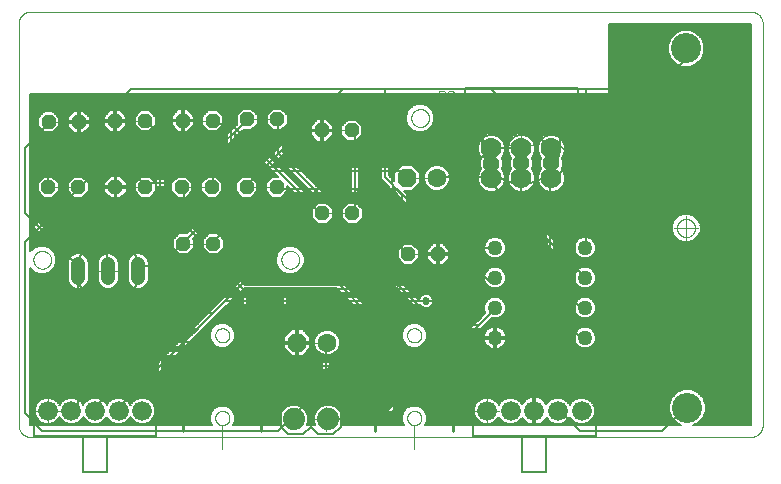
<source format=gtl>
G75*
%MOIN*%
%OFA0B0*%
%FSLAX25Y25*%
%IPPOS*%
%LPD*%
%AMOC8*
5,1,8,0,0,1.08239X$1,22.5*
%
%ADD10C,0.00000*%
%ADD11C,0.00200*%
%ADD12C,0.00300*%
%ADD13C,0.00600*%
%ADD14OC8,0.06300*%
%ADD15C,0.06300*%
%ADD16C,0.01000*%
%ADD17OC8,0.04800*%
%ADD18C,0.00800*%
%ADD19C,0.05000*%
%ADD20C,0.00500*%
%ADD21C,0.07400*%
%ADD22C,0.04800*%
%ADD23C,0.02000*%
%ADD24C,0.07000*%
%ADD25C,0.10050*%
%ADD26C,0.01600*%
%ADD27R,0.12500X0.06000*%
%ADD28C,0.06600*%
%ADD29C,0.02700*%
%ADD30C,0.05600*%
D10*
X0017496Y0013500D02*
X0257654Y0013500D01*
X0257778Y0013502D01*
X0257901Y0013508D01*
X0258025Y0013517D01*
X0258147Y0013531D01*
X0258270Y0013548D01*
X0258392Y0013570D01*
X0258513Y0013595D01*
X0258633Y0013624D01*
X0258752Y0013656D01*
X0258871Y0013693D01*
X0258988Y0013733D01*
X0259103Y0013776D01*
X0259218Y0013824D01*
X0259330Y0013875D01*
X0259441Y0013929D01*
X0259551Y0013987D01*
X0259658Y0014048D01*
X0259764Y0014113D01*
X0259867Y0014181D01*
X0259968Y0014252D01*
X0260067Y0014326D01*
X0260164Y0014403D01*
X0260258Y0014484D01*
X0260349Y0014567D01*
X0260438Y0014653D01*
X0260524Y0014742D01*
X0260607Y0014833D01*
X0260688Y0014927D01*
X0260765Y0015024D01*
X0260839Y0015123D01*
X0260910Y0015224D01*
X0260978Y0015327D01*
X0261043Y0015433D01*
X0261104Y0015540D01*
X0261162Y0015650D01*
X0261216Y0015761D01*
X0261267Y0015873D01*
X0261315Y0015988D01*
X0261358Y0016103D01*
X0261398Y0016220D01*
X0261435Y0016339D01*
X0261467Y0016458D01*
X0261496Y0016578D01*
X0261521Y0016699D01*
X0261543Y0016821D01*
X0261560Y0016944D01*
X0261574Y0017066D01*
X0261583Y0017190D01*
X0261589Y0017313D01*
X0261591Y0017437D01*
X0261591Y0151295D01*
X0261589Y0151419D01*
X0261583Y0151542D01*
X0261574Y0151666D01*
X0261560Y0151788D01*
X0261543Y0151911D01*
X0261521Y0152033D01*
X0261496Y0152154D01*
X0261467Y0152274D01*
X0261435Y0152393D01*
X0261398Y0152512D01*
X0261358Y0152629D01*
X0261315Y0152744D01*
X0261267Y0152859D01*
X0261216Y0152971D01*
X0261162Y0153082D01*
X0261104Y0153192D01*
X0261043Y0153299D01*
X0260978Y0153405D01*
X0260910Y0153508D01*
X0260839Y0153609D01*
X0260765Y0153708D01*
X0260688Y0153805D01*
X0260607Y0153899D01*
X0260524Y0153990D01*
X0260438Y0154079D01*
X0260349Y0154165D01*
X0260258Y0154248D01*
X0260164Y0154329D01*
X0260067Y0154406D01*
X0259968Y0154480D01*
X0259867Y0154551D01*
X0259764Y0154619D01*
X0259658Y0154684D01*
X0259551Y0154745D01*
X0259441Y0154803D01*
X0259330Y0154857D01*
X0259218Y0154908D01*
X0259103Y0154956D01*
X0258988Y0154999D01*
X0258871Y0155039D01*
X0258752Y0155076D01*
X0258633Y0155108D01*
X0258513Y0155137D01*
X0258392Y0155162D01*
X0258270Y0155184D01*
X0258147Y0155201D01*
X0258025Y0155215D01*
X0257901Y0155224D01*
X0257778Y0155230D01*
X0257654Y0155232D01*
X0017496Y0155232D01*
X0017372Y0155230D01*
X0017249Y0155224D01*
X0017125Y0155215D01*
X0017003Y0155201D01*
X0016880Y0155184D01*
X0016758Y0155162D01*
X0016637Y0155137D01*
X0016517Y0155108D01*
X0016398Y0155076D01*
X0016279Y0155039D01*
X0016162Y0154999D01*
X0016047Y0154956D01*
X0015932Y0154908D01*
X0015820Y0154857D01*
X0015709Y0154803D01*
X0015599Y0154745D01*
X0015492Y0154684D01*
X0015386Y0154619D01*
X0015283Y0154551D01*
X0015182Y0154480D01*
X0015083Y0154406D01*
X0014986Y0154329D01*
X0014892Y0154248D01*
X0014801Y0154165D01*
X0014712Y0154079D01*
X0014626Y0153990D01*
X0014543Y0153899D01*
X0014462Y0153805D01*
X0014385Y0153708D01*
X0014311Y0153609D01*
X0014240Y0153508D01*
X0014172Y0153405D01*
X0014107Y0153299D01*
X0014046Y0153192D01*
X0013988Y0153082D01*
X0013934Y0152971D01*
X0013883Y0152859D01*
X0013835Y0152744D01*
X0013792Y0152629D01*
X0013752Y0152512D01*
X0013715Y0152393D01*
X0013683Y0152274D01*
X0013654Y0152154D01*
X0013629Y0152033D01*
X0013607Y0151911D01*
X0013590Y0151788D01*
X0013576Y0151666D01*
X0013567Y0151542D01*
X0013561Y0151419D01*
X0013559Y0151295D01*
X0013559Y0017437D01*
X0013561Y0017313D01*
X0013567Y0017190D01*
X0013576Y0017066D01*
X0013590Y0016944D01*
X0013607Y0016821D01*
X0013629Y0016699D01*
X0013654Y0016578D01*
X0013683Y0016458D01*
X0013715Y0016339D01*
X0013752Y0016220D01*
X0013792Y0016103D01*
X0013835Y0015988D01*
X0013883Y0015873D01*
X0013934Y0015761D01*
X0013988Y0015650D01*
X0014046Y0015540D01*
X0014107Y0015433D01*
X0014172Y0015327D01*
X0014240Y0015224D01*
X0014311Y0015123D01*
X0014385Y0015024D01*
X0014462Y0014927D01*
X0014543Y0014833D01*
X0014626Y0014742D01*
X0014712Y0014653D01*
X0014801Y0014567D01*
X0014892Y0014484D01*
X0014986Y0014403D01*
X0015083Y0014326D01*
X0015182Y0014252D01*
X0015283Y0014181D01*
X0015386Y0014113D01*
X0015492Y0014048D01*
X0015599Y0013987D01*
X0015709Y0013929D01*
X0015820Y0013875D01*
X0015932Y0013824D01*
X0016047Y0013776D01*
X0016162Y0013733D01*
X0016279Y0013693D01*
X0016398Y0013656D01*
X0016517Y0013624D01*
X0016637Y0013595D01*
X0016758Y0013570D01*
X0016880Y0013548D01*
X0017003Y0013531D01*
X0017125Y0013517D01*
X0017249Y0013508D01*
X0017372Y0013502D01*
X0017496Y0013500D01*
X0023264Y0018181D02*
X0023264Y0026181D01*
X0019264Y0022181D02*
X0027264Y0022181D01*
X0077472Y0013500D02*
X0085472Y0013500D01*
X0081472Y0009500D02*
X0081472Y0017500D01*
X0079110Y0019799D02*
X0079112Y0019896D01*
X0079118Y0019993D01*
X0079128Y0020089D01*
X0079142Y0020185D01*
X0079160Y0020281D01*
X0079181Y0020375D01*
X0079207Y0020469D01*
X0079236Y0020561D01*
X0079270Y0020652D01*
X0079306Y0020742D01*
X0079347Y0020830D01*
X0079391Y0020916D01*
X0079439Y0021001D01*
X0079490Y0021083D01*
X0079544Y0021164D01*
X0079602Y0021242D01*
X0079663Y0021317D01*
X0079726Y0021390D01*
X0079793Y0021461D01*
X0079863Y0021528D01*
X0079935Y0021593D01*
X0080010Y0021654D01*
X0080088Y0021713D01*
X0080167Y0021768D01*
X0080249Y0021820D01*
X0080333Y0021868D01*
X0080419Y0021913D01*
X0080507Y0021955D01*
X0080596Y0021993D01*
X0080687Y0022027D01*
X0080779Y0022057D01*
X0080872Y0022084D01*
X0080967Y0022106D01*
X0081062Y0022125D01*
X0081158Y0022140D01*
X0081254Y0022151D01*
X0081351Y0022158D01*
X0081448Y0022161D01*
X0081545Y0022160D01*
X0081642Y0022155D01*
X0081738Y0022146D01*
X0081834Y0022133D01*
X0081930Y0022116D01*
X0082025Y0022095D01*
X0082118Y0022071D01*
X0082211Y0022042D01*
X0082303Y0022010D01*
X0082393Y0021974D01*
X0082481Y0021935D01*
X0082568Y0021891D01*
X0082653Y0021845D01*
X0082736Y0021794D01*
X0082817Y0021741D01*
X0082895Y0021684D01*
X0082972Y0021624D01*
X0083045Y0021561D01*
X0083116Y0021495D01*
X0083184Y0021426D01*
X0083250Y0021354D01*
X0083312Y0021280D01*
X0083371Y0021203D01*
X0083427Y0021124D01*
X0083480Y0021042D01*
X0083530Y0020959D01*
X0083575Y0020873D01*
X0083618Y0020786D01*
X0083657Y0020697D01*
X0083692Y0020607D01*
X0083723Y0020515D01*
X0083750Y0020422D01*
X0083774Y0020328D01*
X0083794Y0020233D01*
X0083810Y0020137D01*
X0083822Y0020041D01*
X0083830Y0019944D01*
X0083834Y0019847D01*
X0083834Y0019751D01*
X0083830Y0019654D01*
X0083822Y0019557D01*
X0083810Y0019461D01*
X0083794Y0019365D01*
X0083774Y0019270D01*
X0083750Y0019176D01*
X0083723Y0019083D01*
X0083692Y0018991D01*
X0083657Y0018901D01*
X0083618Y0018812D01*
X0083575Y0018725D01*
X0083530Y0018639D01*
X0083480Y0018556D01*
X0083427Y0018474D01*
X0083371Y0018395D01*
X0083312Y0018318D01*
X0083250Y0018244D01*
X0083184Y0018172D01*
X0083116Y0018103D01*
X0083045Y0018037D01*
X0082972Y0017974D01*
X0082895Y0017914D01*
X0082817Y0017857D01*
X0082736Y0017804D01*
X0082653Y0017753D01*
X0082568Y0017707D01*
X0082481Y0017663D01*
X0082393Y0017624D01*
X0082303Y0017588D01*
X0082211Y0017556D01*
X0082118Y0017527D01*
X0082025Y0017503D01*
X0081930Y0017482D01*
X0081834Y0017465D01*
X0081738Y0017452D01*
X0081642Y0017443D01*
X0081545Y0017438D01*
X0081448Y0017437D01*
X0081351Y0017440D01*
X0081254Y0017447D01*
X0081158Y0017458D01*
X0081062Y0017473D01*
X0080967Y0017492D01*
X0080872Y0017514D01*
X0080779Y0017541D01*
X0080687Y0017571D01*
X0080596Y0017605D01*
X0080507Y0017643D01*
X0080419Y0017685D01*
X0080333Y0017730D01*
X0080249Y0017778D01*
X0080167Y0017830D01*
X0080088Y0017885D01*
X0080010Y0017944D01*
X0079935Y0018005D01*
X0079863Y0018070D01*
X0079793Y0018137D01*
X0079726Y0018208D01*
X0079663Y0018281D01*
X0079602Y0018356D01*
X0079544Y0018434D01*
X0079490Y0018515D01*
X0079439Y0018597D01*
X0079391Y0018682D01*
X0079347Y0018768D01*
X0079306Y0018856D01*
X0079270Y0018946D01*
X0079236Y0019037D01*
X0079207Y0019129D01*
X0079181Y0019223D01*
X0079160Y0019317D01*
X0079142Y0019413D01*
X0079128Y0019509D01*
X0079118Y0019605D01*
X0079112Y0019702D01*
X0079110Y0019799D01*
X0112020Y0019465D02*
X0120020Y0019465D01*
X0116020Y0015465D02*
X0116020Y0023465D01*
X0141449Y0013500D02*
X0149449Y0013500D01*
X0145449Y0009500D02*
X0145449Y0017500D01*
X0143087Y0019799D02*
X0143089Y0019896D01*
X0143095Y0019993D01*
X0143105Y0020089D01*
X0143119Y0020185D01*
X0143137Y0020281D01*
X0143158Y0020375D01*
X0143184Y0020469D01*
X0143213Y0020561D01*
X0143247Y0020652D01*
X0143283Y0020742D01*
X0143324Y0020830D01*
X0143368Y0020916D01*
X0143416Y0021001D01*
X0143467Y0021083D01*
X0143521Y0021164D01*
X0143579Y0021242D01*
X0143640Y0021317D01*
X0143703Y0021390D01*
X0143770Y0021461D01*
X0143840Y0021528D01*
X0143912Y0021593D01*
X0143987Y0021654D01*
X0144065Y0021713D01*
X0144144Y0021768D01*
X0144226Y0021820D01*
X0144310Y0021868D01*
X0144396Y0021913D01*
X0144484Y0021955D01*
X0144573Y0021993D01*
X0144664Y0022027D01*
X0144756Y0022057D01*
X0144849Y0022084D01*
X0144944Y0022106D01*
X0145039Y0022125D01*
X0145135Y0022140D01*
X0145231Y0022151D01*
X0145328Y0022158D01*
X0145425Y0022161D01*
X0145522Y0022160D01*
X0145619Y0022155D01*
X0145715Y0022146D01*
X0145811Y0022133D01*
X0145907Y0022116D01*
X0146002Y0022095D01*
X0146095Y0022071D01*
X0146188Y0022042D01*
X0146280Y0022010D01*
X0146370Y0021974D01*
X0146458Y0021935D01*
X0146545Y0021891D01*
X0146630Y0021845D01*
X0146713Y0021794D01*
X0146794Y0021741D01*
X0146872Y0021684D01*
X0146949Y0021624D01*
X0147022Y0021561D01*
X0147093Y0021495D01*
X0147161Y0021426D01*
X0147227Y0021354D01*
X0147289Y0021280D01*
X0147348Y0021203D01*
X0147404Y0021124D01*
X0147457Y0021042D01*
X0147507Y0020959D01*
X0147552Y0020873D01*
X0147595Y0020786D01*
X0147634Y0020697D01*
X0147669Y0020607D01*
X0147700Y0020515D01*
X0147727Y0020422D01*
X0147751Y0020328D01*
X0147771Y0020233D01*
X0147787Y0020137D01*
X0147799Y0020041D01*
X0147807Y0019944D01*
X0147811Y0019847D01*
X0147811Y0019751D01*
X0147807Y0019654D01*
X0147799Y0019557D01*
X0147787Y0019461D01*
X0147771Y0019365D01*
X0147751Y0019270D01*
X0147727Y0019176D01*
X0147700Y0019083D01*
X0147669Y0018991D01*
X0147634Y0018901D01*
X0147595Y0018812D01*
X0147552Y0018725D01*
X0147507Y0018639D01*
X0147457Y0018556D01*
X0147404Y0018474D01*
X0147348Y0018395D01*
X0147289Y0018318D01*
X0147227Y0018244D01*
X0147161Y0018172D01*
X0147093Y0018103D01*
X0147022Y0018037D01*
X0146949Y0017974D01*
X0146872Y0017914D01*
X0146794Y0017857D01*
X0146713Y0017804D01*
X0146630Y0017753D01*
X0146545Y0017707D01*
X0146458Y0017663D01*
X0146370Y0017624D01*
X0146280Y0017588D01*
X0146188Y0017556D01*
X0146095Y0017527D01*
X0146002Y0017503D01*
X0145907Y0017482D01*
X0145811Y0017465D01*
X0145715Y0017452D01*
X0145619Y0017443D01*
X0145522Y0017438D01*
X0145425Y0017437D01*
X0145328Y0017440D01*
X0145231Y0017447D01*
X0145135Y0017458D01*
X0145039Y0017473D01*
X0144944Y0017492D01*
X0144849Y0017514D01*
X0144756Y0017541D01*
X0144664Y0017571D01*
X0144573Y0017605D01*
X0144484Y0017643D01*
X0144396Y0017685D01*
X0144310Y0017730D01*
X0144226Y0017778D01*
X0144144Y0017830D01*
X0144065Y0017885D01*
X0143987Y0017944D01*
X0143912Y0018005D01*
X0143840Y0018070D01*
X0143770Y0018137D01*
X0143703Y0018208D01*
X0143640Y0018281D01*
X0143579Y0018356D01*
X0143521Y0018434D01*
X0143467Y0018515D01*
X0143416Y0018597D01*
X0143368Y0018682D01*
X0143324Y0018768D01*
X0143283Y0018856D01*
X0143247Y0018946D01*
X0143213Y0019037D01*
X0143184Y0019129D01*
X0143158Y0019223D01*
X0143137Y0019317D01*
X0143119Y0019413D01*
X0143105Y0019509D01*
X0143095Y0019605D01*
X0143089Y0019702D01*
X0143087Y0019799D01*
X0165701Y0022181D02*
X0173701Y0022181D01*
X0169701Y0018181D02*
X0169701Y0026181D01*
X0143087Y0047358D02*
X0143089Y0047455D01*
X0143095Y0047552D01*
X0143105Y0047648D01*
X0143119Y0047744D01*
X0143137Y0047840D01*
X0143158Y0047934D01*
X0143184Y0048028D01*
X0143213Y0048120D01*
X0143247Y0048211D01*
X0143283Y0048301D01*
X0143324Y0048389D01*
X0143368Y0048475D01*
X0143416Y0048560D01*
X0143467Y0048642D01*
X0143521Y0048723D01*
X0143579Y0048801D01*
X0143640Y0048876D01*
X0143703Y0048949D01*
X0143770Y0049020D01*
X0143840Y0049087D01*
X0143912Y0049152D01*
X0143987Y0049213D01*
X0144065Y0049272D01*
X0144144Y0049327D01*
X0144226Y0049379D01*
X0144310Y0049427D01*
X0144396Y0049472D01*
X0144484Y0049514D01*
X0144573Y0049552D01*
X0144664Y0049586D01*
X0144756Y0049616D01*
X0144849Y0049643D01*
X0144944Y0049665D01*
X0145039Y0049684D01*
X0145135Y0049699D01*
X0145231Y0049710D01*
X0145328Y0049717D01*
X0145425Y0049720D01*
X0145522Y0049719D01*
X0145619Y0049714D01*
X0145715Y0049705D01*
X0145811Y0049692D01*
X0145907Y0049675D01*
X0146002Y0049654D01*
X0146095Y0049630D01*
X0146188Y0049601D01*
X0146280Y0049569D01*
X0146370Y0049533D01*
X0146458Y0049494D01*
X0146545Y0049450D01*
X0146630Y0049404D01*
X0146713Y0049353D01*
X0146794Y0049300D01*
X0146872Y0049243D01*
X0146949Y0049183D01*
X0147022Y0049120D01*
X0147093Y0049054D01*
X0147161Y0048985D01*
X0147227Y0048913D01*
X0147289Y0048839D01*
X0147348Y0048762D01*
X0147404Y0048683D01*
X0147457Y0048601D01*
X0147507Y0048518D01*
X0147552Y0048432D01*
X0147595Y0048345D01*
X0147634Y0048256D01*
X0147669Y0048166D01*
X0147700Y0048074D01*
X0147727Y0047981D01*
X0147751Y0047887D01*
X0147771Y0047792D01*
X0147787Y0047696D01*
X0147799Y0047600D01*
X0147807Y0047503D01*
X0147811Y0047406D01*
X0147811Y0047310D01*
X0147807Y0047213D01*
X0147799Y0047116D01*
X0147787Y0047020D01*
X0147771Y0046924D01*
X0147751Y0046829D01*
X0147727Y0046735D01*
X0147700Y0046642D01*
X0147669Y0046550D01*
X0147634Y0046460D01*
X0147595Y0046371D01*
X0147552Y0046284D01*
X0147507Y0046198D01*
X0147457Y0046115D01*
X0147404Y0046033D01*
X0147348Y0045954D01*
X0147289Y0045877D01*
X0147227Y0045803D01*
X0147161Y0045731D01*
X0147093Y0045662D01*
X0147022Y0045596D01*
X0146949Y0045533D01*
X0146872Y0045473D01*
X0146794Y0045416D01*
X0146713Y0045363D01*
X0146630Y0045312D01*
X0146545Y0045266D01*
X0146458Y0045222D01*
X0146370Y0045183D01*
X0146280Y0045147D01*
X0146188Y0045115D01*
X0146095Y0045086D01*
X0146002Y0045062D01*
X0145907Y0045041D01*
X0145811Y0045024D01*
X0145715Y0045011D01*
X0145619Y0045002D01*
X0145522Y0044997D01*
X0145425Y0044996D01*
X0145328Y0044999D01*
X0145231Y0045006D01*
X0145135Y0045017D01*
X0145039Y0045032D01*
X0144944Y0045051D01*
X0144849Y0045073D01*
X0144756Y0045100D01*
X0144664Y0045130D01*
X0144573Y0045164D01*
X0144484Y0045202D01*
X0144396Y0045244D01*
X0144310Y0045289D01*
X0144226Y0045337D01*
X0144144Y0045389D01*
X0144065Y0045444D01*
X0143987Y0045503D01*
X0143912Y0045564D01*
X0143840Y0045629D01*
X0143770Y0045696D01*
X0143703Y0045767D01*
X0143640Y0045840D01*
X0143579Y0045915D01*
X0143521Y0045993D01*
X0143467Y0046074D01*
X0143416Y0046156D01*
X0143368Y0046241D01*
X0143324Y0046327D01*
X0143283Y0046415D01*
X0143247Y0046505D01*
X0143213Y0046596D01*
X0143184Y0046688D01*
X0143158Y0046782D01*
X0143137Y0046876D01*
X0143119Y0046972D01*
X0143105Y0047068D01*
X0143095Y0047164D01*
X0143089Y0047261D01*
X0143087Y0047358D01*
X0115394Y0044917D02*
X0107394Y0044917D01*
X0111394Y0040917D02*
X0111394Y0048917D01*
X0079110Y0047358D02*
X0079112Y0047455D01*
X0079118Y0047552D01*
X0079128Y0047648D01*
X0079142Y0047744D01*
X0079160Y0047840D01*
X0079181Y0047934D01*
X0079207Y0048028D01*
X0079236Y0048120D01*
X0079270Y0048211D01*
X0079306Y0048301D01*
X0079347Y0048389D01*
X0079391Y0048475D01*
X0079439Y0048560D01*
X0079490Y0048642D01*
X0079544Y0048723D01*
X0079602Y0048801D01*
X0079663Y0048876D01*
X0079726Y0048949D01*
X0079793Y0049020D01*
X0079863Y0049087D01*
X0079935Y0049152D01*
X0080010Y0049213D01*
X0080088Y0049272D01*
X0080167Y0049327D01*
X0080249Y0049379D01*
X0080333Y0049427D01*
X0080419Y0049472D01*
X0080507Y0049514D01*
X0080596Y0049552D01*
X0080687Y0049586D01*
X0080779Y0049616D01*
X0080872Y0049643D01*
X0080967Y0049665D01*
X0081062Y0049684D01*
X0081158Y0049699D01*
X0081254Y0049710D01*
X0081351Y0049717D01*
X0081448Y0049720D01*
X0081545Y0049719D01*
X0081642Y0049714D01*
X0081738Y0049705D01*
X0081834Y0049692D01*
X0081930Y0049675D01*
X0082025Y0049654D01*
X0082118Y0049630D01*
X0082211Y0049601D01*
X0082303Y0049569D01*
X0082393Y0049533D01*
X0082481Y0049494D01*
X0082568Y0049450D01*
X0082653Y0049404D01*
X0082736Y0049353D01*
X0082817Y0049300D01*
X0082895Y0049243D01*
X0082972Y0049183D01*
X0083045Y0049120D01*
X0083116Y0049054D01*
X0083184Y0048985D01*
X0083250Y0048913D01*
X0083312Y0048839D01*
X0083371Y0048762D01*
X0083427Y0048683D01*
X0083480Y0048601D01*
X0083530Y0048518D01*
X0083575Y0048432D01*
X0083618Y0048345D01*
X0083657Y0048256D01*
X0083692Y0048166D01*
X0083723Y0048074D01*
X0083750Y0047981D01*
X0083774Y0047887D01*
X0083794Y0047792D01*
X0083810Y0047696D01*
X0083822Y0047600D01*
X0083830Y0047503D01*
X0083834Y0047406D01*
X0083834Y0047310D01*
X0083830Y0047213D01*
X0083822Y0047116D01*
X0083810Y0047020D01*
X0083794Y0046924D01*
X0083774Y0046829D01*
X0083750Y0046735D01*
X0083723Y0046642D01*
X0083692Y0046550D01*
X0083657Y0046460D01*
X0083618Y0046371D01*
X0083575Y0046284D01*
X0083530Y0046198D01*
X0083480Y0046115D01*
X0083427Y0046033D01*
X0083371Y0045954D01*
X0083312Y0045877D01*
X0083250Y0045803D01*
X0083184Y0045731D01*
X0083116Y0045662D01*
X0083045Y0045596D01*
X0082972Y0045533D01*
X0082895Y0045473D01*
X0082817Y0045416D01*
X0082736Y0045363D01*
X0082653Y0045312D01*
X0082568Y0045266D01*
X0082481Y0045222D01*
X0082393Y0045183D01*
X0082303Y0045147D01*
X0082211Y0045115D01*
X0082118Y0045086D01*
X0082025Y0045062D01*
X0081930Y0045041D01*
X0081834Y0045024D01*
X0081738Y0045011D01*
X0081642Y0045002D01*
X0081545Y0044997D01*
X0081448Y0044996D01*
X0081351Y0044999D01*
X0081254Y0045006D01*
X0081158Y0045017D01*
X0081062Y0045032D01*
X0080967Y0045051D01*
X0080872Y0045073D01*
X0080779Y0045100D01*
X0080687Y0045130D01*
X0080596Y0045164D01*
X0080507Y0045202D01*
X0080419Y0045244D01*
X0080333Y0045289D01*
X0080249Y0045337D01*
X0080167Y0045389D01*
X0080088Y0045444D01*
X0080010Y0045503D01*
X0079935Y0045564D01*
X0079863Y0045629D01*
X0079793Y0045696D01*
X0079726Y0045767D01*
X0079663Y0045840D01*
X0079602Y0045915D01*
X0079544Y0045993D01*
X0079490Y0046074D01*
X0079439Y0046156D01*
X0079391Y0046241D01*
X0079347Y0046327D01*
X0079306Y0046415D01*
X0079270Y0046505D01*
X0079236Y0046596D01*
X0079207Y0046688D01*
X0079181Y0046782D01*
X0079160Y0046876D01*
X0079142Y0046972D01*
X0079128Y0047068D01*
X0079118Y0047164D01*
X0079112Y0047261D01*
X0079110Y0047358D01*
X0047402Y0068835D02*
X0039402Y0068835D01*
X0043402Y0064835D02*
X0043402Y0072835D01*
X0018480Y0072555D02*
X0018482Y0072663D01*
X0018488Y0072772D01*
X0018498Y0072880D01*
X0018512Y0072987D01*
X0018530Y0073094D01*
X0018551Y0073201D01*
X0018577Y0073306D01*
X0018607Y0073411D01*
X0018640Y0073514D01*
X0018677Y0073616D01*
X0018718Y0073716D01*
X0018762Y0073815D01*
X0018811Y0073913D01*
X0018862Y0074008D01*
X0018917Y0074101D01*
X0018976Y0074193D01*
X0019038Y0074282D01*
X0019103Y0074369D01*
X0019171Y0074453D01*
X0019242Y0074535D01*
X0019316Y0074614D01*
X0019393Y0074690D01*
X0019473Y0074764D01*
X0019556Y0074834D01*
X0019641Y0074902D01*
X0019728Y0074966D01*
X0019818Y0075027D01*
X0019910Y0075085D01*
X0020004Y0075139D01*
X0020100Y0075190D01*
X0020197Y0075237D01*
X0020297Y0075281D01*
X0020398Y0075321D01*
X0020500Y0075357D01*
X0020603Y0075389D01*
X0020708Y0075418D01*
X0020814Y0075442D01*
X0020920Y0075463D01*
X0021027Y0075480D01*
X0021135Y0075493D01*
X0021243Y0075502D01*
X0021352Y0075507D01*
X0021460Y0075508D01*
X0021569Y0075505D01*
X0021677Y0075498D01*
X0021785Y0075487D01*
X0021892Y0075472D01*
X0021999Y0075453D01*
X0022105Y0075430D01*
X0022210Y0075404D01*
X0022315Y0075373D01*
X0022417Y0075339D01*
X0022519Y0075301D01*
X0022619Y0075259D01*
X0022718Y0075214D01*
X0022815Y0075165D01*
X0022909Y0075112D01*
X0023002Y0075056D01*
X0023093Y0074997D01*
X0023182Y0074934D01*
X0023268Y0074869D01*
X0023352Y0074800D01*
X0023433Y0074728D01*
X0023511Y0074653D01*
X0023587Y0074575D01*
X0023660Y0074494D01*
X0023730Y0074411D01*
X0023796Y0074326D01*
X0023860Y0074238D01*
X0023920Y0074147D01*
X0023977Y0074055D01*
X0024030Y0073960D01*
X0024080Y0073864D01*
X0024126Y0073766D01*
X0024169Y0073666D01*
X0024208Y0073565D01*
X0024243Y0073462D01*
X0024275Y0073359D01*
X0024302Y0073254D01*
X0024326Y0073148D01*
X0024346Y0073041D01*
X0024362Y0072934D01*
X0024374Y0072826D01*
X0024382Y0072718D01*
X0024386Y0072609D01*
X0024386Y0072501D01*
X0024382Y0072392D01*
X0024374Y0072284D01*
X0024362Y0072176D01*
X0024346Y0072069D01*
X0024326Y0071962D01*
X0024302Y0071856D01*
X0024275Y0071751D01*
X0024243Y0071648D01*
X0024208Y0071545D01*
X0024169Y0071444D01*
X0024126Y0071344D01*
X0024080Y0071246D01*
X0024030Y0071150D01*
X0023977Y0071055D01*
X0023920Y0070963D01*
X0023860Y0070872D01*
X0023796Y0070784D01*
X0023730Y0070699D01*
X0023660Y0070616D01*
X0023587Y0070535D01*
X0023511Y0070457D01*
X0023433Y0070382D01*
X0023352Y0070310D01*
X0023268Y0070241D01*
X0023182Y0070176D01*
X0023093Y0070113D01*
X0023002Y0070054D01*
X0022910Y0069998D01*
X0022815Y0069945D01*
X0022718Y0069896D01*
X0022619Y0069851D01*
X0022519Y0069809D01*
X0022417Y0069771D01*
X0022315Y0069737D01*
X0022210Y0069706D01*
X0022105Y0069680D01*
X0021999Y0069657D01*
X0021892Y0069638D01*
X0021785Y0069623D01*
X0021677Y0069612D01*
X0021569Y0069605D01*
X0021460Y0069602D01*
X0021352Y0069603D01*
X0021243Y0069608D01*
X0021135Y0069617D01*
X0021027Y0069630D01*
X0020920Y0069647D01*
X0020814Y0069668D01*
X0020708Y0069692D01*
X0020603Y0069721D01*
X0020500Y0069753D01*
X0020398Y0069789D01*
X0020297Y0069829D01*
X0020197Y0069873D01*
X0020100Y0069920D01*
X0020004Y0069971D01*
X0019910Y0070025D01*
X0019818Y0070083D01*
X0019728Y0070144D01*
X0019641Y0070208D01*
X0019556Y0070276D01*
X0019473Y0070346D01*
X0019393Y0070420D01*
X0019316Y0070496D01*
X0019242Y0070575D01*
X0019171Y0070657D01*
X0019103Y0070741D01*
X0019038Y0070828D01*
X0018976Y0070917D01*
X0018917Y0071009D01*
X0018862Y0071102D01*
X0018811Y0071197D01*
X0018762Y0071295D01*
X0018718Y0071394D01*
X0018677Y0071494D01*
X0018640Y0071596D01*
X0018607Y0071699D01*
X0018577Y0071804D01*
X0018551Y0071909D01*
X0018530Y0072016D01*
X0018512Y0072123D01*
X0018498Y0072230D01*
X0018488Y0072338D01*
X0018482Y0072447D01*
X0018480Y0072555D01*
X0028382Y0092768D02*
X0028382Y0100768D01*
X0024382Y0096768D02*
X0032382Y0096768D01*
X0046823Y0096768D02*
X0054823Y0096768D01*
X0050823Y0092768D02*
X0050823Y0100768D01*
X0068969Y0096768D02*
X0076969Y0096768D01*
X0072969Y0092768D02*
X0072969Y0100768D01*
X0090602Y0096768D02*
X0098602Y0096768D01*
X0094602Y0092768D02*
X0094602Y0100768D01*
X0115760Y0088028D02*
X0123760Y0088028D01*
X0119760Y0084028D02*
X0119760Y0092028D01*
X0143988Y0099878D02*
X0151988Y0099878D01*
X0147988Y0095878D02*
X0147988Y0103878D01*
X0144464Y0119799D02*
X0144466Y0119907D01*
X0144472Y0120016D01*
X0144482Y0120124D01*
X0144496Y0120231D01*
X0144514Y0120338D01*
X0144535Y0120445D01*
X0144561Y0120550D01*
X0144591Y0120655D01*
X0144624Y0120758D01*
X0144661Y0120860D01*
X0144702Y0120960D01*
X0144746Y0121059D01*
X0144795Y0121157D01*
X0144846Y0121252D01*
X0144901Y0121345D01*
X0144960Y0121437D01*
X0145022Y0121526D01*
X0145087Y0121613D01*
X0145155Y0121697D01*
X0145226Y0121779D01*
X0145300Y0121858D01*
X0145377Y0121934D01*
X0145457Y0122008D01*
X0145540Y0122078D01*
X0145625Y0122146D01*
X0145712Y0122210D01*
X0145802Y0122271D01*
X0145894Y0122329D01*
X0145988Y0122383D01*
X0146084Y0122434D01*
X0146181Y0122481D01*
X0146281Y0122525D01*
X0146382Y0122565D01*
X0146484Y0122601D01*
X0146587Y0122633D01*
X0146692Y0122662D01*
X0146798Y0122686D01*
X0146904Y0122707D01*
X0147011Y0122724D01*
X0147119Y0122737D01*
X0147227Y0122746D01*
X0147336Y0122751D01*
X0147444Y0122752D01*
X0147553Y0122749D01*
X0147661Y0122742D01*
X0147769Y0122731D01*
X0147876Y0122716D01*
X0147983Y0122697D01*
X0148089Y0122674D01*
X0148194Y0122648D01*
X0148299Y0122617D01*
X0148401Y0122583D01*
X0148503Y0122545D01*
X0148603Y0122503D01*
X0148702Y0122458D01*
X0148799Y0122409D01*
X0148893Y0122356D01*
X0148986Y0122300D01*
X0149077Y0122241D01*
X0149166Y0122178D01*
X0149252Y0122113D01*
X0149336Y0122044D01*
X0149417Y0121972D01*
X0149495Y0121897D01*
X0149571Y0121819D01*
X0149644Y0121738D01*
X0149714Y0121655D01*
X0149780Y0121570D01*
X0149844Y0121482D01*
X0149904Y0121391D01*
X0149961Y0121299D01*
X0150014Y0121204D01*
X0150064Y0121108D01*
X0150110Y0121010D01*
X0150153Y0120910D01*
X0150192Y0120809D01*
X0150227Y0120706D01*
X0150259Y0120603D01*
X0150286Y0120498D01*
X0150310Y0120392D01*
X0150330Y0120285D01*
X0150346Y0120178D01*
X0150358Y0120070D01*
X0150366Y0119962D01*
X0150370Y0119853D01*
X0150370Y0119745D01*
X0150366Y0119636D01*
X0150358Y0119528D01*
X0150346Y0119420D01*
X0150330Y0119313D01*
X0150310Y0119206D01*
X0150286Y0119100D01*
X0150259Y0118995D01*
X0150227Y0118892D01*
X0150192Y0118789D01*
X0150153Y0118688D01*
X0150110Y0118588D01*
X0150064Y0118490D01*
X0150014Y0118394D01*
X0149961Y0118299D01*
X0149904Y0118207D01*
X0149844Y0118116D01*
X0149780Y0118028D01*
X0149714Y0117943D01*
X0149644Y0117860D01*
X0149571Y0117779D01*
X0149495Y0117701D01*
X0149417Y0117626D01*
X0149336Y0117554D01*
X0149252Y0117485D01*
X0149166Y0117420D01*
X0149077Y0117357D01*
X0148986Y0117298D01*
X0148894Y0117242D01*
X0148799Y0117189D01*
X0148702Y0117140D01*
X0148603Y0117095D01*
X0148503Y0117053D01*
X0148401Y0117015D01*
X0148299Y0116981D01*
X0148194Y0116950D01*
X0148089Y0116924D01*
X0147983Y0116901D01*
X0147876Y0116882D01*
X0147769Y0116867D01*
X0147661Y0116856D01*
X0147553Y0116849D01*
X0147444Y0116846D01*
X0147336Y0116847D01*
X0147227Y0116852D01*
X0147119Y0116861D01*
X0147011Y0116874D01*
X0146904Y0116891D01*
X0146798Y0116912D01*
X0146692Y0116936D01*
X0146587Y0116965D01*
X0146484Y0116997D01*
X0146382Y0117033D01*
X0146281Y0117073D01*
X0146181Y0117117D01*
X0146084Y0117164D01*
X0145988Y0117215D01*
X0145894Y0117269D01*
X0145802Y0117327D01*
X0145712Y0117388D01*
X0145625Y0117452D01*
X0145540Y0117520D01*
X0145457Y0117590D01*
X0145377Y0117664D01*
X0145300Y0117740D01*
X0145226Y0117819D01*
X0145155Y0117901D01*
X0145087Y0117985D01*
X0145022Y0118072D01*
X0144960Y0118161D01*
X0144901Y0118253D01*
X0144846Y0118346D01*
X0144795Y0118441D01*
X0144746Y0118539D01*
X0144702Y0118638D01*
X0144661Y0118738D01*
X0144624Y0118840D01*
X0144591Y0118943D01*
X0144561Y0119048D01*
X0144535Y0119153D01*
X0144514Y0119260D01*
X0144496Y0119367D01*
X0144482Y0119474D01*
X0144472Y0119582D01*
X0144466Y0119691D01*
X0144464Y0119799D01*
X0123622Y0115665D02*
X0115622Y0115665D01*
X0119622Y0111665D02*
X0119622Y0119665D01*
X0098720Y0119406D02*
X0090720Y0119406D01*
X0094720Y0115406D02*
X0094720Y0123406D01*
X0077283Y0118972D02*
X0069283Y0118972D01*
X0073283Y0114972D02*
X0073283Y0122972D01*
X0054705Y0118835D02*
X0046705Y0118835D01*
X0050705Y0114835D02*
X0050705Y0122835D01*
X0032579Y0118500D02*
X0024579Y0118500D01*
X0028579Y0114500D02*
X0028579Y0122500D01*
X0073480Y0081870D02*
X0073480Y0073870D01*
X0069480Y0077870D02*
X0077480Y0077870D01*
X0101157Y0072555D02*
X0101159Y0072663D01*
X0101165Y0072772D01*
X0101175Y0072880D01*
X0101189Y0072987D01*
X0101207Y0073094D01*
X0101228Y0073201D01*
X0101254Y0073306D01*
X0101284Y0073411D01*
X0101317Y0073514D01*
X0101354Y0073616D01*
X0101395Y0073716D01*
X0101439Y0073815D01*
X0101488Y0073913D01*
X0101539Y0074008D01*
X0101594Y0074101D01*
X0101653Y0074193D01*
X0101715Y0074282D01*
X0101780Y0074369D01*
X0101848Y0074453D01*
X0101919Y0074535D01*
X0101993Y0074614D01*
X0102070Y0074690D01*
X0102150Y0074764D01*
X0102233Y0074834D01*
X0102318Y0074902D01*
X0102405Y0074966D01*
X0102495Y0075027D01*
X0102587Y0075085D01*
X0102681Y0075139D01*
X0102777Y0075190D01*
X0102874Y0075237D01*
X0102974Y0075281D01*
X0103075Y0075321D01*
X0103177Y0075357D01*
X0103280Y0075389D01*
X0103385Y0075418D01*
X0103491Y0075442D01*
X0103597Y0075463D01*
X0103704Y0075480D01*
X0103812Y0075493D01*
X0103920Y0075502D01*
X0104029Y0075507D01*
X0104137Y0075508D01*
X0104246Y0075505D01*
X0104354Y0075498D01*
X0104462Y0075487D01*
X0104569Y0075472D01*
X0104676Y0075453D01*
X0104782Y0075430D01*
X0104887Y0075404D01*
X0104992Y0075373D01*
X0105094Y0075339D01*
X0105196Y0075301D01*
X0105296Y0075259D01*
X0105395Y0075214D01*
X0105492Y0075165D01*
X0105586Y0075112D01*
X0105679Y0075056D01*
X0105770Y0074997D01*
X0105859Y0074934D01*
X0105945Y0074869D01*
X0106029Y0074800D01*
X0106110Y0074728D01*
X0106188Y0074653D01*
X0106264Y0074575D01*
X0106337Y0074494D01*
X0106407Y0074411D01*
X0106473Y0074326D01*
X0106537Y0074238D01*
X0106597Y0074147D01*
X0106654Y0074055D01*
X0106707Y0073960D01*
X0106757Y0073864D01*
X0106803Y0073766D01*
X0106846Y0073666D01*
X0106885Y0073565D01*
X0106920Y0073462D01*
X0106952Y0073359D01*
X0106979Y0073254D01*
X0107003Y0073148D01*
X0107023Y0073041D01*
X0107039Y0072934D01*
X0107051Y0072826D01*
X0107059Y0072718D01*
X0107063Y0072609D01*
X0107063Y0072501D01*
X0107059Y0072392D01*
X0107051Y0072284D01*
X0107039Y0072176D01*
X0107023Y0072069D01*
X0107003Y0071962D01*
X0106979Y0071856D01*
X0106952Y0071751D01*
X0106920Y0071648D01*
X0106885Y0071545D01*
X0106846Y0071444D01*
X0106803Y0071344D01*
X0106757Y0071246D01*
X0106707Y0071150D01*
X0106654Y0071055D01*
X0106597Y0070963D01*
X0106537Y0070872D01*
X0106473Y0070784D01*
X0106407Y0070699D01*
X0106337Y0070616D01*
X0106264Y0070535D01*
X0106188Y0070457D01*
X0106110Y0070382D01*
X0106029Y0070310D01*
X0105945Y0070241D01*
X0105859Y0070176D01*
X0105770Y0070113D01*
X0105679Y0070054D01*
X0105587Y0069998D01*
X0105492Y0069945D01*
X0105395Y0069896D01*
X0105296Y0069851D01*
X0105196Y0069809D01*
X0105094Y0069771D01*
X0104992Y0069737D01*
X0104887Y0069706D01*
X0104782Y0069680D01*
X0104676Y0069657D01*
X0104569Y0069638D01*
X0104462Y0069623D01*
X0104354Y0069612D01*
X0104246Y0069605D01*
X0104137Y0069602D01*
X0104029Y0069603D01*
X0103920Y0069608D01*
X0103812Y0069617D01*
X0103704Y0069630D01*
X0103597Y0069647D01*
X0103491Y0069668D01*
X0103385Y0069692D01*
X0103280Y0069721D01*
X0103177Y0069753D01*
X0103075Y0069789D01*
X0102974Y0069829D01*
X0102874Y0069873D01*
X0102777Y0069920D01*
X0102681Y0069971D01*
X0102587Y0070025D01*
X0102495Y0070083D01*
X0102405Y0070144D01*
X0102318Y0070208D01*
X0102233Y0070276D01*
X0102150Y0070346D01*
X0102070Y0070420D01*
X0101993Y0070496D01*
X0101919Y0070575D01*
X0101848Y0070657D01*
X0101780Y0070741D01*
X0101715Y0070828D01*
X0101653Y0070917D01*
X0101594Y0071009D01*
X0101539Y0071102D01*
X0101488Y0071197D01*
X0101439Y0071295D01*
X0101395Y0071394D01*
X0101354Y0071494D01*
X0101317Y0071596D01*
X0101284Y0071699D01*
X0101254Y0071804D01*
X0101228Y0071909D01*
X0101207Y0072016D01*
X0101189Y0072123D01*
X0101175Y0072230D01*
X0101165Y0072338D01*
X0101159Y0072447D01*
X0101157Y0072555D01*
X0144382Y0074425D02*
X0152382Y0074425D01*
X0148382Y0070425D02*
X0148382Y0078425D01*
X0183378Y0061610D02*
X0191378Y0061610D01*
X0187378Y0057610D02*
X0187378Y0065610D01*
X0232059Y0083126D02*
X0240059Y0083126D01*
X0233059Y0083126D02*
X0233061Y0083235D01*
X0233067Y0083344D01*
X0233077Y0083452D01*
X0233091Y0083560D01*
X0233108Y0083668D01*
X0233130Y0083775D01*
X0233155Y0083881D01*
X0233185Y0083985D01*
X0233218Y0084089D01*
X0233255Y0084192D01*
X0233295Y0084293D01*
X0233339Y0084392D01*
X0233387Y0084490D01*
X0233439Y0084587D01*
X0233493Y0084681D01*
X0233551Y0084773D01*
X0233613Y0084863D01*
X0233678Y0084950D01*
X0233745Y0085036D01*
X0233816Y0085119D01*
X0233890Y0085199D01*
X0233967Y0085276D01*
X0234046Y0085351D01*
X0234128Y0085422D01*
X0234213Y0085491D01*
X0234300Y0085556D01*
X0234389Y0085619D01*
X0234481Y0085677D01*
X0234575Y0085733D01*
X0234670Y0085785D01*
X0234768Y0085834D01*
X0234867Y0085879D01*
X0234968Y0085921D01*
X0235070Y0085958D01*
X0235173Y0085992D01*
X0235278Y0086023D01*
X0235384Y0086049D01*
X0235490Y0086072D01*
X0235598Y0086090D01*
X0235706Y0086105D01*
X0235814Y0086116D01*
X0235923Y0086123D01*
X0236032Y0086126D01*
X0236141Y0086125D01*
X0236250Y0086120D01*
X0236358Y0086111D01*
X0236466Y0086098D01*
X0236574Y0086081D01*
X0236681Y0086061D01*
X0236787Y0086036D01*
X0236892Y0086008D01*
X0236996Y0085976D01*
X0237099Y0085940D01*
X0237201Y0085900D01*
X0237301Y0085857D01*
X0237399Y0085810D01*
X0237496Y0085760D01*
X0237590Y0085706D01*
X0237683Y0085648D01*
X0237774Y0085588D01*
X0237862Y0085524D01*
X0237948Y0085457D01*
X0238031Y0085387D01*
X0238112Y0085314D01*
X0238190Y0085238D01*
X0238265Y0085159D01*
X0238338Y0085077D01*
X0238407Y0084993D01*
X0238473Y0084907D01*
X0238536Y0084818D01*
X0238596Y0084727D01*
X0238653Y0084634D01*
X0238706Y0084539D01*
X0238755Y0084442D01*
X0238801Y0084343D01*
X0238843Y0084243D01*
X0238882Y0084141D01*
X0238917Y0084037D01*
X0238948Y0083933D01*
X0238976Y0083828D01*
X0238999Y0083721D01*
X0239019Y0083614D01*
X0239035Y0083506D01*
X0239047Y0083398D01*
X0239055Y0083289D01*
X0239059Y0083180D01*
X0239059Y0083072D01*
X0239055Y0082963D01*
X0239047Y0082854D01*
X0239035Y0082746D01*
X0239019Y0082638D01*
X0238999Y0082531D01*
X0238976Y0082424D01*
X0238948Y0082319D01*
X0238917Y0082215D01*
X0238882Y0082111D01*
X0238843Y0082009D01*
X0238801Y0081909D01*
X0238755Y0081810D01*
X0238706Y0081713D01*
X0238653Y0081618D01*
X0238596Y0081525D01*
X0238536Y0081434D01*
X0238473Y0081345D01*
X0238407Y0081259D01*
X0238338Y0081175D01*
X0238265Y0081093D01*
X0238190Y0081014D01*
X0238112Y0080938D01*
X0238031Y0080865D01*
X0237948Y0080795D01*
X0237862Y0080728D01*
X0237774Y0080664D01*
X0237683Y0080604D01*
X0237590Y0080546D01*
X0237496Y0080492D01*
X0237399Y0080442D01*
X0237301Y0080395D01*
X0237201Y0080352D01*
X0237099Y0080312D01*
X0236996Y0080276D01*
X0236892Y0080244D01*
X0236787Y0080216D01*
X0236681Y0080191D01*
X0236574Y0080171D01*
X0236466Y0080154D01*
X0236358Y0080141D01*
X0236250Y0080132D01*
X0236141Y0080127D01*
X0236032Y0080126D01*
X0235923Y0080129D01*
X0235814Y0080136D01*
X0235706Y0080147D01*
X0235598Y0080162D01*
X0235490Y0080180D01*
X0235384Y0080203D01*
X0235278Y0080229D01*
X0235173Y0080260D01*
X0235070Y0080294D01*
X0234968Y0080331D01*
X0234867Y0080373D01*
X0234768Y0080418D01*
X0234670Y0080467D01*
X0234575Y0080519D01*
X0234481Y0080575D01*
X0234389Y0080633D01*
X0234300Y0080696D01*
X0234213Y0080761D01*
X0234128Y0080830D01*
X0234046Y0080901D01*
X0233967Y0080976D01*
X0233890Y0081053D01*
X0233816Y0081133D01*
X0233745Y0081216D01*
X0233678Y0081302D01*
X0233613Y0081389D01*
X0233551Y0081479D01*
X0233493Y0081571D01*
X0233439Y0081665D01*
X0233387Y0081762D01*
X0233339Y0081860D01*
X0233295Y0081959D01*
X0233255Y0082060D01*
X0233218Y0082163D01*
X0233185Y0082267D01*
X0233155Y0082371D01*
X0233130Y0082477D01*
X0233108Y0082584D01*
X0233091Y0082692D01*
X0233077Y0082800D01*
X0233067Y0082908D01*
X0233061Y0083017D01*
X0233059Y0083126D01*
X0236059Y0079126D02*
X0236059Y0087126D01*
X0185138Y0110902D02*
X0177138Y0110902D01*
X0181138Y0106902D02*
X0181138Y0114902D01*
D11*
X0173586Y0034622D02*
X0172118Y0033521D01*
X0173586Y0032420D01*
X0171376Y0032420D02*
X0169909Y0033521D01*
X0171376Y0034622D01*
X0169167Y0034622D02*
X0167699Y0034622D01*
X0167699Y0032420D01*
X0167699Y0033521D02*
X0168433Y0033521D01*
X0166957Y0034622D02*
X0165489Y0034622D01*
X0165489Y0032420D01*
X0164747Y0032787D02*
X0164747Y0034255D01*
X0164380Y0034622D01*
X0163646Y0034622D01*
X0163279Y0034255D01*
X0163279Y0032787D01*
X0163646Y0032420D01*
X0164380Y0032420D01*
X0164747Y0032787D01*
X0165489Y0033521D02*
X0166223Y0033521D01*
X0196945Y0032636D02*
X0198413Y0033737D01*
X0196945Y0034838D01*
X0199155Y0034838D02*
X0200623Y0033737D01*
X0199155Y0032636D01*
X0201365Y0033003D02*
X0201365Y0034471D01*
X0201732Y0034838D01*
X0202466Y0034838D01*
X0202833Y0034471D01*
X0202833Y0033003D01*
X0202466Y0032636D01*
X0201732Y0032636D01*
X0201365Y0033003D01*
X0203575Y0032636D02*
X0203575Y0034838D01*
X0205043Y0032636D01*
X0205043Y0034838D01*
X0057897Y0039208D02*
X0056429Y0039208D01*
X0057163Y0039208D02*
X0057163Y0037006D01*
X0055687Y0037006D02*
X0054220Y0037006D01*
X0054220Y0039208D01*
X0055687Y0039208D01*
X0054953Y0038107D02*
X0054220Y0038107D01*
X0053478Y0037740D02*
X0053478Y0037373D01*
X0053111Y0037006D01*
X0052377Y0037006D01*
X0052010Y0037373D01*
X0051268Y0037373D02*
X0051268Y0038841D01*
X0050901Y0039208D01*
X0049800Y0039208D01*
X0049800Y0037006D01*
X0050901Y0037006D01*
X0051268Y0037373D01*
X0052010Y0038474D02*
X0052377Y0038107D01*
X0053111Y0038107D01*
X0053478Y0037740D01*
X0053478Y0038841D02*
X0053111Y0039208D01*
X0052377Y0039208D01*
X0052010Y0038841D01*
X0052010Y0038474D01*
X0049058Y0038474D02*
X0049058Y0037006D01*
X0049058Y0038107D02*
X0047590Y0038107D01*
X0047590Y0038474D02*
X0048324Y0039208D01*
X0049058Y0038474D01*
X0047590Y0038474D02*
X0047590Y0037006D01*
X0046848Y0037006D02*
X0045380Y0037006D01*
X0045380Y0039208D01*
X0046848Y0039208D01*
X0046114Y0038107D02*
X0045380Y0038107D01*
X0044638Y0038107D02*
X0043170Y0038107D01*
X0042428Y0038107D02*
X0040960Y0037006D01*
X0040218Y0038107D02*
X0038750Y0037006D01*
X0040218Y0038107D02*
X0038750Y0039208D01*
X0040960Y0039208D02*
X0042428Y0038107D01*
X0043170Y0037006D02*
X0043170Y0039208D01*
X0044638Y0039208D02*
X0044638Y0037006D01*
X0034472Y0037026D02*
X0033004Y0038127D01*
X0034472Y0039228D01*
X0032262Y0039228D02*
X0030794Y0038127D01*
X0032262Y0037026D01*
X0030052Y0038127D02*
X0030052Y0038861D01*
X0029685Y0039228D01*
X0028584Y0039228D01*
X0028584Y0037026D01*
X0028584Y0037760D02*
X0029685Y0037760D01*
X0030052Y0038127D01*
X0027842Y0039228D02*
X0027842Y0037026D01*
X0026375Y0037026D02*
X0026375Y0039228D01*
X0027109Y0038494D01*
X0027842Y0039228D01*
X0025633Y0038494D02*
X0025633Y0037026D01*
X0025633Y0038127D02*
X0024165Y0038127D01*
X0024165Y0038494D02*
X0024899Y0039228D01*
X0025633Y0038494D01*
X0024165Y0038494D02*
X0024165Y0037026D01*
X0023423Y0037026D02*
X0021955Y0037026D01*
X0021955Y0039228D01*
X0023423Y0039228D01*
X0022689Y0038127D02*
X0021955Y0038127D01*
X0021213Y0038127D02*
X0020846Y0037760D01*
X0019745Y0037760D01*
X0020479Y0037760D02*
X0021213Y0037026D01*
X0021213Y0038127D02*
X0021213Y0038861D01*
X0020846Y0039228D01*
X0019745Y0039228D01*
X0019745Y0037026D01*
X0019003Y0038127D02*
X0019003Y0038861D01*
X0018636Y0039228D01*
X0017535Y0039228D01*
X0017535Y0037026D01*
X0017535Y0037760D02*
X0018636Y0037760D01*
X0019003Y0038127D01*
D12*
X0021631Y0034558D02*
X0022582Y0034558D01*
X0022106Y0034558D02*
X0022106Y0031706D01*
X0021631Y0031706D02*
X0022582Y0031706D01*
X0023564Y0031706D02*
X0023564Y0034558D01*
X0025466Y0031706D01*
X0025466Y0034558D01*
X0026465Y0034558D02*
X0027891Y0034558D01*
X0028366Y0034083D01*
X0028366Y0033132D01*
X0027891Y0032657D01*
X0026465Y0032657D01*
X0026465Y0031706D02*
X0026465Y0034558D01*
X0029365Y0034558D02*
X0029365Y0032181D01*
X0029840Y0031706D01*
X0030791Y0031706D01*
X0031266Y0032181D01*
X0031266Y0034558D01*
X0032265Y0034558D02*
X0034166Y0034558D01*
X0033215Y0034558D02*
X0033215Y0031706D01*
X0035165Y0033132D02*
X0037066Y0033132D01*
X0038065Y0033607D02*
X0038540Y0033132D01*
X0039491Y0033132D01*
X0039966Y0032657D01*
X0039966Y0032181D01*
X0039491Y0031706D01*
X0038540Y0031706D01*
X0038065Y0032181D01*
X0038065Y0033607D02*
X0038065Y0034083D01*
X0038540Y0034558D01*
X0039491Y0034558D01*
X0039966Y0034083D01*
X0040965Y0034558D02*
X0040965Y0031706D01*
X0042866Y0031706D01*
X0043865Y0031706D02*
X0045767Y0031706D01*
X0046765Y0031706D02*
X0048667Y0031706D01*
X0049665Y0032181D02*
X0049665Y0034083D01*
X0050141Y0034558D01*
X0051091Y0034558D01*
X0051567Y0034083D01*
X0052566Y0034558D02*
X0054467Y0034558D01*
X0053516Y0034558D02*
X0053516Y0031706D01*
X0051567Y0032181D02*
X0051091Y0031706D01*
X0050141Y0031706D01*
X0049665Y0032181D01*
X0047716Y0033132D02*
X0046765Y0033132D01*
X0046765Y0034558D02*
X0046765Y0031706D01*
X0046765Y0034558D02*
X0048667Y0034558D01*
X0043865Y0034558D02*
X0043865Y0031706D01*
X0041916Y0033132D02*
X0040965Y0033132D01*
X0040965Y0034558D02*
X0042866Y0034558D01*
X0043022Y0058229D02*
X0042071Y0058229D01*
X0041596Y0058704D01*
X0041596Y0059655D02*
X0042547Y0060130D01*
X0043022Y0060130D01*
X0043497Y0059655D01*
X0043497Y0058704D01*
X0043022Y0058229D01*
X0041596Y0059655D02*
X0041596Y0061081D01*
X0043497Y0061081D01*
X0044496Y0059655D02*
X0046397Y0059655D01*
X0047396Y0060130D02*
X0047396Y0060605D01*
X0047871Y0061081D01*
X0048822Y0061081D01*
X0049297Y0060605D01*
X0049297Y0060130D01*
X0048822Y0059655D01*
X0047871Y0059655D01*
X0047396Y0060130D01*
X0047871Y0059655D02*
X0047396Y0059179D01*
X0047396Y0058704D01*
X0047871Y0058229D01*
X0048822Y0058229D01*
X0049297Y0058704D01*
X0049297Y0059179D01*
X0048822Y0059655D01*
X0050296Y0059655D02*
X0051722Y0061081D01*
X0051722Y0058229D01*
X0052198Y0059655D02*
X0050296Y0059655D01*
X0045922Y0058229D02*
X0045922Y0061081D01*
X0044496Y0059655D01*
X0040597Y0058229D02*
X0040597Y0061081D01*
X0038696Y0061081D02*
X0040597Y0058229D01*
X0038696Y0058229D02*
X0038696Y0061081D01*
X0037697Y0060605D02*
X0037222Y0061081D01*
X0036271Y0061081D01*
X0035796Y0060605D01*
X0037697Y0060605D02*
X0037697Y0060130D01*
X0035796Y0058229D01*
X0037697Y0058229D01*
X0067843Y0063197D02*
X0069744Y0064623D01*
X0067843Y0066049D01*
X0070743Y0066049D02*
X0070743Y0063197D01*
X0070743Y0064148D02*
X0072169Y0064148D01*
X0072644Y0064623D01*
X0072644Y0065574D01*
X0072169Y0066049D01*
X0070743Y0066049D01*
X0073643Y0066049D02*
X0073643Y0063197D01*
X0073643Y0064623D02*
X0075544Y0064623D01*
X0076543Y0063673D02*
X0077019Y0063197D01*
X0077969Y0063197D01*
X0078445Y0063673D01*
X0078445Y0065574D01*
X0077969Y0066049D01*
X0077019Y0066049D01*
X0076543Y0065574D01*
X0076543Y0063673D01*
X0075544Y0063197D02*
X0075544Y0066049D01*
X0079443Y0066049D02*
X0079443Y0063197D01*
X0081345Y0063197D02*
X0079443Y0066049D01*
X0081345Y0066049D02*
X0081345Y0063197D01*
X0082343Y0063197D02*
X0084245Y0063197D01*
X0083294Y0064623D02*
X0082343Y0064623D01*
X0082343Y0066049D02*
X0082343Y0063197D01*
X0082343Y0066049D02*
X0084245Y0066049D01*
X0081003Y0069274D02*
X0079577Y0070700D01*
X0079102Y0070225D02*
X0081003Y0072126D01*
X0079102Y0072126D02*
X0079102Y0069274D01*
X0078103Y0069274D02*
X0076202Y0069274D01*
X0077152Y0069274D02*
X0077152Y0072126D01*
X0076202Y0071176D01*
X0072043Y0083821D02*
X0071092Y0083821D01*
X0070617Y0084296D01*
X0072519Y0086198D01*
X0072519Y0084296D01*
X0072043Y0083821D01*
X0070617Y0084296D02*
X0070617Y0086198D01*
X0071092Y0086673D01*
X0072043Y0086673D01*
X0072519Y0086198D01*
X0069618Y0083821D02*
X0067717Y0083821D01*
X0068668Y0083821D02*
X0068668Y0086673D01*
X0067717Y0085722D01*
X0066718Y0085247D02*
X0066243Y0084772D01*
X0064817Y0084772D01*
X0065768Y0084772D02*
X0066718Y0083821D01*
X0066718Y0085247D02*
X0066718Y0086198D01*
X0066243Y0086673D01*
X0064817Y0086673D01*
X0064817Y0083821D01*
X0070257Y0089648D02*
X0072158Y0089648D01*
X0071208Y0089648D02*
X0071208Y0092500D01*
X0070257Y0091550D01*
X0073157Y0092500D02*
X0073157Y0089648D01*
X0073157Y0090599D02*
X0075058Y0092500D01*
X0073632Y0091074D02*
X0075058Y0089648D01*
X0074292Y0101268D02*
X0074292Y0101743D01*
X0076193Y0103645D01*
X0076193Y0104120D01*
X0074292Y0104120D01*
X0073293Y0103645D02*
X0073293Y0102694D01*
X0072818Y0102219D01*
X0071392Y0102219D01*
X0072342Y0102219D02*
X0073293Y0101268D01*
X0071392Y0101268D02*
X0071392Y0104120D01*
X0072818Y0104120D01*
X0073293Y0103645D01*
X0073295Y0111696D02*
X0073295Y0114548D01*
X0074245Y0113597D01*
X0075196Y0114548D01*
X0075196Y0111696D01*
X0072296Y0111696D02*
X0070395Y0111696D01*
X0071345Y0111696D02*
X0071345Y0114548D01*
X0070395Y0113597D01*
X0070604Y0123040D02*
X0070604Y0125892D01*
X0072030Y0125892D01*
X0072506Y0125416D01*
X0072506Y0124466D01*
X0072030Y0123990D01*
X0070604Y0123990D01*
X0071555Y0123990D02*
X0072506Y0123040D01*
X0073504Y0123515D02*
X0073980Y0123040D01*
X0074930Y0123040D01*
X0075406Y0123515D01*
X0075406Y0123990D01*
X0074930Y0124466D01*
X0074455Y0124466D01*
X0074930Y0124466D02*
X0075406Y0124941D01*
X0075406Y0125416D01*
X0074930Y0125892D01*
X0073980Y0125892D01*
X0073504Y0125416D01*
X0089393Y0114080D02*
X0090344Y0115031D01*
X0090344Y0112179D01*
X0091294Y0112179D02*
X0089393Y0112179D01*
X0092293Y0112654D02*
X0092293Y0114556D01*
X0092768Y0115031D01*
X0093719Y0115031D01*
X0094194Y0114556D01*
X0092293Y0112654D01*
X0092768Y0112179D01*
X0093719Y0112179D01*
X0094194Y0112654D01*
X0094194Y0114556D01*
X0095193Y0115031D02*
X0095193Y0112179D01*
X0095193Y0113130D02*
X0097095Y0115031D01*
X0095669Y0113605D02*
X0097095Y0112179D01*
X0096809Y0103982D02*
X0095859Y0103982D01*
X0095383Y0103507D01*
X0095383Y0103032D01*
X0095859Y0102556D01*
X0096809Y0102556D01*
X0097285Y0102081D01*
X0097285Y0101606D01*
X0096809Y0101130D01*
X0095859Y0101130D01*
X0095383Y0101606D01*
X0095383Y0102081D01*
X0095859Y0102556D01*
X0096809Y0102556D02*
X0097285Y0103032D01*
X0097285Y0103507D01*
X0096809Y0103982D01*
X0094384Y0103507D02*
X0094384Y0102556D01*
X0093909Y0102081D01*
X0092483Y0102081D01*
X0092483Y0101130D02*
X0092483Y0103982D01*
X0093909Y0103982D01*
X0094384Y0103507D01*
X0093434Y0102081D02*
X0094384Y0101130D01*
X0093992Y0092826D02*
X0093992Y0089974D01*
X0093992Y0090925D02*
X0095894Y0092826D01*
X0094468Y0091400D02*
X0095894Y0089974D01*
X0092994Y0089974D02*
X0091092Y0089974D01*
X0092043Y0089974D02*
X0092043Y0092826D01*
X0091092Y0091876D01*
X0117922Y0097567D02*
X0119348Y0097567D01*
X0119823Y0098043D01*
X0119823Y0099944D01*
X0119348Y0100419D01*
X0117922Y0100419D01*
X0117922Y0097567D01*
X0120822Y0097567D02*
X0122723Y0097567D01*
X0121772Y0097567D02*
X0121772Y0100419D01*
X0120822Y0099469D01*
X0137204Y0083176D02*
X0137679Y0083652D01*
X0138630Y0083652D01*
X0139105Y0083176D01*
X0140104Y0083176D02*
X0140580Y0083652D01*
X0141530Y0083652D01*
X0142006Y0083176D01*
X0142006Y0082701D01*
X0140104Y0080800D01*
X0142006Y0080800D01*
X0139105Y0081275D02*
X0138630Y0080800D01*
X0137679Y0080800D01*
X0137204Y0081275D01*
X0137204Y0083176D01*
X0142044Y0085827D02*
X0143945Y0085827D01*
X0142995Y0085827D02*
X0142995Y0088679D01*
X0142044Y0087729D01*
X0144944Y0088204D02*
X0144944Y0086302D01*
X0146846Y0088204D01*
X0146846Y0086302D01*
X0146370Y0085827D01*
X0145420Y0085827D01*
X0144944Y0086302D01*
X0144944Y0088204D02*
X0145420Y0088679D01*
X0146370Y0088679D01*
X0146846Y0088204D01*
X0147844Y0087729D02*
X0147844Y0086302D01*
X0148320Y0085827D01*
X0149746Y0085827D01*
X0149746Y0087729D01*
X0150114Y0084097D02*
X0151065Y0084097D01*
X0151540Y0083621D01*
X0149639Y0081720D01*
X0150114Y0081244D01*
X0151065Y0081244D01*
X0151540Y0081720D01*
X0151540Y0083621D01*
X0152539Y0083621D02*
X0152539Y0081720D01*
X0154440Y0083621D01*
X0154440Y0081720D01*
X0153965Y0081244D01*
X0153014Y0081244D01*
X0152539Y0081720D01*
X0152539Y0083621D02*
X0153014Y0084097D01*
X0153965Y0084097D01*
X0154440Y0083621D01*
X0155439Y0083146D02*
X0156865Y0083146D01*
X0157340Y0082671D01*
X0157340Y0081244D01*
X0155439Y0081244D02*
X0155439Y0083146D01*
X0150114Y0084097D02*
X0149639Y0083621D01*
X0149639Y0081720D01*
X0148640Y0081244D02*
X0146739Y0081244D01*
X0147689Y0081244D02*
X0147689Y0084097D01*
X0146739Y0083146D01*
X0147031Y0065852D02*
X0145605Y0065852D01*
X0145605Y0063000D01*
X0147031Y0063000D01*
X0147506Y0063476D01*
X0147506Y0065377D01*
X0147031Y0065852D01*
X0148505Y0065377D02*
X0148505Y0064902D01*
X0148980Y0064426D01*
X0149931Y0064426D01*
X0150406Y0063951D01*
X0150406Y0063476D01*
X0149931Y0063000D01*
X0148980Y0063000D01*
X0148505Y0063476D01*
X0148505Y0065377D02*
X0148980Y0065852D01*
X0149931Y0065852D01*
X0150406Y0065377D01*
X0151405Y0065852D02*
X0151405Y0063000D01*
X0153306Y0063000D01*
X0152356Y0064426D02*
X0151405Y0064426D01*
X0151405Y0065852D02*
X0153306Y0065852D01*
X0154305Y0065852D02*
X0156206Y0065852D01*
X0155256Y0065852D02*
X0155256Y0063000D01*
X0144606Y0063000D02*
X0144606Y0064902D01*
X0143655Y0065852D01*
X0142705Y0064902D01*
X0142705Y0063000D01*
X0141706Y0063000D02*
X0139805Y0063000D01*
X0139805Y0065852D01*
X0141706Y0065852D01*
X0140755Y0064426D02*
X0139805Y0064426D01*
X0138806Y0064426D02*
X0136904Y0064426D01*
X0135906Y0064426D02*
X0134004Y0063000D01*
X0135906Y0064426D02*
X0134004Y0065852D01*
X0136904Y0065852D02*
X0136904Y0063000D01*
X0138806Y0063000D02*
X0138806Y0065852D01*
X0142705Y0064426D02*
X0144606Y0064426D01*
X0113269Y0058409D02*
X0113269Y0057933D01*
X0112794Y0057458D01*
X0113269Y0056983D01*
X0113269Y0056507D01*
X0112794Y0056032D01*
X0111843Y0056032D01*
X0111368Y0056507D01*
X0110369Y0056507D02*
X0109894Y0056032D01*
X0108943Y0056032D01*
X0108468Y0056507D01*
X0108468Y0058409D01*
X0108943Y0058884D01*
X0109894Y0058884D01*
X0110369Y0058409D01*
X0111368Y0058409D02*
X0111843Y0058884D01*
X0112794Y0058884D01*
X0113269Y0058409D01*
X0112794Y0057458D02*
X0112319Y0057458D01*
X0110563Y0034112D02*
X0109612Y0034112D01*
X0109137Y0033637D01*
X0109137Y0031736D01*
X0111039Y0033637D01*
X0111039Y0031736D01*
X0110563Y0031260D01*
X0109612Y0031260D01*
X0109137Y0031736D01*
X0108138Y0031260D02*
X0106237Y0031260D01*
X0107188Y0031260D02*
X0107188Y0034112D01*
X0106237Y0033162D01*
X0110563Y0034112D02*
X0111039Y0033637D01*
X0112037Y0033162D02*
X0112037Y0031736D01*
X0112513Y0031260D01*
X0113939Y0031260D01*
X0113939Y0033162D01*
X0114245Y0028702D02*
X0112343Y0028702D01*
X0111345Y0028702D02*
X0109443Y0028702D01*
X0109443Y0025850D01*
X0111345Y0025850D01*
X0112343Y0025850D02*
X0114245Y0025850D01*
X0115244Y0026325D02*
X0115719Y0025850D01*
X0116670Y0025850D01*
X0117145Y0026325D01*
X0117145Y0028227D01*
X0116670Y0028702D01*
X0115719Y0028702D01*
X0115244Y0028227D01*
X0115244Y0026325D01*
X0114245Y0028227D02*
X0112343Y0026325D01*
X0112343Y0025850D01*
X0110394Y0027276D02*
X0109443Y0027276D01*
X0108461Y0025850D02*
X0107510Y0025850D01*
X0107985Y0025850D02*
X0107985Y0028702D01*
X0107510Y0028702D02*
X0108461Y0028702D01*
X0106511Y0028227D02*
X0106511Y0027276D01*
X0106036Y0026801D01*
X0104610Y0026801D01*
X0104610Y0025850D02*
X0104610Y0028702D01*
X0106036Y0028702D01*
X0106511Y0028227D01*
X0114245Y0028227D02*
X0114245Y0028702D01*
X0177134Y0031681D02*
X0177134Y0034534D01*
X0178560Y0034534D01*
X0179036Y0034058D01*
X0179036Y0033108D01*
X0178560Y0032632D01*
X0177134Y0032632D01*
X0180034Y0032157D02*
X0180034Y0034058D01*
X0180510Y0034534D01*
X0181460Y0034534D01*
X0181936Y0034058D01*
X0181936Y0032157D01*
X0181460Y0031681D01*
X0180510Y0031681D01*
X0180034Y0032157D01*
X0182934Y0031681D02*
X0182934Y0034534D01*
X0184836Y0034534D02*
X0184836Y0031681D01*
X0183885Y0032632D01*
X0182934Y0031681D01*
X0185835Y0031681D02*
X0185835Y0034534D01*
X0187736Y0034534D01*
X0188735Y0034534D02*
X0190161Y0034534D01*
X0190636Y0034058D01*
X0190636Y0033108D01*
X0190161Y0032632D01*
X0188735Y0032632D01*
X0189685Y0032632D02*
X0190636Y0031681D01*
X0188735Y0031681D02*
X0188735Y0034534D01*
X0186785Y0033108D02*
X0185835Y0033108D01*
X0185835Y0031681D02*
X0187736Y0031681D01*
X0182763Y0082760D02*
X0180861Y0082760D01*
X0181812Y0082760D02*
X0181812Y0085612D01*
X0180861Y0084662D01*
X0179863Y0085137D02*
X0179387Y0085612D01*
X0178437Y0085612D01*
X0177961Y0085137D01*
X0177961Y0083236D01*
X0178437Y0082760D01*
X0179387Y0082760D01*
X0179863Y0083236D01*
X0176979Y0082760D02*
X0176028Y0082760D01*
X0176503Y0082760D02*
X0176503Y0085612D01*
X0176028Y0085612D02*
X0176979Y0085612D01*
X0149490Y0111327D02*
X0147588Y0111327D01*
X0148539Y0111327D02*
X0148539Y0114179D01*
X0147588Y0113229D01*
X0146590Y0113704D02*
X0146114Y0114179D01*
X0145164Y0114179D01*
X0144688Y0113704D01*
X0144688Y0111802D01*
X0145164Y0111327D01*
X0146114Y0111327D01*
X0146590Y0111802D01*
X0153795Y0126071D02*
X0153795Y0128923D01*
X0155221Y0128923D01*
X0155696Y0128448D01*
X0155696Y0127497D01*
X0155221Y0127022D01*
X0153795Y0127022D01*
X0154745Y0127022D02*
X0155696Y0126071D01*
X0156695Y0126547D02*
X0157170Y0126071D01*
X0158121Y0126071D01*
X0158596Y0126547D01*
X0158596Y0128448D01*
X0158121Y0128923D01*
X0157170Y0128923D01*
X0156695Y0128448D01*
X0156695Y0127973D01*
X0157170Y0127497D01*
X0158596Y0127497D01*
X0121503Y0127267D02*
X0121027Y0127742D01*
X0120077Y0127742D01*
X0119601Y0127267D01*
X0118603Y0127267D02*
X0118127Y0127742D01*
X0116701Y0127742D01*
X0116701Y0124890D01*
X0118127Y0124890D01*
X0118603Y0125365D01*
X0118603Y0127267D01*
X0119601Y0124890D02*
X0121503Y0126792D01*
X0121503Y0127267D01*
X0121503Y0124890D02*
X0119601Y0124890D01*
X0096714Y0124466D02*
X0094812Y0124466D01*
X0096238Y0125892D01*
X0096238Y0123040D01*
X0093814Y0123040D02*
X0092863Y0123990D01*
X0093338Y0123990D02*
X0091912Y0123990D01*
X0091912Y0123040D02*
X0091912Y0125892D01*
X0093338Y0125892D01*
X0093814Y0125416D01*
X0093814Y0124466D01*
X0093338Y0123990D01*
X0054783Y0114331D02*
X0052881Y0112430D01*
X0053357Y0112905D02*
X0054783Y0111479D01*
X0052881Y0111479D02*
X0052881Y0114331D01*
X0051883Y0113856D02*
X0051407Y0114331D01*
X0050457Y0114331D01*
X0049981Y0113856D01*
X0051883Y0113856D02*
X0051883Y0113380D01*
X0049981Y0111479D01*
X0051883Y0111479D01*
X0049007Y0111479D02*
X0048531Y0111479D01*
X0048531Y0111954D01*
X0049007Y0111954D01*
X0049007Y0111479D01*
X0047532Y0111479D02*
X0045631Y0111479D01*
X0046582Y0111479D02*
X0046582Y0114331D01*
X0045631Y0113380D01*
X0049207Y0104396D02*
X0050633Y0104396D01*
X0051108Y0103920D01*
X0051108Y0102970D01*
X0050633Y0102494D01*
X0049207Y0102494D01*
X0049207Y0101544D02*
X0049207Y0104396D01*
X0050157Y0102494D02*
X0051108Y0101544D01*
X0052107Y0102019D02*
X0052582Y0101544D01*
X0053533Y0101544D01*
X0054008Y0102019D01*
X0054008Y0102494D01*
X0053533Y0102970D01*
X0052107Y0102970D01*
X0052107Y0102019D01*
X0052107Y0102970D02*
X0053057Y0103920D01*
X0054008Y0104396D01*
X0054684Y0092126D02*
X0052783Y0090225D01*
X0053258Y0090700D02*
X0054684Y0089274D01*
X0052783Y0089274D02*
X0052783Y0092126D01*
X0051784Y0091651D02*
X0049883Y0089750D01*
X0050358Y0089274D01*
X0051309Y0089274D01*
X0051784Y0089750D01*
X0051784Y0091651D01*
X0051309Y0092126D01*
X0050358Y0092126D01*
X0049883Y0091651D01*
X0049883Y0089750D01*
X0048884Y0089750D02*
X0048884Y0091651D01*
X0046983Y0089750D01*
X0047458Y0089274D01*
X0048409Y0089274D01*
X0048884Y0089750D01*
X0048884Y0091651D02*
X0048409Y0092126D01*
X0047458Y0092126D01*
X0046983Y0091651D01*
X0046983Y0089750D01*
X0045984Y0089274D02*
X0044083Y0089274D01*
X0045033Y0089274D02*
X0045033Y0092126D01*
X0044083Y0091176D01*
X0045102Y0083345D02*
X0043676Y0081919D01*
X0045577Y0081919D01*
X0045102Y0080493D02*
X0045102Y0083345D01*
X0042677Y0082869D02*
X0042677Y0080968D01*
X0042202Y0080493D01*
X0041251Y0080493D01*
X0040776Y0080968D01*
X0040776Y0082869D01*
X0041251Y0083345D01*
X0042202Y0083345D01*
X0042677Y0082869D01*
X0041727Y0081443D02*
X0042677Y0080493D01*
X0032055Y0089620D02*
X0030629Y0091046D01*
X0030154Y0090571D02*
X0032055Y0092472D01*
X0030154Y0092472D02*
X0030154Y0089620D01*
X0029155Y0090095D02*
X0028680Y0089620D01*
X0027729Y0089620D01*
X0027254Y0090095D01*
X0029155Y0091997D01*
X0029155Y0090095D01*
X0027254Y0090095D02*
X0027254Y0091997D01*
X0027729Y0092472D01*
X0028680Y0092472D01*
X0029155Y0091997D01*
X0026255Y0092472D02*
X0024354Y0092472D01*
X0024354Y0091046D01*
X0025304Y0091521D01*
X0025780Y0091521D01*
X0026255Y0091046D01*
X0026255Y0090095D01*
X0025780Y0089620D01*
X0024829Y0089620D01*
X0024354Y0090095D01*
X0023355Y0089620D02*
X0021453Y0089620D01*
X0022404Y0089620D02*
X0022404Y0092472D01*
X0021453Y0091521D01*
X0026440Y0101130D02*
X0026440Y0103982D01*
X0027866Y0103982D01*
X0028341Y0103507D01*
X0028341Y0102556D01*
X0027866Y0102081D01*
X0026440Y0102081D01*
X0027390Y0102081D02*
X0028341Y0101130D01*
X0029340Y0101606D02*
X0029815Y0101130D01*
X0030766Y0101130D01*
X0031241Y0101606D01*
X0031241Y0102556D01*
X0030766Y0103032D01*
X0030291Y0103032D01*
X0029340Y0102556D01*
X0029340Y0103982D01*
X0031241Y0103982D01*
X0031484Y0110781D02*
X0030058Y0112208D01*
X0029583Y0111732D02*
X0031484Y0113634D01*
X0029583Y0113634D02*
X0029583Y0110781D01*
X0028584Y0111257D02*
X0028109Y0110781D01*
X0027158Y0110781D01*
X0026683Y0111257D01*
X0028584Y0113158D01*
X0028584Y0111257D01*
X0026683Y0111257D02*
X0026683Y0113158D01*
X0027158Y0113634D01*
X0028109Y0113634D01*
X0028584Y0113158D01*
X0025684Y0110781D02*
X0023783Y0110781D01*
X0024733Y0110781D02*
X0024733Y0113634D01*
X0023783Y0112683D01*
X0026952Y0123040D02*
X0026952Y0125892D01*
X0028378Y0125892D01*
X0028853Y0125416D01*
X0028853Y0124466D01*
X0028378Y0123990D01*
X0026952Y0123990D01*
X0027902Y0123990D02*
X0028853Y0123040D01*
X0029852Y0123040D02*
X0031753Y0123040D01*
X0030802Y0123040D02*
X0030802Y0125892D01*
X0029852Y0124941D01*
X0048026Y0123990D02*
X0049452Y0123990D01*
X0049927Y0124466D01*
X0049927Y0125416D01*
X0049452Y0125892D01*
X0048026Y0125892D01*
X0048026Y0123040D01*
X0048976Y0123990D02*
X0049927Y0123040D01*
X0050926Y0123040D02*
X0052827Y0124941D01*
X0052827Y0125416D01*
X0052352Y0125892D01*
X0051401Y0125892D01*
X0050926Y0125416D01*
X0050926Y0123040D02*
X0052827Y0123040D01*
D13*
X0053769Y0121831D02*
X0047941Y0121831D01*
X0053769Y0121831D01*
X0054260Y0122322D02*
X0052217Y0120279D01*
X0052217Y0117390D01*
X0054260Y0115347D01*
X0057149Y0115347D01*
X0057268Y0115466D01*
X0059416Y0113319D01*
X0059416Y0096752D01*
X0059310Y0096646D01*
X0059310Y0098212D01*
X0057267Y0100255D01*
X0054750Y0100255D01*
X0051535Y0103470D01*
X0038575Y0103470D01*
X0037762Y0102657D01*
X0035093Y0099988D01*
X0034826Y0100255D01*
X0031937Y0100255D01*
X0029894Y0098212D01*
X0029894Y0095323D01*
X0031937Y0093280D01*
X0034826Y0093280D01*
X0036869Y0095323D01*
X0036869Y0097840D01*
X0039724Y0100695D01*
X0050386Y0100695D01*
X0052602Y0098479D01*
X0052335Y0098212D01*
X0052335Y0095323D01*
X0054378Y0093280D01*
X0055944Y0093280D01*
X0041699Y0079035D01*
X0041699Y0074304D01*
X0041426Y0074191D01*
X0040445Y0073210D01*
X0039914Y0071928D01*
X0039914Y0065741D01*
X0040445Y0064459D01*
X0041426Y0063478D01*
X0042708Y0062947D01*
X0044095Y0062947D01*
X0045377Y0063478D01*
X0046358Y0064459D01*
X0046889Y0065741D01*
X0046889Y0071928D01*
X0046358Y0073210D01*
X0045377Y0074191D01*
X0044474Y0074565D01*
X0044474Y0077886D01*
X0061378Y0094790D01*
X0062191Y0095602D01*
X0062191Y0114468D01*
X0059192Y0117467D01*
X0059192Y0120279D01*
X0057149Y0122322D01*
X0054260Y0122322D01*
X0052217Y0120279D01*
X0052217Y0117390D01*
X0054260Y0115347D01*
X0057149Y0115347D01*
X0059192Y0117390D01*
X0059192Y0120279D01*
X0057149Y0122322D01*
X0054260Y0122322D01*
X0053170Y0121232D02*
X0048540Y0121232D01*
X0053170Y0121232D01*
X0052572Y0120634D02*
X0049138Y0120634D01*
X0052572Y0120634D01*
X0052217Y0120035D02*
X0049405Y0120035D01*
X0052217Y0120035D01*
X0052217Y0119437D02*
X0049405Y0119437D01*
X0052217Y0119437D01*
X0052217Y0118838D02*
X0046005Y0118838D01*
X0052217Y0118838D01*
X0052217Y0118239D02*
X0049405Y0118239D01*
X0052217Y0118239D01*
X0052217Y0117641D02*
X0049405Y0117641D01*
X0052217Y0117641D01*
X0052565Y0117042D02*
X0049145Y0117042D01*
X0052565Y0117042D01*
X0053163Y0116444D02*
X0048547Y0116444D01*
X0053163Y0116444D01*
X0053762Y0115845D02*
X0047948Y0115845D01*
X0053762Y0115845D01*
X0055705Y0118835D02*
X0056866Y0117831D01*
X0060803Y0113894D01*
X0060803Y0096177D01*
X0043087Y0078461D01*
X0043087Y0070587D01*
X0043402Y0068835D01*
X0039914Y0068563D02*
X0036889Y0068563D01*
X0039914Y0068563D01*
X0039914Y0067965D02*
X0036889Y0067965D01*
X0039914Y0067965D01*
X0039914Y0067366D02*
X0036889Y0067366D01*
X0039914Y0067366D01*
X0039914Y0066768D02*
X0036889Y0066768D01*
X0039914Y0066768D01*
X0039914Y0066169D02*
X0036889Y0066169D01*
X0039914Y0066169D01*
X0039914Y0065741D02*
X0040445Y0064459D01*
X0041426Y0063478D01*
X0042708Y0062947D01*
X0044095Y0062947D01*
X0045377Y0063478D01*
X0046358Y0064459D01*
X0046889Y0065741D01*
X0046889Y0071928D01*
X0046358Y0073210D01*
X0045377Y0074191D01*
X0044095Y0074722D01*
X0042708Y0074722D01*
X0041426Y0074191D01*
X0040445Y0073210D01*
X0039914Y0071928D01*
X0039914Y0065741D01*
X0039985Y0065570D02*
X0036818Y0065570D01*
X0039985Y0065570D01*
X0040233Y0064972D02*
X0036570Y0064972D01*
X0040233Y0064972D01*
X0040531Y0064373D02*
X0036272Y0064373D01*
X0040531Y0064373D01*
X0041129Y0063775D02*
X0035674Y0063775D01*
X0041129Y0063775D01*
X0042155Y0063176D02*
X0034649Y0063176D01*
X0042155Y0063176D01*
X0044649Y0063176D02*
X0052155Y0063176D01*
X0044649Y0063176D01*
X0045674Y0063775D02*
X0051129Y0063775D01*
X0045674Y0063775D01*
X0046272Y0064373D02*
X0050531Y0064373D01*
X0046272Y0064373D01*
X0046570Y0064972D02*
X0050233Y0064972D01*
X0046570Y0064972D01*
X0046818Y0065570D02*
X0049985Y0065570D01*
X0046818Y0065570D01*
X0046889Y0066169D02*
X0049914Y0066169D01*
X0046889Y0066169D01*
X0046889Y0066768D02*
X0049914Y0066768D01*
X0046889Y0066768D01*
X0046889Y0067366D02*
X0049914Y0067366D01*
X0046889Y0067366D01*
X0046889Y0067965D02*
X0049914Y0067965D01*
X0046889Y0067965D01*
X0046889Y0068563D02*
X0049914Y0068563D01*
X0046889Y0068563D01*
X0046889Y0069162D02*
X0049914Y0069162D01*
X0046889Y0069162D01*
X0046889Y0069760D02*
X0049914Y0069760D01*
X0046889Y0069760D01*
X0046889Y0070359D02*
X0049914Y0070359D01*
X0046889Y0070359D01*
X0046889Y0070957D02*
X0049914Y0070957D01*
X0046889Y0070957D01*
X0046889Y0071556D02*
X0049914Y0071556D01*
X0046889Y0071556D01*
X0046795Y0072154D02*
X0050008Y0072154D01*
X0046795Y0072154D01*
X0046548Y0072753D02*
X0050256Y0072753D01*
X0046548Y0072753D01*
X0046217Y0073351D02*
X0050586Y0073351D01*
X0046217Y0073351D01*
X0045618Y0073950D02*
X0051185Y0073950D01*
X0045618Y0073950D01*
X0044515Y0074548D02*
X0052288Y0074548D01*
X0044515Y0074548D01*
X0044474Y0075147D02*
X0063401Y0075147D01*
X0064000Y0075745D02*
X0044474Y0075745D01*
X0044474Y0076344D02*
X0064598Y0076344D01*
X0064993Y0076426D02*
X0067036Y0074383D01*
X0069925Y0074383D01*
X0071968Y0076426D01*
X0071968Y0079315D01*
X0071730Y0079552D01*
X0085000Y0092821D01*
X0085813Y0093634D01*
X0085813Y0114481D01*
X0100039Y0100255D01*
X0098158Y0100255D01*
X0096115Y0098212D01*
X0096115Y0095323D01*
X0098158Y0093280D01*
X0101047Y0093280D01*
X0103090Y0095323D01*
X0103090Y0097204D01*
X0111272Y0089021D01*
X0111272Y0086583D01*
X0113315Y0084540D01*
X0116204Y0084540D01*
X0118247Y0086583D01*
X0118247Y0087952D01*
X0118471Y0087728D01*
X0118471Y0083791D01*
X0151935Y0050327D01*
X0152748Y0049514D01*
X0167677Y0049514D01*
X0171326Y0053163D01*
X0171664Y0053023D01*
X0173092Y0053023D01*
X0174410Y0053569D01*
X0175419Y0054578D01*
X0175965Y0055897D01*
X0175965Y0057324D01*
X0175419Y0058642D01*
X0174410Y0059651D01*
X0173092Y0060198D01*
X0171664Y0060198D01*
X0170346Y0059651D01*
X0169337Y0058642D01*
X0168791Y0057324D01*
X0168791Y0055897D01*
X0169184Y0054946D01*
X0166528Y0052289D01*
X0153898Y0052289D01*
X0149848Y0056338D01*
X0149871Y0056338D01*
X0150766Y0056709D01*
X0151445Y0057388D01*
X0152361Y0057388D01*
X0152361Y0054250D01*
X0152998Y0053613D01*
X0166399Y0053613D01*
X0167036Y0054250D01*
X0167036Y0061150D01*
X0166399Y0061787D01*
X0152998Y0061787D01*
X0152361Y0061150D01*
X0152361Y0060163D01*
X0151445Y0060163D01*
X0150766Y0060842D01*
X0149871Y0061213D01*
X0148901Y0061213D01*
X0148005Y0060842D01*
X0147320Y0060156D01*
X0146948Y0059260D01*
X0146948Y0059238D01*
X0121246Y0084941D01*
X0121246Y0088878D01*
X0120433Y0089691D01*
X0101561Y0108563D01*
X0101561Y0116314D01*
X0103208Y0117961D01*
X0103208Y0120850D01*
X0101165Y0122893D01*
X0098276Y0122893D01*
X0096233Y0120850D01*
X0096233Y0117961D01*
X0098276Y0115918D01*
X0098786Y0115918D01*
X0098786Y0107413D01*
X0114684Y0091515D01*
X0113315Y0091515D01*
X0113009Y0091209D01*
X0088300Y0115918D01*
X0091165Y0115918D01*
X0093208Y0117961D01*
X0093208Y0120850D01*
X0091165Y0122893D01*
X0088276Y0122893D01*
X0086233Y0120850D01*
X0086233Y0117985D01*
X0085813Y0118405D01*
X0085000Y0119218D01*
X0081771Y0119218D01*
X0081771Y0120417D01*
X0079728Y0122460D01*
X0076839Y0122460D01*
X0074796Y0120417D01*
X0074796Y0117528D01*
X0076839Y0115485D01*
X0079728Y0115485D01*
X0080686Y0116443D01*
X0083038Y0116443D01*
X0083038Y0094783D01*
X0069612Y0081357D01*
X0067036Y0081357D01*
X0064993Y0079315D01*
X0064993Y0076738D01*
X0060228Y0071974D01*
X0056870Y0071974D01*
X0056358Y0073210D01*
X0055377Y0074191D01*
X0054095Y0074722D01*
X0052708Y0074722D01*
X0051426Y0074191D01*
X0050445Y0073210D01*
X0049914Y0071928D01*
X0049914Y0065741D01*
X0050445Y0064459D01*
X0051426Y0063478D01*
X0052708Y0062947D01*
X0054095Y0062947D01*
X0055377Y0063478D01*
X0056358Y0064459D01*
X0056889Y0065741D01*
X0056889Y0069199D01*
X0061378Y0069199D01*
X0066799Y0074620D01*
X0067036Y0074383D01*
X0069925Y0074383D01*
X0071968Y0076426D01*
X0071968Y0079114D01*
X0073195Y0077886D01*
X0073195Y0075917D01*
X0074008Y0075105D01*
X0086975Y0062138D01*
X0087788Y0061325D01*
X0184244Y0061325D01*
X0198791Y0046779D01*
X0198791Y0045897D01*
X0199337Y0044578D01*
X0200346Y0043569D01*
X0201664Y0043023D01*
X0203092Y0043023D01*
X0204410Y0043569D01*
X0205419Y0044578D01*
X0205965Y0045897D01*
X0205965Y0047324D01*
X0205419Y0048642D01*
X0204410Y0049651D01*
X0203092Y0050198D01*
X0201664Y0050198D01*
X0200346Y0049651D01*
X0199337Y0048642D01*
X0198791Y0047324D01*
X0198791Y0045897D01*
X0199337Y0044578D01*
X0200346Y0043569D01*
X0201664Y0043023D01*
X0203092Y0043023D01*
X0204410Y0043569D01*
X0205419Y0044578D01*
X0205965Y0045897D01*
X0205965Y0047324D01*
X0205419Y0048642D01*
X0204410Y0049651D01*
X0203092Y0050198D01*
X0201664Y0050198D01*
X0200346Y0049651D01*
X0200094Y0049400D01*
X0185394Y0064100D01*
X0174941Y0064100D01*
X0175419Y0064578D01*
X0175965Y0065897D01*
X0175965Y0067324D01*
X0175419Y0068642D01*
X0174410Y0069651D01*
X0173092Y0070198D01*
X0171664Y0070198D01*
X0170346Y0069651D01*
X0169337Y0068642D01*
X0168791Y0067324D01*
X0168791Y0065897D01*
X0169337Y0064578D01*
X0170346Y0063569D01*
X0171664Y0063023D01*
X0173092Y0063023D01*
X0174410Y0063569D01*
X0175419Y0064578D01*
X0175965Y0065897D01*
X0175965Y0067324D01*
X0175419Y0068642D01*
X0174410Y0069651D01*
X0173092Y0070198D01*
X0171664Y0070198D01*
X0170346Y0069651D01*
X0169337Y0068642D01*
X0169250Y0068433D01*
X0162578Y0075105D01*
X0169119Y0075105D01*
X0169337Y0074578D01*
X0170346Y0073569D01*
X0171664Y0073023D01*
X0173092Y0073023D01*
X0174410Y0073569D01*
X0175419Y0074578D01*
X0175965Y0075897D01*
X0175965Y0077324D01*
X0175419Y0078642D01*
X0174410Y0079651D01*
X0173092Y0080198D01*
X0171664Y0080198D01*
X0170346Y0079651D01*
X0169337Y0078642D01*
X0168791Y0077324D01*
X0168791Y0075897D01*
X0169337Y0074578D01*
X0170346Y0073569D01*
X0171664Y0073023D01*
X0173092Y0073023D01*
X0174410Y0073569D01*
X0175419Y0074578D01*
X0175965Y0075897D01*
X0175965Y0077324D01*
X0175419Y0078642D01*
X0174410Y0079651D01*
X0173092Y0080198D01*
X0171664Y0080198D01*
X0170346Y0079651D01*
X0169337Y0078642D01*
X0169021Y0077880D01*
X0159803Y0077880D01*
X0142042Y0095641D01*
X0144743Y0095641D01*
X0147226Y0098123D01*
X0147226Y0101633D01*
X0144743Y0104115D01*
X0141233Y0104115D01*
X0138751Y0101633D01*
X0138751Y0098932D01*
X0136994Y0100689D01*
X0136994Y0127673D01*
X0201148Y0127673D01*
X0201148Y0079984D01*
X0200346Y0079651D01*
X0199337Y0078642D01*
X0198791Y0077324D01*
X0198791Y0075897D01*
X0199337Y0074578D01*
X0200346Y0073569D01*
X0201664Y0073023D01*
X0203092Y0073023D01*
X0204410Y0073569D01*
X0205419Y0074578D01*
X0205965Y0075897D01*
X0205965Y0077324D01*
X0205419Y0078642D01*
X0204410Y0079651D01*
X0203923Y0079853D01*
X0203923Y0127673D01*
X0210409Y0127673D01*
X0210409Y0128254D01*
X0226732Y0128254D01*
X0235413Y0136935D01*
X0237275Y0136935D01*
X0239521Y0137865D01*
X0241241Y0139585D01*
X0242171Y0141831D01*
X0242171Y0142247D01*
X0251390Y0142247D01*
X0251859Y0142716D01*
X0251859Y0143379D01*
X0251390Y0143847D01*
X0242171Y0143847D01*
X0242171Y0144263D01*
X0241241Y0146510D01*
X0239521Y0148229D01*
X0237275Y0149160D01*
X0234843Y0149160D01*
X0232597Y0148229D01*
X0230877Y0146510D01*
X0229947Y0144263D01*
X0229947Y0143847D01*
X0220728Y0143847D01*
X0220259Y0143379D01*
X0220259Y0142716D01*
X0220728Y0142247D01*
X0229947Y0142247D01*
X0229947Y0141831D01*
X0230877Y0139585D01*
X0232508Y0137954D01*
X0225583Y0131029D01*
X0210409Y0131029D01*
X0210409Y0151295D01*
X0257654Y0151295D01*
X0257654Y0017437D01*
X0238501Y0017437D01*
X0239915Y0018023D01*
X0241635Y0019742D01*
X0242565Y0021989D01*
X0242565Y0022405D01*
X0251784Y0022405D01*
X0252253Y0022873D01*
X0252253Y0023536D01*
X0251784Y0024005D01*
X0242565Y0024005D01*
X0242565Y0024421D01*
X0241635Y0026667D01*
X0239915Y0028387D01*
X0237669Y0029317D01*
X0235237Y0029317D01*
X0232990Y0028387D01*
X0231271Y0026667D01*
X0230340Y0024421D01*
X0230340Y0024005D01*
X0221121Y0024005D01*
X0220653Y0023536D01*
X0220653Y0022873D01*
X0221121Y0022405D01*
X0230340Y0022405D01*
X0230340Y0021989D01*
X0231271Y0019742D01*
X0232990Y0018023D01*
X0234405Y0017437D01*
X0148973Y0017437D01*
X0148977Y0017442D01*
X0149611Y0018971D01*
X0149611Y0020627D01*
X0148977Y0022157D01*
X0147807Y0023328D01*
X0146277Y0023961D01*
X0144621Y0023961D01*
X0143091Y0023328D01*
X0141920Y0022157D01*
X0141287Y0020627D01*
X0141287Y0018971D01*
X0141920Y0017442D01*
X0141925Y0017437D01*
X0121062Y0017437D01*
X0121507Y0018512D01*
X0121507Y0020417D01*
X0120778Y0022176D01*
X0119432Y0023523D01*
X0117672Y0024252D01*
X0115767Y0024252D01*
X0114008Y0023523D01*
X0112661Y0022176D01*
X0111932Y0020417D01*
X0111932Y0018512D01*
X0112378Y0017437D01*
X0109662Y0017437D01*
X0110107Y0018512D01*
X0110107Y0020417D01*
X0109378Y0022176D01*
X0108032Y0023523D01*
X0106272Y0024252D01*
X0104367Y0024252D01*
X0102608Y0023523D01*
X0101261Y0022176D01*
X0100532Y0020417D01*
X0100532Y0018512D01*
X0100978Y0017437D01*
X0084996Y0017437D01*
X0085001Y0017442D01*
X0085635Y0018971D01*
X0085635Y0020627D01*
X0085001Y0022157D01*
X0083830Y0023328D01*
X0082300Y0023961D01*
X0080645Y0023961D01*
X0079115Y0023328D01*
X0077944Y0022157D01*
X0077310Y0020627D01*
X0077310Y0018971D01*
X0077944Y0017442D01*
X0077948Y0017437D01*
X0017496Y0017437D01*
X0017496Y0069771D01*
X0018741Y0068526D01*
X0020488Y0067802D01*
X0022378Y0067802D01*
X0024125Y0068526D01*
X0025462Y0069863D01*
X0026186Y0071610D01*
X0026186Y0073500D01*
X0025462Y0075247D01*
X0024125Y0076584D01*
X0022378Y0077308D01*
X0020488Y0077308D01*
X0018741Y0076584D01*
X0017496Y0075340D01*
X0017496Y0084373D01*
X0029922Y0071947D01*
X0029914Y0071928D01*
X0029914Y0065741D01*
X0030445Y0064459D01*
X0031426Y0063478D01*
X0031857Y0063300D01*
X0031857Y0026568D01*
X0030265Y0026568D01*
X0028653Y0025901D01*
X0027418Y0024666D01*
X0027201Y0024141D01*
X0026983Y0024666D01*
X0025749Y0025901D01*
X0024136Y0026568D01*
X0022391Y0026568D01*
X0020779Y0025901D01*
X0019544Y0024666D01*
X0018876Y0023054D01*
X0018876Y0021308D01*
X0019544Y0019696D01*
X0020779Y0018462D01*
X0022391Y0017794D01*
X0024136Y0017794D01*
X0025749Y0018462D01*
X0026983Y0019696D01*
X0027201Y0020221D01*
X0027418Y0019696D01*
X0028653Y0018462D01*
X0030265Y0017794D01*
X0032011Y0017794D01*
X0033623Y0018462D01*
X0034857Y0019696D01*
X0035075Y0020221D01*
X0035292Y0019696D01*
X0036527Y0018462D01*
X0038139Y0017794D01*
X0039885Y0017794D01*
X0041497Y0018462D01*
X0042731Y0019696D01*
X0042949Y0020221D01*
X0043166Y0019696D01*
X0044401Y0018462D01*
X0046013Y0017794D01*
X0047759Y0017794D01*
X0049371Y0018462D01*
X0050605Y0019696D01*
X0050823Y0020221D01*
X0051040Y0019696D01*
X0052275Y0018462D01*
X0053887Y0017794D01*
X0055633Y0017794D01*
X0057245Y0018462D01*
X0058479Y0019696D01*
X0059147Y0021308D01*
X0059147Y0023054D01*
X0058479Y0024666D01*
X0057245Y0025901D01*
X0055633Y0026568D01*
X0053887Y0026568D01*
X0052275Y0025901D01*
X0051040Y0024666D01*
X0050823Y0024141D01*
X0050605Y0024666D01*
X0049371Y0025901D01*
X0047759Y0026568D01*
X0046013Y0026568D01*
X0044401Y0025901D01*
X0043166Y0024666D01*
X0042949Y0024141D01*
X0042731Y0024666D01*
X0042583Y0024814D01*
X0061378Y0043609D01*
X0071220Y0043609D01*
X0072033Y0044421D01*
X0083031Y0055420D01*
X0088385Y0055420D01*
X0088385Y0054250D01*
X0089022Y0053613D01*
X0102423Y0053613D01*
X0103060Y0054250D01*
X0103060Y0061150D01*
X0102423Y0061787D01*
X0089022Y0061787D01*
X0088385Y0061150D01*
X0088385Y0058194D01*
X0083838Y0058194D01*
X0088937Y0063294D01*
X0119284Y0063294D01*
X0124832Y0057745D01*
X0124498Y0057745D01*
X0123861Y0057108D01*
X0123861Y0050207D01*
X0124498Y0049570D01*
X0137899Y0049570D01*
X0138536Y0050207D01*
X0138536Y0057108D01*
X0137899Y0057745D01*
X0128757Y0057745D01*
X0120433Y0066068D01*
X0087788Y0066068D01*
X0086975Y0065256D01*
X0077945Y0056226D01*
X0074560Y0056226D01*
X0074560Y0057108D01*
X0073923Y0057745D01*
X0060522Y0057745D01*
X0059885Y0057108D01*
X0059885Y0050207D01*
X0060522Y0049570D01*
X0073258Y0049570D01*
X0070071Y0046383D01*
X0060228Y0046383D01*
X0040259Y0026414D01*
X0039885Y0026568D01*
X0038139Y0026568D01*
X0036527Y0025901D01*
X0035292Y0024666D01*
X0035075Y0024141D01*
X0034857Y0024666D01*
X0034631Y0024892D01*
X0034631Y0063169D01*
X0035377Y0063478D01*
X0036358Y0064459D01*
X0036889Y0065741D01*
X0036889Y0071928D01*
X0036358Y0073210D01*
X0035377Y0074191D01*
X0034095Y0074722D01*
X0032708Y0074722D01*
X0031550Y0074243D01*
X0017496Y0088297D01*
X0017496Y0109963D01*
X0022546Y0115013D01*
X0025023Y0115013D01*
X0027066Y0117055D01*
X0027066Y0119945D01*
X0025023Y0121987D01*
X0022134Y0121987D01*
X0020091Y0119945D01*
X0020091Y0117055D01*
X0020378Y0116769D01*
X0017496Y0113887D01*
X0017496Y0127673D01*
X0047030Y0127673D01*
X0037279Y0117922D01*
X0037279Y0118200D01*
X0033879Y0118200D01*
X0033879Y0118800D01*
X0037279Y0118800D01*
X0037279Y0120033D01*
X0035111Y0122200D01*
X0033879Y0122200D01*
X0033879Y0118800D01*
X0037279Y0118800D01*
X0037279Y0120033D01*
X0035111Y0122200D01*
X0033879Y0122200D01*
X0033879Y0118800D01*
X0033879Y0118200D01*
X0037279Y0118200D01*
X0037279Y0116967D01*
X0035111Y0114800D01*
X0033879Y0114800D01*
X0034157Y0114800D01*
X0022014Y0102657D01*
X0022014Y0100255D01*
X0021937Y0100255D01*
X0019894Y0098212D01*
X0019894Y0095323D01*
X0021937Y0093280D01*
X0024826Y0093280D01*
X0026869Y0095323D01*
X0026869Y0098212D01*
X0024826Y0100255D01*
X0024789Y0100255D01*
X0024789Y0101508D01*
X0042416Y0119135D01*
X0045405Y0119135D01*
X0045405Y0122124D01*
X0050954Y0127673D01*
X0134219Y0127673D01*
X0134219Y0099539D01*
X0135032Y0098727D01*
X0140124Y0093634D01*
X0140124Y0076100D01*
X0139894Y0075870D01*
X0139894Y0072981D01*
X0141937Y0070938D01*
X0144826Y0070938D01*
X0146869Y0072981D01*
X0146869Y0075870D01*
X0144826Y0077913D01*
X0142899Y0077913D01*
X0142899Y0094783D01*
X0142042Y0095641D01*
X0144743Y0095641D01*
X0147226Y0098123D01*
X0147226Y0101633D01*
X0144743Y0104115D01*
X0141233Y0104115D01*
X0140588Y0103470D01*
X0097630Y0103470D01*
X0096817Y0102657D01*
X0092880Y0098720D01*
X0092880Y0098422D01*
X0092725Y0098577D01*
X0110922Y0116775D01*
X0110922Y0115965D01*
X0114322Y0115965D01*
X0114322Y0115365D01*
X0114922Y0115365D01*
X0114922Y0111965D01*
X0116155Y0111965D01*
X0118322Y0114133D01*
X0118322Y0115365D01*
X0114922Y0115365D01*
X0114922Y0111965D01*
X0116155Y0111965D01*
X0118322Y0114133D01*
X0118322Y0115365D01*
X0114922Y0115365D01*
X0114322Y0115365D01*
X0114322Y0111965D01*
X0113089Y0111965D01*
X0110922Y0114133D01*
X0110922Y0115365D01*
X0114322Y0115365D01*
X0114322Y0111965D01*
X0113089Y0111965D01*
X0110922Y0114133D01*
X0110922Y0115365D01*
X0114322Y0115365D01*
X0114322Y0115965D01*
X0110922Y0115965D01*
X0110922Y0117198D01*
X0113089Y0119365D01*
X0114322Y0119365D01*
X0114322Y0115965D01*
X0114922Y0115965D01*
X0118322Y0115965D01*
X0118322Y0117198D01*
X0116155Y0119365D01*
X0114922Y0119365D01*
X0114922Y0115965D01*
X0114922Y0115365D01*
X0114922Y0115965D01*
X0118322Y0115965D01*
X0118322Y0117198D01*
X0116155Y0119365D01*
X0114922Y0119365D01*
X0114922Y0115965D01*
X0114322Y0115965D01*
X0114322Y0119365D01*
X0113512Y0119365D01*
X0121820Y0127673D01*
X0171046Y0127673D01*
X0187020Y0111699D01*
X0186550Y0110564D01*
X0186550Y0108739D01*
X0187249Y0107053D01*
X0187752Y0106550D01*
X0187290Y0105435D01*
X0187290Y0103888D01*
X0187758Y0102759D01*
X0187249Y0102250D01*
X0186550Y0100564D01*
X0186550Y0098739D01*
X0187249Y0097053D01*
X0188539Y0095763D01*
X0190225Y0095064D01*
X0192050Y0095064D01*
X0193736Y0095763D01*
X0195027Y0097053D01*
X0195725Y0098739D01*
X0195725Y0100564D01*
X0195027Y0102250D01*
X0194574Y0102703D01*
X0195065Y0103888D01*
X0195065Y0105435D01*
X0194579Y0106606D01*
X0195027Y0107053D01*
X0195725Y0108739D01*
X0195725Y0110564D01*
X0195027Y0112250D01*
X0193736Y0113541D01*
X0192050Y0114239D01*
X0190225Y0114239D01*
X0188539Y0113541D01*
X0187249Y0112250D01*
X0186550Y0110564D01*
X0186550Y0108739D01*
X0187249Y0107053D01*
X0187752Y0106550D01*
X0187290Y0105435D01*
X0187290Y0103888D01*
X0187758Y0102759D01*
X0187249Y0102250D01*
X0186550Y0100564D01*
X0186550Y0098739D01*
X0187249Y0097053D01*
X0188539Y0095763D01*
X0189337Y0095432D01*
X0189337Y0066075D01*
X0190150Y0065262D01*
X0198791Y0056621D01*
X0198791Y0055897D01*
X0199337Y0054578D01*
X0200346Y0053569D01*
X0201664Y0053023D01*
X0203092Y0053023D01*
X0204410Y0053569D01*
X0205419Y0054578D01*
X0205965Y0055897D01*
X0205965Y0057324D01*
X0205419Y0058642D01*
X0204410Y0059651D01*
X0203092Y0060198D01*
X0201664Y0060198D01*
X0200346Y0059651D01*
X0199337Y0058642D01*
X0198791Y0057324D01*
X0198791Y0055897D01*
X0199337Y0054578D01*
X0200346Y0053569D01*
X0201664Y0053023D01*
X0203092Y0053023D01*
X0204410Y0053569D01*
X0205419Y0054578D01*
X0205965Y0055897D01*
X0205965Y0057324D01*
X0205419Y0058642D01*
X0204410Y0059651D01*
X0203092Y0060198D01*
X0201664Y0060198D01*
X0200346Y0059651D01*
X0200015Y0059321D01*
X0192112Y0067224D01*
X0192112Y0095090D01*
X0193736Y0095763D01*
X0195027Y0097053D01*
X0195725Y0098739D01*
X0195725Y0100564D01*
X0195543Y0101003D01*
X0197205Y0102664D01*
X0198017Y0103476D01*
X0198017Y0108563D01*
X0195519Y0111061D01*
X0195027Y0112250D01*
X0193736Y0113541D01*
X0192050Y0114239D01*
X0190225Y0114239D01*
X0188938Y0113706D01*
X0174970Y0127673D01*
X0210409Y0127673D01*
X0210409Y0151295D01*
X0257654Y0151295D01*
X0257654Y0017437D01*
X0238501Y0017437D01*
X0239915Y0018023D01*
X0241635Y0019742D01*
X0242565Y0021989D01*
X0242565Y0024421D01*
X0241635Y0026667D01*
X0239915Y0028387D01*
X0237669Y0029317D01*
X0235237Y0029317D01*
X0232990Y0028387D01*
X0231271Y0026667D01*
X0230340Y0024421D01*
X0230340Y0021989D01*
X0231027Y0020331D01*
X0228132Y0017437D01*
X0200560Y0017437D01*
X0200119Y0017879D01*
X0200324Y0017794D01*
X0202070Y0017794D01*
X0203682Y0018462D01*
X0204916Y0019696D01*
X0205584Y0021308D01*
X0205584Y0023054D01*
X0204916Y0024666D01*
X0203682Y0025901D01*
X0202070Y0026568D01*
X0200324Y0026568D01*
X0198712Y0025901D01*
X0197477Y0024666D01*
X0197260Y0024141D01*
X0197042Y0024666D01*
X0195808Y0025901D01*
X0194196Y0026568D01*
X0192450Y0026568D01*
X0190838Y0025901D01*
X0189603Y0024666D01*
X0189488Y0024387D01*
X0189383Y0024592D01*
X0188957Y0025178D01*
X0188446Y0025690D01*
X0187860Y0026115D01*
X0187215Y0026444D01*
X0186526Y0026668D01*
X0185811Y0026781D01*
X0185749Y0026781D01*
X0185749Y0022481D01*
X0185149Y0022481D01*
X0185149Y0026781D01*
X0185087Y0026781D01*
X0184372Y0026668D01*
X0183683Y0026444D01*
X0183038Y0026115D01*
X0182452Y0025690D01*
X0181940Y0025178D01*
X0181515Y0024592D01*
X0181410Y0024387D01*
X0181294Y0024666D01*
X0180060Y0025901D01*
X0178448Y0026568D01*
X0176702Y0026568D01*
X0175090Y0025901D01*
X0173855Y0024666D01*
X0173638Y0024141D01*
X0173420Y0024666D01*
X0172186Y0025901D01*
X0170573Y0026568D01*
X0168828Y0026568D01*
X0167216Y0025901D01*
X0165981Y0024666D01*
X0165313Y0023054D01*
X0165313Y0021308D01*
X0165981Y0019696D01*
X0167216Y0018462D01*
X0168828Y0017794D01*
X0170573Y0017794D01*
X0172186Y0018462D01*
X0173420Y0019696D01*
X0173638Y0020221D01*
X0173855Y0019696D01*
X0175090Y0018462D01*
X0176702Y0017794D01*
X0178448Y0017794D01*
X0180060Y0018462D01*
X0181294Y0019696D01*
X0181410Y0019975D01*
X0181515Y0019770D01*
X0181940Y0019184D01*
X0182452Y0018672D01*
X0183038Y0018247D01*
X0183683Y0017918D01*
X0184372Y0017694D01*
X0185087Y0017581D01*
X0185149Y0017581D01*
X0185149Y0021881D01*
X0185749Y0021881D01*
X0185749Y0017581D01*
X0185811Y0017581D01*
X0186526Y0017694D01*
X0187215Y0017918D01*
X0187860Y0018247D01*
X0188446Y0018672D01*
X0188957Y0019184D01*
X0189383Y0019770D01*
X0189488Y0019975D01*
X0189603Y0019696D01*
X0190838Y0018462D01*
X0192450Y0017794D01*
X0194196Y0017794D01*
X0195808Y0018462D01*
X0197042Y0019696D01*
X0197260Y0020221D01*
X0197477Y0019696D01*
X0198712Y0018462D01*
X0200324Y0017794D01*
X0202070Y0017794D01*
X0203682Y0018462D01*
X0204916Y0019696D01*
X0205584Y0021308D01*
X0205584Y0023054D01*
X0204916Y0024666D01*
X0203682Y0025901D01*
X0202070Y0026568D01*
X0200324Y0026568D01*
X0198712Y0025901D01*
X0197477Y0024666D01*
X0197260Y0024141D01*
X0197042Y0024666D01*
X0195808Y0025901D01*
X0194196Y0026568D01*
X0192450Y0026568D01*
X0190838Y0025901D01*
X0189603Y0024666D01*
X0189488Y0024387D01*
X0189383Y0024592D01*
X0188957Y0025178D01*
X0188446Y0025690D01*
X0187860Y0026115D01*
X0187215Y0026444D01*
X0186526Y0026668D01*
X0185811Y0026781D01*
X0185749Y0026781D01*
X0185749Y0022481D01*
X0185149Y0022481D01*
X0185149Y0026781D01*
X0185087Y0026781D01*
X0184372Y0026668D01*
X0183683Y0026444D01*
X0183038Y0026115D01*
X0182452Y0025690D01*
X0181940Y0025178D01*
X0181515Y0024592D01*
X0181410Y0024387D01*
X0181294Y0024666D01*
X0180060Y0025901D01*
X0178448Y0026568D01*
X0176702Y0026568D01*
X0175090Y0025901D01*
X0173855Y0024666D01*
X0173638Y0024141D01*
X0173420Y0024666D01*
X0172186Y0025901D01*
X0170573Y0026568D01*
X0168828Y0026568D01*
X0167216Y0025901D01*
X0165981Y0024666D01*
X0165313Y0023054D01*
X0165313Y0021308D01*
X0165981Y0019696D01*
X0167216Y0018462D01*
X0168828Y0017794D01*
X0170573Y0017794D01*
X0172186Y0018462D01*
X0173420Y0019696D01*
X0173638Y0020221D01*
X0173855Y0019696D01*
X0175090Y0018462D01*
X0176702Y0017794D01*
X0178448Y0017794D01*
X0180060Y0018462D01*
X0181294Y0019696D01*
X0181410Y0019975D01*
X0181515Y0019770D01*
X0181940Y0019184D01*
X0182452Y0018672D01*
X0183038Y0018247D01*
X0183683Y0017918D01*
X0184372Y0017694D01*
X0185087Y0017581D01*
X0185149Y0017581D01*
X0185149Y0021881D01*
X0185749Y0021881D01*
X0185749Y0017581D01*
X0185811Y0017581D01*
X0186526Y0017694D01*
X0187215Y0017918D01*
X0187860Y0018247D01*
X0188446Y0018672D01*
X0188957Y0019184D01*
X0189383Y0019770D01*
X0189488Y0019975D01*
X0189603Y0019696D01*
X0190838Y0018462D01*
X0192450Y0017794D01*
X0194196Y0017794D01*
X0195669Y0018404D01*
X0196636Y0017437D01*
X0148973Y0017437D01*
X0148977Y0017442D01*
X0149611Y0018971D01*
X0149611Y0020627D01*
X0148977Y0022157D01*
X0147807Y0023328D01*
X0146277Y0023961D01*
X0144621Y0023961D01*
X0143091Y0023328D01*
X0141920Y0022157D01*
X0141287Y0020627D01*
X0141287Y0018971D01*
X0141920Y0017442D01*
X0141925Y0017437D01*
X0121062Y0017437D01*
X0121302Y0018018D01*
X0136181Y0018018D01*
X0171326Y0053163D01*
X0171664Y0053023D01*
X0173092Y0053023D01*
X0174410Y0053569D01*
X0175419Y0054578D01*
X0175965Y0055897D01*
X0175965Y0057324D01*
X0175419Y0058642D01*
X0174410Y0059651D01*
X0173092Y0060198D01*
X0171664Y0060198D01*
X0170346Y0059651D01*
X0169337Y0058642D01*
X0168791Y0057324D01*
X0168791Y0055897D01*
X0169184Y0054946D01*
X0135032Y0020793D01*
X0121351Y0020793D01*
X0120778Y0022176D01*
X0119432Y0023523D01*
X0117672Y0024252D01*
X0115767Y0024252D01*
X0114008Y0023523D01*
X0112661Y0022176D01*
X0111932Y0020417D01*
X0111932Y0018512D01*
X0112378Y0017437D01*
X0109662Y0017437D01*
X0110107Y0018512D01*
X0110107Y0020417D01*
X0109378Y0022176D01*
X0109111Y0022444D01*
X0117309Y0030642D01*
X0117309Y0040710D01*
X0118794Y0041325D01*
X0119986Y0042517D01*
X0120631Y0044074D01*
X0120631Y0045760D01*
X0119986Y0047318D01*
X0118794Y0048510D01*
X0117237Y0049155D01*
X0115551Y0049155D01*
X0113993Y0048510D01*
X0112801Y0047318D01*
X0112156Y0045760D01*
X0112156Y0044074D01*
X0112801Y0042517D01*
X0113993Y0041325D01*
X0115551Y0040680D01*
X0117237Y0040680D01*
X0118794Y0041325D01*
X0119986Y0042517D01*
X0120631Y0044074D01*
X0120631Y0045760D01*
X0119986Y0047318D01*
X0118794Y0048510D01*
X0117237Y0049155D01*
X0115551Y0049155D01*
X0113993Y0048510D01*
X0112801Y0047318D01*
X0112156Y0045760D01*
X0112156Y0044074D01*
X0112801Y0042517D01*
X0113993Y0041325D01*
X0114534Y0041101D01*
X0114534Y0031791D01*
X0106783Y0024040D01*
X0106272Y0024252D01*
X0104367Y0024252D01*
X0102608Y0023523D01*
X0101261Y0022176D01*
X0100532Y0020417D01*
X0100532Y0018512D01*
X0100744Y0018001D01*
X0100180Y0017437D01*
X0084996Y0017437D01*
X0085001Y0017442D01*
X0085635Y0018971D01*
X0085635Y0020627D01*
X0085001Y0022157D01*
X0083830Y0023328D01*
X0082300Y0023961D01*
X0080645Y0023961D01*
X0079115Y0023328D01*
X0077944Y0022157D01*
X0077310Y0020627D01*
X0077310Y0018971D01*
X0077944Y0017442D01*
X0077948Y0017437D01*
X0021427Y0017437D01*
X0017496Y0021368D01*
X0017496Y0069771D01*
X0018741Y0068526D01*
X0020488Y0067802D01*
X0022378Y0067802D01*
X0024125Y0068526D01*
X0025462Y0069863D01*
X0026186Y0071610D01*
X0026186Y0073500D01*
X0025462Y0075247D01*
X0024125Y0076584D01*
X0022378Y0077308D01*
X0020488Y0077308D01*
X0018741Y0076584D01*
X0017496Y0075340D01*
X0017496Y0078467D01*
X0032309Y0093280D01*
X0034826Y0093280D01*
X0036869Y0095323D01*
X0036869Y0098212D01*
X0034826Y0100255D01*
X0031937Y0100255D01*
X0029894Y0098212D01*
X0029894Y0095323D01*
X0030161Y0095056D01*
X0017496Y0082391D01*
X0017496Y0127673D01*
X0117896Y0127673D01*
X0090478Y0100255D01*
X0088158Y0100255D01*
X0086115Y0098212D01*
X0086115Y0095323D01*
X0088158Y0093280D01*
X0091047Y0093280D01*
X0093090Y0095323D01*
X0093090Y0098212D01*
X0091047Y0100255D01*
X0088158Y0100255D01*
X0086115Y0098212D01*
X0086115Y0095323D01*
X0088158Y0093280D01*
X0091047Y0093280D01*
X0092880Y0095114D01*
X0092880Y0094783D01*
X0079454Y0081357D01*
X0077036Y0081357D01*
X0074993Y0079315D01*
X0074993Y0076426D01*
X0077036Y0074383D01*
X0079925Y0074383D01*
X0081968Y0076426D01*
X0081968Y0079315D01*
X0079925Y0081357D01*
X0077036Y0081357D01*
X0075342Y0079664D01*
X0075157Y0079848D01*
X0070065Y0084941D01*
X0070065Y0093932D01*
X0071456Y0095323D01*
X0069413Y0093280D01*
X0066524Y0093280D01*
X0064481Y0095323D01*
X0064481Y0098212D01*
X0066524Y0100255D01*
X0069413Y0100255D01*
X0071456Y0098212D01*
X0071456Y0095323D01*
X0071456Y0098212D01*
X0069413Y0100255D01*
X0066843Y0100255D01*
X0067283Y0100695D01*
X0077132Y0100695D01*
X0077132Y0100255D01*
X0076524Y0100255D01*
X0074481Y0098212D01*
X0074481Y0095323D01*
X0076524Y0093280D01*
X0079413Y0093280D01*
X0081456Y0095323D01*
X0081456Y0098212D01*
X0079413Y0100255D01*
X0076524Y0100255D01*
X0074481Y0098212D01*
X0074481Y0095323D01*
X0076524Y0093280D01*
X0079413Y0093280D01*
X0081456Y0095323D01*
X0081456Y0098212D01*
X0079907Y0099761D01*
X0079907Y0107413D01*
X0088412Y0115918D01*
X0091165Y0115918D01*
X0093208Y0117961D01*
X0093208Y0120850D01*
X0091165Y0122893D01*
X0088276Y0122893D01*
X0086233Y0120850D01*
X0086233Y0117961D01*
X0086382Y0117812D01*
X0077132Y0108563D01*
X0077132Y0103470D01*
X0066134Y0103470D01*
X0065321Y0102657D01*
X0062197Y0099533D01*
X0057989Y0099533D01*
X0057267Y0100255D01*
X0054378Y0100255D01*
X0052335Y0098212D01*
X0052335Y0095323D01*
X0054378Y0093280D01*
X0057267Y0093280D01*
X0059310Y0095323D01*
X0059310Y0096758D01*
X0063346Y0096758D01*
X0064481Y0097893D01*
X0064481Y0095323D01*
X0066524Y0093280D01*
X0067290Y0093280D01*
X0067290Y0083791D01*
X0069724Y0081357D01*
X0067036Y0081357D01*
X0064993Y0079315D01*
X0064993Y0076426D01*
X0065075Y0076344D02*
X0024366Y0076344D01*
X0025525Y0076344D01*
X0024964Y0075745D02*
X0026123Y0075745D01*
X0026722Y0075147D02*
X0025504Y0075147D01*
X0066272Y0075147D01*
X0066727Y0074548D02*
X0066870Y0074548D01*
X0054515Y0074548D01*
X0062803Y0074548D01*
X0062204Y0073950D02*
X0055618Y0073950D01*
X0075163Y0073950D01*
X0074565Y0074548D02*
X0070090Y0074548D01*
X0076870Y0074548D01*
X0076272Y0075147D02*
X0070689Y0075147D01*
X0073966Y0075147D01*
X0074008Y0075105D02*
X0074008Y0075105D01*
X0073368Y0075745D02*
X0071287Y0075745D01*
X0075673Y0075745D01*
X0075075Y0076344D02*
X0071886Y0076344D01*
X0073195Y0076344D01*
X0073195Y0076942D02*
X0071968Y0076942D01*
X0074993Y0076942D01*
X0074993Y0077541D02*
X0071968Y0077541D01*
X0073195Y0077541D01*
X0072942Y0078139D02*
X0071968Y0078139D01*
X0074993Y0078139D01*
X0074583Y0078461D02*
X0074583Y0076492D01*
X0088362Y0062713D01*
X0184819Y0062713D01*
X0200567Y0046965D01*
X0202378Y0046610D01*
X0205686Y0045221D02*
X0257654Y0045221D01*
X0205686Y0045221D01*
X0205933Y0045820D02*
X0257654Y0045820D01*
X0205933Y0045820D01*
X0205965Y0046418D02*
X0257654Y0046418D01*
X0205965Y0046418D01*
X0205965Y0047017D02*
X0257654Y0047017D01*
X0205965Y0047017D01*
X0205845Y0047615D02*
X0257654Y0047615D01*
X0205845Y0047615D01*
X0205597Y0048214D02*
X0257654Y0048214D01*
X0205597Y0048214D01*
X0205249Y0048812D02*
X0257654Y0048812D01*
X0205249Y0048812D01*
X0204651Y0049411D02*
X0257654Y0049411D01*
X0204651Y0049411D01*
X0203546Y0050009D02*
X0257654Y0050009D01*
X0203546Y0050009D01*
X0201209Y0050009D02*
X0174102Y0050009D01*
X0195560Y0050009D01*
X0194962Y0050608D02*
X0168771Y0050608D01*
X0257654Y0050608D01*
X0198886Y0050608D01*
X0198287Y0051206D02*
X0257654Y0051206D01*
X0169369Y0051206D01*
X0194363Y0051206D01*
X0193765Y0051805D02*
X0169968Y0051805D01*
X0257654Y0051805D01*
X0197689Y0051805D01*
X0197090Y0052403D02*
X0257654Y0052403D01*
X0170566Y0052403D01*
X0193166Y0052403D01*
X0192568Y0053002D02*
X0171165Y0053002D01*
X0257654Y0053002D01*
X0196492Y0053002D01*
X0195893Y0053600D02*
X0200315Y0053600D01*
X0174441Y0053600D01*
X0191969Y0053600D01*
X0191371Y0054199D02*
X0175040Y0054199D01*
X0199716Y0054199D01*
X0195295Y0054199D01*
X0194696Y0054797D02*
X0199246Y0054797D01*
X0175510Y0054797D01*
X0190772Y0054797D01*
X0190174Y0055396D02*
X0175758Y0055396D01*
X0198998Y0055396D01*
X0194098Y0055396D01*
X0193499Y0055994D02*
X0198791Y0055994D01*
X0175965Y0055994D01*
X0189575Y0055994D01*
X0188977Y0056593D02*
X0175965Y0056593D01*
X0198791Y0056593D01*
X0192901Y0056593D01*
X0192302Y0057191D02*
X0198221Y0057191D01*
X0198791Y0057191D02*
X0175965Y0057191D01*
X0188378Y0057191D01*
X0187780Y0057790D02*
X0175772Y0057790D01*
X0198984Y0057790D01*
X0199232Y0058388D02*
X0175524Y0058388D01*
X0187181Y0058388D01*
X0186583Y0058987D02*
X0175075Y0058987D01*
X0199681Y0058987D01*
X0199751Y0059585D02*
X0200280Y0059585D01*
X0174476Y0059585D01*
X0185984Y0059585D01*
X0185386Y0060184D02*
X0173125Y0060184D01*
X0201631Y0060184D01*
X0199152Y0060184D01*
X0198554Y0060782D02*
X0257654Y0060782D01*
X0167036Y0060782D01*
X0167036Y0060184D02*
X0171631Y0060184D01*
X0151425Y0060184D01*
X0152361Y0060184D01*
X0152361Y0060782D02*
X0150826Y0060782D01*
X0184787Y0060782D01*
X0186916Y0062578D02*
X0192834Y0062578D01*
X0192235Y0063176D02*
X0186317Y0063176D01*
X0185719Y0063775D02*
X0191637Y0063775D01*
X0191038Y0064373D02*
X0175215Y0064373D01*
X0199541Y0064373D01*
X0194963Y0064373D01*
X0195561Y0063775D02*
X0200140Y0063775D01*
X0174616Y0063775D01*
X0173462Y0063176D02*
X0201294Y0063176D01*
X0196160Y0063176D01*
X0196758Y0062578D02*
X0257654Y0062578D01*
X0143609Y0062578D01*
X0144207Y0061979D02*
X0257654Y0061979D01*
X0197357Y0061979D01*
X0197955Y0061381D02*
X0257654Y0061381D01*
X0166806Y0061381D01*
X0167036Y0059585D02*
X0170280Y0059585D01*
X0151689Y0059585D01*
X0151823Y0059260D02*
X0151452Y0060156D01*
X0150766Y0060842D01*
X0149871Y0061213D01*
X0148901Y0061213D01*
X0148005Y0060842D01*
X0147326Y0060163D01*
X0083031Y0060163D01*
X0081882Y0060163D01*
X0048133Y0026414D01*
X0047759Y0026568D01*
X0046013Y0026568D01*
X0044401Y0025901D01*
X0043166Y0024666D01*
X0042949Y0024141D01*
X0042731Y0024666D01*
X0041497Y0025901D01*
X0039885Y0026568D01*
X0038139Y0026568D01*
X0036527Y0025901D01*
X0035292Y0024666D01*
X0035075Y0024141D01*
X0034857Y0024666D01*
X0033623Y0025901D01*
X0032011Y0026568D01*
X0030265Y0026568D01*
X0028653Y0025901D01*
X0027418Y0024666D01*
X0027201Y0024141D01*
X0026983Y0024666D01*
X0025749Y0025901D01*
X0024136Y0026568D01*
X0022391Y0026568D01*
X0020779Y0025901D01*
X0019544Y0024666D01*
X0018876Y0023054D01*
X0018876Y0021308D01*
X0019544Y0019696D01*
X0020779Y0018462D01*
X0022391Y0017794D01*
X0024136Y0017794D01*
X0025749Y0018462D01*
X0026983Y0019696D01*
X0027201Y0020221D01*
X0027418Y0019696D01*
X0028653Y0018462D01*
X0030265Y0017794D01*
X0032011Y0017794D01*
X0033623Y0018462D01*
X0034857Y0019696D01*
X0035075Y0020221D01*
X0035292Y0019696D01*
X0036527Y0018462D01*
X0038139Y0017794D01*
X0039885Y0017794D01*
X0041497Y0018462D01*
X0042731Y0019696D01*
X0042949Y0020221D01*
X0043166Y0019696D01*
X0044401Y0018462D01*
X0046013Y0017794D01*
X0047759Y0017794D01*
X0049371Y0018462D01*
X0050605Y0019696D01*
X0050823Y0020221D01*
X0051040Y0019696D01*
X0052275Y0018462D01*
X0053887Y0017794D01*
X0055633Y0017794D01*
X0057245Y0018462D01*
X0058479Y0019696D01*
X0059147Y0021308D01*
X0059147Y0023054D01*
X0058479Y0024666D01*
X0057245Y0025901D01*
X0055633Y0026568D01*
X0053887Y0026568D01*
X0052275Y0025901D01*
X0051040Y0024666D01*
X0050823Y0024141D01*
X0050605Y0024666D01*
X0050457Y0024814D01*
X0083031Y0057388D01*
X0147326Y0057388D01*
X0148005Y0056709D01*
X0148901Y0056338D01*
X0149871Y0056338D01*
X0150766Y0056709D01*
X0151452Y0057395D01*
X0151823Y0058291D01*
X0151823Y0059260D01*
X0151823Y0058987D02*
X0169681Y0058987D01*
X0167036Y0058987D01*
X0167036Y0058388D02*
X0169232Y0058388D01*
X0151823Y0058388D01*
X0151616Y0057790D02*
X0168984Y0057790D01*
X0167036Y0057790D01*
X0167036Y0057191D02*
X0168791Y0057191D01*
X0151249Y0057191D01*
X0152361Y0057191D01*
X0152361Y0056593D02*
X0150485Y0056593D01*
X0168791Y0056593D01*
X0167036Y0056593D01*
X0167036Y0055994D02*
X0168791Y0055994D01*
X0081637Y0055994D01*
X0081039Y0055396D02*
X0168998Y0055396D01*
X0167036Y0055396D01*
X0167036Y0054797D02*
X0169036Y0054797D01*
X0080440Y0054797D01*
X0079842Y0054199D02*
X0168437Y0054199D01*
X0166985Y0054199D01*
X0167839Y0053600D02*
X0152586Y0053600D01*
X0152412Y0054199D02*
X0151988Y0054199D01*
X0152361Y0054797D02*
X0151389Y0054797D01*
X0150791Y0055396D02*
X0152361Y0055396D01*
X0152361Y0055994D02*
X0150192Y0055994D01*
X0148286Y0056593D02*
X0082236Y0056593D01*
X0082457Y0056807D02*
X0070646Y0044996D01*
X0060803Y0044996D01*
X0039150Y0023343D01*
X0039012Y0022181D01*
X0041922Y0018887D02*
X0043976Y0018887D01*
X0041922Y0018887D01*
X0042521Y0019485D02*
X0043377Y0019485D01*
X0042521Y0019485D01*
X0042892Y0020084D02*
X0043006Y0020084D01*
X0042892Y0020084D01*
X0041078Y0018288D02*
X0044820Y0018288D01*
X0041078Y0018288D01*
X0036946Y0018288D02*
X0033204Y0018288D01*
X0036946Y0018288D01*
X0036102Y0018887D02*
X0034048Y0018887D01*
X0036102Y0018887D01*
X0035503Y0019485D02*
X0034647Y0019485D01*
X0035503Y0019485D01*
X0035132Y0020084D02*
X0035018Y0020084D01*
X0035132Y0020084D01*
X0033244Y0023343D02*
X0031276Y0021374D01*
X0031138Y0022181D01*
X0033244Y0023343D02*
X0033244Y0068618D01*
X0033402Y0068835D01*
X0033244Y0070587D01*
X0015528Y0088303D01*
X0015528Y0109957D01*
X0023402Y0117831D01*
X0023579Y0118500D01*
X0027066Y0118239D02*
X0033279Y0118239D01*
X0027066Y0118239D01*
X0027066Y0117641D02*
X0029879Y0117641D01*
X0027066Y0117641D01*
X0027066Y0117055D02*
X0025023Y0115013D01*
X0022134Y0115013D01*
X0020091Y0117055D01*
X0020091Y0119945D01*
X0022134Y0121987D01*
X0025023Y0121987D01*
X0027066Y0119945D01*
X0027066Y0117055D01*
X0027053Y0117042D02*
X0029879Y0117042D01*
X0027053Y0117042D01*
X0026455Y0116444D02*
X0030402Y0116444D01*
X0026455Y0116444D01*
X0025856Y0115845D02*
X0031001Y0115845D01*
X0025856Y0115845D01*
X0025258Y0115247D02*
X0031599Y0115247D01*
X0025258Y0115247D01*
X0022181Y0114648D02*
X0034005Y0114648D01*
X0033879Y0114800D02*
X0033879Y0118200D01*
X0033279Y0118200D01*
X0033279Y0114800D01*
X0032046Y0114800D01*
X0029879Y0116967D01*
X0029879Y0118200D01*
X0033279Y0118200D01*
X0033879Y0118200D01*
X0033879Y0114800D01*
X0033879Y0115247D02*
X0033279Y0115247D01*
X0033879Y0115247D01*
X0033879Y0115845D02*
X0033279Y0115845D01*
X0033879Y0115845D01*
X0033879Y0116444D02*
X0033279Y0116444D01*
X0033879Y0116444D01*
X0033879Y0117042D02*
X0033279Y0117042D01*
X0033879Y0117042D01*
X0033879Y0117641D02*
X0033279Y0117641D01*
X0033879Y0117641D01*
X0033879Y0118239D02*
X0037596Y0118239D01*
X0037279Y0117641D02*
X0042005Y0117641D01*
X0040922Y0117641D01*
X0041520Y0118239D02*
X0042005Y0118239D01*
X0033879Y0118239D01*
X0033879Y0118800D02*
X0033279Y0118800D01*
X0033279Y0122200D01*
X0032046Y0122200D01*
X0029879Y0120033D01*
X0029879Y0118800D01*
X0033279Y0118800D01*
X0033279Y0122200D01*
X0032046Y0122200D01*
X0029879Y0120033D01*
X0029879Y0118800D01*
X0033279Y0118800D01*
X0033879Y0118800D01*
X0033879Y0118838D02*
X0033279Y0118838D01*
X0033879Y0118838D01*
X0033879Y0119437D02*
X0033279Y0119437D01*
X0033879Y0119437D01*
X0033879Y0120035D02*
X0033279Y0120035D01*
X0033879Y0120035D01*
X0033879Y0120634D02*
X0033279Y0120634D01*
X0033879Y0120634D01*
X0033879Y0121232D02*
X0033279Y0121232D01*
X0033879Y0121232D01*
X0033879Y0121831D02*
X0033279Y0121831D01*
X0033879Y0121831D01*
X0035481Y0121831D02*
X0041187Y0121831D01*
X0041786Y0122429D02*
X0017496Y0122429D01*
X0044067Y0122429D01*
X0044172Y0122535D02*
X0042005Y0120367D01*
X0042005Y0119135D01*
X0045405Y0119135D01*
X0046005Y0119135D01*
X0046005Y0122535D01*
X0047237Y0122535D01*
X0049405Y0120367D01*
X0049405Y0119135D01*
X0046005Y0119135D01*
X0045405Y0119135D01*
X0045405Y0122535D01*
X0044172Y0122535D01*
X0043468Y0121831D02*
X0035481Y0121831D01*
X0036079Y0121232D02*
X0040589Y0121232D01*
X0039990Y0120634D02*
X0036678Y0120634D01*
X0042271Y0120634D01*
X0042005Y0120035D02*
X0037276Y0120035D01*
X0039392Y0120035D01*
X0038793Y0119437D02*
X0037279Y0119437D01*
X0042005Y0119437D01*
X0042119Y0118838D02*
X0045405Y0118838D01*
X0037279Y0118838D01*
X0038195Y0118838D01*
X0037279Y0117042D02*
X0042264Y0117042D01*
X0040323Y0117042D01*
X0039725Y0116444D02*
X0042863Y0116444D01*
X0036755Y0116444D01*
X0036157Y0115845D02*
X0043461Y0115845D01*
X0039126Y0115845D01*
X0038528Y0115247D02*
X0044060Y0115247D01*
X0035558Y0115247D01*
X0037331Y0114050D02*
X0058685Y0114050D01*
X0059283Y0113451D02*
X0036732Y0113451D01*
X0036134Y0112853D02*
X0059416Y0112853D01*
X0059416Y0112254D02*
X0035535Y0112254D01*
X0034937Y0111656D02*
X0059416Y0111656D01*
X0059416Y0111057D02*
X0034338Y0111057D01*
X0033740Y0110459D02*
X0059416Y0110459D01*
X0059416Y0109860D02*
X0033141Y0109860D01*
X0032543Y0109262D02*
X0059416Y0109262D01*
X0059416Y0108663D02*
X0031944Y0108663D01*
X0031346Y0108065D02*
X0059416Y0108065D01*
X0059416Y0107466D02*
X0030747Y0107466D01*
X0030149Y0106868D02*
X0059416Y0106868D01*
X0059416Y0106269D02*
X0029550Y0106269D01*
X0028952Y0105671D02*
X0059416Y0105671D01*
X0059416Y0105072D02*
X0028353Y0105072D01*
X0027755Y0104474D02*
X0059416Y0104474D01*
X0059416Y0103875D02*
X0027156Y0103875D01*
X0026558Y0103277D02*
X0038382Y0103277D01*
X0037783Y0102678D02*
X0025959Y0102678D01*
X0025361Y0102080D02*
X0037185Y0102080D01*
X0036586Y0101481D02*
X0024789Y0101481D01*
X0024789Y0100883D02*
X0035988Y0100883D01*
X0035389Y0100284D02*
X0024789Y0100284D01*
X0024826Y0100255D02*
X0026869Y0098212D01*
X0026869Y0095323D01*
X0024826Y0093280D01*
X0021937Y0093280D01*
X0019894Y0095323D01*
X0019894Y0098212D01*
X0021937Y0100255D01*
X0024826Y0100255D01*
X0025396Y0099686D02*
X0031368Y0099686D01*
X0025396Y0099686D01*
X0025994Y0099087D02*
X0030769Y0099087D01*
X0025994Y0099087D01*
X0026593Y0098489D02*
X0030171Y0098489D01*
X0026593Y0098489D01*
X0026869Y0097890D02*
X0029894Y0097890D01*
X0026869Y0097890D01*
X0026869Y0097292D02*
X0029894Y0097292D01*
X0026869Y0097292D01*
X0026869Y0096693D02*
X0029894Y0096693D01*
X0026869Y0096693D01*
X0026869Y0096095D02*
X0029894Y0096095D01*
X0026869Y0096095D01*
X0026869Y0095496D02*
X0029894Y0095496D01*
X0026869Y0095496D01*
X0026444Y0094898D02*
X0030320Y0094898D01*
X0030002Y0094898D02*
X0026444Y0094898D01*
X0025845Y0094299D02*
X0030919Y0094299D01*
X0031517Y0093701D02*
X0025247Y0093701D01*
X0028805Y0093701D01*
X0029404Y0094299D02*
X0025845Y0094299D01*
X0027608Y0092503D02*
X0017496Y0092503D01*
X0055167Y0092503D01*
X0054569Y0091905D02*
X0017496Y0091905D01*
X0027010Y0091905D01*
X0026411Y0091306D02*
X0017496Y0091306D01*
X0053970Y0091306D01*
X0053372Y0090708D02*
X0017496Y0090708D01*
X0025813Y0090708D01*
X0025214Y0090109D02*
X0017496Y0090109D01*
X0052773Y0090109D01*
X0052175Y0089511D02*
X0017496Y0089511D01*
X0024616Y0089511D01*
X0024017Y0088912D02*
X0017496Y0088912D01*
X0051576Y0088912D01*
X0050978Y0088314D02*
X0017496Y0088314D01*
X0023419Y0088314D01*
X0022820Y0087715D02*
X0017496Y0087715D01*
X0018077Y0087715D02*
X0050379Y0087715D01*
X0049781Y0087117D02*
X0018676Y0087117D01*
X0019274Y0086518D02*
X0049182Y0086518D01*
X0048584Y0085920D02*
X0019873Y0085920D01*
X0020426Y0085321D02*
X0017496Y0085321D01*
X0017496Y0084723D02*
X0019828Y0084723D01*
X0019229Y0084124D02*
X0017496Y0084124D01*
X0017744Y0084124D01*
X0017496Y0083526D02*
X0018343Y0083526D01*
X0018631Y0083526D02*
X0017496Y0083526D01*
X0017496Y0082927D02*
X0018941Y0082927D01*
X0019540Y0082329D02*
X0017496Y0082329D01*
X0017496Y0082927D02*
X0018032Y0082927D01*
X0017496Y0081730D02*
X0020138Y0081730D01*
X0020161Y0081132D02*
X0066810Y0081132D01*
X0047720Y0081132D01*
X0048318Y0081730D02*
X0069985Y0081730D01*
X0069351Y0081730D02*
X0020759Y0081730D01*
X0020737Y0081132D02*
X0017496Y0081132D01*
X0017496Y0080533D02*
X0021335Y0080533D01*
X0021934Y0079935D02*
X0017496Y0079935D01*
X0017496Y0079336D02*
X0022532Y0079336D01*
X0023131Y0078738D02*
X0017496Y0078738D01*
X0017767Y0078738D02*
X0064993Y0078738D01*
X0045326Y0078738D01*
X0045924Y0079336D02*
X0065015Y0079336D01*
X0018365Y0079336D01*
X0018964Y0079935D02*
X0065613Y0079935D01*
X0046523Y0079935D01*
X0047121Y0080533D02*
X0066212Y0080533D01*
X0019562Y0080533D01*
X0021358Y0082329D02*
X0068752Y0082329D01*
X0068154Y0082927D02*
X0021956Y0082927D01*
X0022267Y0083526D02*
X0046190Y0083526D01*
X0046788Y0084124D02*
X0021668Y0084124D01*
X0021070Y0084723D02*
X0047387Y0084723D01*
X0047985Y0085321D02*
X0020471Y0085321D01*
X0021025Y0085920D02*
X0017496Y0085920D01*
X0017496Y0086518D02*
X0021623Y0086518D01*
X0022222Y0087117D02*
X0017496Y0087117D01*
X0022555Y0083526D02*
X0067555Y0083526D01*
X0067290Y0084124D02*
X0023153Y0084124D01*
X0023752Y0084723D02*
X0067290Y0084723D01*
X0067290Y0085321D02*
X0024350Y0085321D01*
X0024949Y0085920D02*
X0067290Y0085920D01*
X0067290Y0086518D02*
X0025547Y0086518D01*
X0026146Y0087117D02*
X0067290Y0087117D01*
X0067290Y0087715D02*
X0026744Y0087715D01*
X0027343Y0088314D02*
X0067290Y0088314D01*
X0067290Y0088912D02*
X0027941Y0088912D01*
X0028540Y0089511D02*
X0067290Y0089511D01*
X0067290Y0090109D02*
X0029138Y0090109D01*
X0029737Y0090708D02*
X0067290Y0090708D01*
X0067290Y0091306D02*
X0030335Y0091306D01*
X0030934Y0091905D02*
X0067290Y0091905D01*
X0067290Y0092503D02*
X0031532Y0092503D01*
X0032131Y0093102D02*
X0044256Y0093102D01*
X0017496Y0093102D01*
X0028207Y0093102D01*
X0033244Y0096177D02*
X0033382Y0096768D01*
X0035213Y0098146D01*
X0039150Y0102083D01*
X0050961Y0102083D01*
X0054898Y0098146D01*
X0055823Y0096768D01*
X0056866Y0098146D01*
X0062772Y0098146D01*
X0066709Y0102083D01*
X0078520Y0102083D01*
X0078520Y0098146D01*
X0077969Y0096768D01*
X0081456Y0096693D02*
X0083038Y0096693D01*
X0083038Y0096095D02*
X0081456Y0096095D01*
X0086115Y0096095D01*
X0085813Y0096095D01*
X0085813Y0096693D02*
X0086115Y0096693D01*
X0081456Y0096693D01*
X0081456Y0097292D02*
X0083038Y0097292D01*
X0083038Y0097890D02*
X0081456Y0097890D01*
X0086115Y0097890D01*
X0085813Y0097890D01*
X0085813Y0097292D02*
X0086115Y0097292D01*
X0081456Y0097292D01*
X0081180Y0098489D02*
X0083038Y0098489D01*
X0083038Y0099087D02*
X0080581Y0099087D01*
X0086990Y0099087D01*
X0085813Y0099087D01*
X0085813Y0098489D02*
X0086391Y0098489D01*
X0081180Y0098489D01*
X0079982Y0099686D02*
X0083038Y0099686D01*
X0083038Y0100284D02*
X0062191Y0100284D01*
X0062191Y0099686D02*
X0065955Y0099686D01*
X0065356Y0099087D02*
X0062191Y0099087D01*
X0062191Y0098489D02*
X0064757Y0098489D01*
X0064481Y0097890D02*
X0062191Y0097890D01*
X0062191Y0097292D02*
X0064481Y0097292D01*
X0063880Y0097292D01*
X0064478Y0097890D02*
X0064481Y0097890D01*
X0064481Y0096693D02*
X0062191Y0096693D01*
X0062191Y0096095D02*
X0064481Y0096095D01*
X0059310Y0096095D01*
X0059310Y0096693D02*
X0059357Y0096693D01*
X0059310Y0096693D02*
X0064481Y0096693D01*
X0064481Y0095496D02*
X0062084Y0095496D01*
X0061486Y0094898D02*
X0064907Y0094898D01*
X0058885Y0094898D01*
X0059310Y0095496D02*
X0064481Y0095496D01*
X0065505Y0094299D02*
X0060887Y0094299D01*
X0060289Y0093701D02*
X0066104Y0093701D01*
X0057688Y0093701D01*
X0058286Y0094299D02*
X0065505Y0094299D01*
X0067290Y0093102D02*
X0047390Y0093102D01*
X0055766Y0093102D01*
X0053958Y0093701D02*
X0047988Y0093701D01*
X0053958Y0093701D01*
X0053360Y0094299D02*
X0048587Y0094299D01*
X0053360Y0094299D01*
X0052761Y0094898D02*
X0049185Y0094898D01*
X0052761Y0094898D01*
X0052335Y0095496D02*
X0049523Y0095496D01*
X0052335Y0095496D01*
X0052335Y0096095D02*
X0049523Y0096095D01*
X0052335Y0096095D01*
X0052335Y0096693D02*
X0046123Y0096693D01*
X0052335Y0096693D01*
X0052335Y0097292D02*
X0049523Y0097292D01*
X0052335Y0097292D01*
X0052335Y0097890D02*
X0049523Y0097890D01*
X0052335Y0097890D01*
X0052593Y0098489D02*
X0049335Y0098489D01*
X0052612Y0098489D01*
X0053210Y0099087D02*
X0048736Y0099087D01*
X0051994Y0099087D01*
X0051396Y0099686D02*
X0048137Y0099686D01*
X0053809Y0099686D01*
X0054721Y0100284D02*
X0059416Y0100284D01*
X0059416Y0099686D02*
X0057837Y0099686D01*
X0062350Y0099686D01*
X0062948Y0100284D02*
X0047539Y0100284D01*
X0050797Y0100284D01*
X0049523Y0098300D02*
X0047355Y0100468D01*
X0046123Y0100468D01*
X0046123Y0097068D01*
X0045523Y0097068D01*
X0045523Y0100468D01*
X0044290Y0100468D01*
X0042123Y0098300D01*
X0042123Y0097068D01*
X0045523Y0097068D01*
X0045523Y0100468D01*
X0044290Y0100468D01*
X0042123Y0098300D01*
X0042123Y0097068D01*
X0045523Y0097068D01*
X0046123Y0097068D01*
X0046123Y0100468D01*
X0047355Y0100468D01*
X0049523Y0098300D01*
X0049523Y0097068D01*
X0046123Y0097068D01*
X0046123Y0096468D01*
X0049523Y0096468D01*
X0049523Y0095235D01*
X0047355Y0093068D01*
X0046123Y0093068D01*
X0046123Y0096468D01*
X0046123Y0097068D01*
X0049523Y0097068D01*
X0049523Y0098300D01*
X0049523Y0096468D02*
X0046123Y0096468D01*
X0045523Y0096468D01*
X0042123Y0096468D01*
X0042123Y0095235D01*
X0044290Y0093068D01*
X0045523Y0093068D01*
X0045523Y0096468D01*
X0045523Y0097068D01*
X0045523Y0096468D01*
X0042123Y0096468D01*
X0042123Y0095235D01*
X0044290Y0093068D01*
X0045523Y0093068D01*
X0045523Y0096468D01*
X0046123Y0096468D01*
X0046123Y0093068D01*
X0047355Y0093068D01*
X0049523Y0095235D01*
X0049523Y0096468D01*
X0046123Y0096095D02*
X0045523Y0096095D01*
X0046123Y0096095D01*
X0046123Y0095496D02*
X0045523Y0095496D01*
X0046123Y0095496D01*
X0046123Y0094898D02*
X0045523Y0094898D01*
X0046123Y0094898D01*
X0046123Y0094299D02*
X0045523Y0094299D01*
X0046123Y0094299D01*
X0046123Y0093701D02*
X0045523Y0093701D01*
X0046123Y0093701D01*
X0046123Y0093102D02*
X0045523Y0093102D01*
X0046123Y0093102D01*
X0043657Y0093701D02*
X0035247Y0093701D01*
X0043657Y0093701D01*
X0043059Y0094299D02*
X0035845Y0094299D01*
X0043059Y0094299D01*
X0042460Y0094898D02*
X0036444Y0094898D01*
X0042460Y0094898D01*
X0042123Y0095496D02*
X0036869Y0095496D01*
X0042123Y0095496D01*
X0042123Y0096095D02*
X0036869Y0096095D01*
X0042123Y0096095D01*
X0042123Y0097292D02*
X0036869Y0097292D01*
X0042123Y0097292D01*
X0042123Y0097890D02*
X0036919Y0097890D01*
X0036869Y0097890D02*
X0042123Y0097890D01*
X0042311Y0098489D02*
X0037518Y0098489D01*
X0038116Y0099087D02*
X0042910Y0099087D01*
X0035994Y0099087D01*
X0035396Y0099686D02*
X0043508Y0099686D01*
X0038715Y0099686D01*
X0039313Y0100284D02*
X0044107Y0100284D01*
X0017496Y0100284D01*
X0022014Y0100284D01*
X0022014Y0100883D02*
X0017496Y0100883D01*
X0063547Y0100883D01*
X0064145Y0101481D02*
X0017496Y0101481D01*
X0022014Y0101481D01*
X0022014Y0102080D02*
X0017496Y0102080D01*
X0064744Y0102080D01*
X0065342Y0102678D02*
X0017496Y0102678D01*
X0022035Y0102678D01*
X0022634Y0103277D02*
X0017496Y0103277D01*
X0065941Y0103277D01*
X0066872Y0100284D02*
X0077132Y0100284D01*
X0075955Y0099686D02*
X0069982Y0099686D01*
X0075955Y0099686D01*
X0075356Y0099087D02*
X0070581Y0099087D01*
X0075356Y0099087D01*
X0074757Y0098489D02*
X0071180Y0098489D01*
X0074757Y0098489D01*
X0074481Y0097890D02*
X0071456Y0097890D01*
X0074481Y0097890D01*
X0074481Y0097292D02*
X0071456Y0097292D01*
X0074481Y0097292D01*
X0074481Y0096693D02*
X0071456Y0096693D01*
X0074481Y0096693D01*
X0074481Y0096095D02*
X0071456Y0096095D01*
X0074481Y0096095D01*
X0074481Y0095496D02*
X0071456Y0095496D01*
X0074481Y0095496D01*
X0074907Y0094898D02*
X0071030Y0094898D01*
X0074907Y0094898D01*
X0075505Y0094299D02*
X0070432Y0094299D01*
X0075505Y0094299D01*
X0076104Y0093701D02*
X0069833Y0093701D01*
X0070065Y0093701D02*
X0076104Y0093701D01*
X0079833Y0093701D02*
X0081955Y0093701D01*
X0082553Y0094299D02*
X0080432Y0094299D01*
X0087139Y0094299D01*
X0085813Y0094299D01*
X0085813Y0093701D02*
X0087738Y0093701D01*
X0079833Y0093701D01*
X0080758Y0092503D02*
X0059092Y0092503D01*
X0058493Y0091905D02*
X0080159Y0091905D01*
X0079561Y0091306D02*
X0057895Y0091306D01*
X0057296Y0090708D02*
X0078962Y0090708D01*
X0078364Y0090109D02*
X0056698Y0090109D01*
X0056099Y0089511D02*
X0077765Y0089511D01*
X0077167Y0088912D02*
X0055500Y0088912D01*
X0054902Y0088314D02*
X0076568Y0088314D01*
X0075970Y0087715D02*
X0054303Y0087715D01*
X0053705Y0087117D02*
X0075371Y0087117D01*
X0074773Y0086518D02*
X0053106Y0086518D01*
X0052508Y0085920D02*
X0074174Y0085920D01*
X0073576Y0085321D02*
X0051909Y0085321D01*
X0051311Y0084723D02*
X0072977Y0084723D01*
X0072379Y0084124D02*
X0050712Y0084124D01*
X0050114Y0083526D02*
X0071780Y0083526D01*
X0071480Y0083526D02*
X0081623Y0083526D01*
X0082221Y0084124D02*
X0070881Y0084124D01*
X0070283Y0084723D02*
X0082820Y0084723D01*
X0083418Y0085321D02*
X0070065Y0085321D01*
X0070065Y0085920D02*
X0084017Y0085920D01*
X0084615Y0086518D02*
X0070065Y0086518D01*
X0070065Y0087117D02*
X0085214Y0087117D01*
X0085812Y0087715D02*
X0070065Y0087715D01*
X0070065Y0088314D02*
X0086411Y0088314D01*
X0087009Y0088912D02*
X0070065Y0088912D01*
X0070065Y0089511D02*
X0087608Y0089511D01*
X0088206Y0090109D02*
X0070065Y0090109D01*
X0070065Y0090708D02*
X0088805Y0090708D01*
X0089403Y0091306D02*
X0070065Y0091306D01*
X0070065Y0091905D02*
X0090002Y0091905D01*
X0090600Y0092503D02*
X0070065Y0092503D01*
X0070065Y0093102D02*
X0091199Y0093102D01*
X0091467Y0093701D02*
X0097738Y0093701D01*
X0095655Y0093701D01*
X0095655Y0093634D02*
X0095655Y0097571D01*
X0096115Y0098031D01*
X0096115Y0095323D01*
X0098158Y0093280D01*
X0101047Y0093280D01*
X0102556Y0094790D01*
X0138969Y0094790D01*
X0157841Y0075917D01*
X0158654Y0075105D01*
X0169658Y0064100D01*
X0088937Y0064100D01*
X0078654Y0074383D01*
X0079925Y0074383D01*
X0081968Y0076426D01*
X0081968Y0079315D01*
X0081652Y0079631D01*
X0094842Y0092821D01*
X0095655Y0093634D01*
X0095655Y0094299D02*
X0097139Y0094299D01*
X0092066Y0094299D01*
X0092396Y0094299D01*
X0092664Y0094898D02*
X0092880Y0094898D01*
X0092664Y0094898D02*
X0096541Y0094898D01*
X0095655Y0094898D01*
X0095655Y0095496D02*
X0096115Y0095496D01*
X0093090Y0095496D01*
X0093090Y0096095D02*
X0096115Y0096095D01*
X0095655Y0096095D01*
X0095655Y0096693D02*
X0096115Y0096693D01*
X0093090Y0096693D01*
X0093090Y0097292D02*
X0096115Y0097292D01*
X0095655Y0097292D01*
X0095974Y0097890D02*
X0096115Y0097890D01*
X0093090Y0097890D01*
X0092880Y0098489D02*
X0092813Y0098489D01*
X0096391Y0098489D01*
X0096990Y0099087D02*
X0092215Y0099087D01*
X0091616Y0099686D02*
X0097588Y0099686D01*
X0098813Y0101481D02*
X0085813Y0101481D01*
X0085813Y0100883D02*
X0099411Y0100883D01*
X0100010Y0100284D02*
X0085813Y0100284D01*
X0085813Y0099686D02*
X0087588Y0099686D01*
X0079982Y0099686D01*
X0079907Y0100284D02*
X0090507Y0100284D01*
X0091106Y0100883D02*
X0079907Y0100883D01*
X0079907Y0101481D02*
X0091704Y0101481D01*
X0092303Y0102080D02*
X0079907Y0102080D01*
X0079907Y0102678D02*
X0092901Y0102678D01*
X0093500Y0103277D02*
X0079907Y0103277D01*
X0079907Y0103875D02*
X0094098Y0103875D01*
X0094697Y0104474D02*
X0079907Y0104474D01*
X0079907Y0105072D02*
X0095295Y0105072D01*
X0095222Y0105072D02*
X0085813Y0105072D01*
X0085813Y0104474D02*
X0095820Y0104474D01*
X0096419Y0103875D02*
X0085813Y0103875D01*
X0085813Y0103277D02*
X0097017Y0103277D01*
X0097424Y0103277D02*
X0097437Y0103277D01*
X0097616Y0102678D02*
X0085813Y0102678D01*
X0085813Y0102080D02*
X0098214Y0102080D01*
X0098205Y0102083D02*
X0141512Y0102083D01*
X0143480Y0100114D01*
X0142988Y0099878D01*
X0138751Y0099686D02*
X0137997Y0099686D01*
X0137398Y0100284D02*
X0138751Y0100284D01*
X0138751Y0100883D02*
X0136994Y0100883D01*
X0136994Y0101481D02*
X0138751Y0101481D01*
X0139197Y0102080D02*
X0136994Y0102080D01*
X0136994Y0102678D02*
X0139796Y0102678D01*
X0140394Y0103277D02*
X0136994Y0103277D01*
X0136994Y0103875D02*
X0140993Y0103875D01*
X0098022Y0103875D01*
X0098621Y0104474D02*
X0167290Y0104474D01*
X0167290Y0105072D02*
X0099219Y0105072D01*
X0099146Y0105072D02*
X0101127Y0105072D01*
X0101726Y0104474D02*
X0099744Y0104474D01*
X0100343Y0103875D02*
X0102324Y0103875D01*
X0102923Y0103277D02*
X0100941Y0103277D01*
X0101540Y0102678D02*
X0103521Y0102678D01*
X0104120Y0102080D02*
X0102138Y0102080D01*
X0102737Y0101481D02*
X0104718Y0101481D01*
X0105317Y0100883D02*
X0103335Y0100883D01*
X0103934Y0100284D02*
X0105915Y0100284D01*
X0106514Y0099686D02*
X0104532Y0099686D01*
X0105131Y0099087D02*
X0107112Y0099087D01*
X0107711Y0098489D02*
X0105729Y0098489D01*
X0106328Y0097890D02*
X0108309Y0097890D01*
X0108908Y0097292D02*
X0106926Y0097292D01*
X0107525Y0096693D02*
X0109506Y0096693D01*
X0110105Y0096095D02*
X0108123Y0096095D01*
X0108722Y0095496D02*
X0110703Y0095496D01*
X0111302Y0094898D02*
X0109320Y0094898D01*
X0109919Y0094299D02*
X0111900Y0094299D01*
X0112499Y0093701D02*
X0110517Y0093701D01*
X0111116Y0093102D02*
X0113097Y0093102D01*
X0113696Y0092503D02*
X0111714Y0092503D01*
X0112313Y0091905D02*
X0114294Y0091905D01*
X0113315Y0091515D02*
X0111272Y0089472D01*
X0111272Y0086583D01*
X0113315Y0084540D01*
X0116204Y0084540D01*
X0118247Y0086583D01*
X0118247Y0089472D01*
X0116204Y0091515D01*
X0113315Y0091515D01*
X0113107Y0091306D02*
X0112912Y0091306D01*
X0113107Y0091306D02*
X0093328Y0091306D01*
X0092729Y0090708D02*
X0112508Y0090708D01*
X0111910Y0090109D02*
X0092131Y0090109D01*
X0091532Y0089511D02*
X0111311Y0089511D01*
X0110783Y0089511D02*
X0081690Y0089511D01*
X0082288Y0090109D02*
X0110184Y0090109D01*
X0109586Y0090708D02*
X0082887Y0090708D01*
X0083485Y0091306D02*
X0108987Y0091306D01*
X0108389Y0091905D02*
X0084084Y0091905D01*
X0084682Y0092503D02*
X0107790Y0092503D01*
X0107192Y0093102D02*
X0085281Y0093102D01*
X0084425Y0094209D02*
X0084425Y0117831D01*
X0113953Y0088303D01*
X0114760Y0088028D01*
X0118247Y0088314D02*
X0121272Y0088314D01*
X0121246Y0088314D01*
X0121246Y0087715D02*
X0121272Y0087715D01*
X0118247Y0087715D01*
X0118471Y0087715D01*
X0118471Y0087117D02*
X0118247Y0087117D01*
X0121272Y0087117D01*
X0121246Y0087117D01*
X0121272Y0086583D02*
X0123315Y0084540D01*
X0126204Y0084540D01*
X0128247Y0086583D01*
X0128247Y0089472D01*
X0127151Y0090568D01*
X0127151Y0113263D01*
X0128109Y0114221D01*
X0128109Y0117110D01*
X0126067Y0119153D01*
X0123178Y0119153D01*
X0121135Y0117110D01*
X0121135Y0114221D01*
X0123178Y0112178D01*
X0124376Y0112178D01*
X0124376Y0091515D01*
X0123315Y0091515D01*
X0121272Y0089472D01*
X0121272Y0086583D01*
X0123315Y0084540D01*
X0126204Y0084540D01*
X0128247Y0086583D01*
X0128247Y0089472D01*
X0126204Y0091515D01*
X0123315Y0091515D01*
X0121272Y0089472D01*
X0121272Y0086583D01*
X0121246Y0086518D02*
X0121337Y0086518D01*
X0118183Y0086518D01*
X0118471Y0086518D01*
X0118471Y0085920D02*
X0117584Y0085920D01*
X0121936Y0085920D01*
X0121246Y0085920D01*
X0121246Y0085321D02*
X0122534Y0085321D01*
X0116986Y0085321D01*
X0118471Y0085321D01*
X0118471Y0084723D02*
X0116387Y0084723D01*
X0123133Y0084723D01*
X0121464Y0084723D01*
X0122062Y0084124D02*
X0140124Y0084124D01*
X0140124Y0083526D02*
X0122661Y0083526D01*
X0123259Y0082927D02*
X0140124Y0082927D01*
X0140124Y0082329D02*
X0123858Y0082329D01*
X0124456Y0081730D02*
X0140124Y0081730D01*
X0140124Y0081132D02*
X0125055Y0081132D01*
X0125653Y0080533D02*
X0140124Y0080533D01*
X0140124Y0079935D02*
X0126252Y0079935D01*
X0126850Y0079336D02*
X0140124Y0079336D01*
X0139882Y0079425D02*
X0156882Y0079425D01*
X0156942Y0079423D01*
X0157003Y0079418D01*
X0157062Y0079409D01*
X0157121Y0079396D01*
X0157180Y0079380D01*
X0157237Y0079360D01*
X0157292Y0079337D01*
X0157347Y0079310D01*
X0157399Y0079281D01*
X0157450Y0079248D01*
X0157499Y0079212D01*
X0157545Y0079174D01*
X0157589Y0079132D01*
X0157631Y0079088D01*
X0157669Y0079042D01*
X0157705Y0078993D01*
X0157738Y0078942D01*
X0157767Y0078890D01*
X0157794Y0078835D01*
X0157817Y0078780D01*
X0157837Y0078723D01*
X0157853Y0078664D01*
X0157866Y0078605D01*
X0157875Y0078546D01*
X0157880Y0078485D01*
X0157882Y0078425D01*
X0157882Y0070425D01*
X0157880Y0070365D01*
X0157875Y0070304D01*
X0157866Y0070245D01*
X0157853Y0070186D01*
X0157837Y0070127D01*
X0157817Y0070070D01*
X0157794Y0070015D01*
X0157767Y0069960D01*
X0157738Y0069908D01*
X0157705Y0069857D01*
X0157669Y0069808D01*
X0157631Y0069762D01*
X0157589Y0069718D01*
X0157545Y0069676D01*
X0157499Y0069638D01*
X0157450Y0069602D01*
X0157399Y0069569D01*
X0157347Y0069540D01*
X0157292Y0069513D01*
X0157237Y0069490D01*
X0157180Y0069470D01*
X0157121Y0069454D01*
X0157062Y0069441D01*
X0157003Y0069432D01*
X0156942Y0069427D01*
X0156882Y0069425D01*
X0139882Y0069425D01*
X0139822Y0069427D01*
X0139761Y0069432D01*
X0139702Y0069441D01*
X0139643Y0069454D01*
X0139584Y0069470D01*
X0139527Y0069490D01*
X0139472Y0069513D01*
X0139417Y0069540D01*
X0139365Y0069569D01*
X0139314Y0069602D01*
X0139265Y0069638D01*
X0139219Y0069676D01*
X0139175Y0069718D01*
X0139133Y0069762D01*
X0139095Y0069808D01*
X0139059Y0069857D01*
X0139026Y0069908D01*
X0138997Y0069960D01*
X0138970Y0070015D01*
X0138947Y0070070D01*
X0138927Y0070127D01*
X0138911Y0070186D01*
X0138898Y0070245D01*
X0138889Y0070304D01*
X0138884Y0070365D01*
X0138882Y0070425D01*
X0138882Y0078425D01*
X0138884Y0078485D01*
X0138889Y0078546D01*
X0138898Y0078605D01*
X0138911Y0078664D01*
X0138927Y0078723D01*
X0138947Y0078780D01*
X0138970Y0078835D01*
X0138997Y0078890D01*
X0139026Y0078942D01*
X0139059Y0078993D01*
X0139095Y0079042D01*
X0139133Y0079088D01*
X0139175Y0079132D01*
X0139219Y0079174D01*
X0139265Y0079212D01*
X0139314Y0079248D01*
X0139365Y0079281D01*
X0139417Y0079310D01*
X0139472Y0079337D01*
X0139527Y0079360D01*
X0139584Y0079380D01*
X0139643Y0079396D01*
X0139702Y0079409D01*
X0139761Y0079418D01*
X0139822Y0079423D01*
X0139882Y0079425D01*
X0140124Y0078738D02*
X0127449Y0078738D01*
X0128047Y0078139D02*
X0140124Y0078139D01*
X0140124Y0077541D02*
X0128646Y0077541D01*
X0129244Y0076942D02*
X0140124Y0076942D01*
X0140124Y0076344D02*
X0129843Y0076344D01*
X0130441Y0075745D02*
X0139894Y0075745D01*
X0107642Y0075745D01*
X0126517Y0075745D01*
X0127116Y0075147D02*
X0108181Y0075147D01*
X0139894Y0075147D01*
X0131040Y0075147D01*
X0131638Y0074548D02*
X0139894Y0074548D01*
X0108429Y0074548D01*
X0127714Y0074548D01*
X0128313Y0073950D02*
X0108677Y0073950D01*
X0139894Y0073950D01*
X0132237Y0073950D01*
X0132835Y0073351D02*
X0139894Y0073351D01*
X0108863Y0073351D01*
X0128911Y0073351D01*
X0129510Y0072753D02*
X0108863Y0072753D01*
X0140123Y0072753D01*
X0133434Y0072753D01*
X0134032Y0072154D02*
X0140721Y0072154D01*
X0108863Y0072154D01*
X0130108Y0072154D01*
X0130707Y0071556D02*
X0108841Y0071556D01*
X0141320Y0071556D01*
X0134631Y0071556D01*
X0135229Y0070957D02*
X0141918Y0070957D01*
X0108593Y0070957D01*
X0131305Y0070957D01*
X0131904Y0070359D02*
X0108345Y0070359D01*
X0163400Y0070359D01*
X0162801Y0070957D02*
X0155146Y0070957D01*
X0196266Y0070957D01*
X0196864Y0070359D02*
X0135828Y0070359D01*
X0136426Y0069760D02*
X0170608Y0069760D01*
X0167922Y0069760D01*
X0167324Y0070359D02*
X0189337Y0070359D01*
X0189337Y0070957D02*
X0166725Y0070957D01*
X0166127Y0071556D02*
X0189337Y0071556D01*
X0189337Y0072154D02*
X0165528Y0072154D01*
X0164930Y0072753D02*
X0189337Y0072753D01*
X0189337Y0073351D02*
X0173884Y0073351D01*
X0193872Y0073351D01*
X0194470Y0072753D02*
X0156942Y0072753D01*
X0161006Y0072753D01*
X0160407Y0073351D02*
X0157082Y0073351D01*
X0170872Y0073351D01*
X0164331Y0073351D01*
X0163733Y0073950D02*
X0169965Y0073950D01*
X0157082Y0073950D01*
X0159809Y0073950D01*
X0159210Y0074548D02*
X0153682Y0074548D01*
X0169367Y0074548D01*
X0163134Y0074548D01*
X0161604Y0072154D02*
X0156343Y0072154D01*
X0195069Y0072154D01*
X0195667Y0071556D02*
X0155745Y0071556D01*
X0162203Y0071556D01*
X0163998Y0069760D02*
X0108037Y0069760D01*
X0132502Y0069760D01*
X0133101Y0069162D02*
X0107438Y0069162D01*
X0164597Y0069162D01*
X0165195Y0068563D02*
X0106840Y0068563D01*
X0133699Y0068563D01*
X0134298Y0067965D02*
X0105447Y0067965D01*
X0165794Y0067965D01*
X0166392Y0067366D02*
X0085671Y0067366D01*
X0086269Y0066768D02*
X0166991Y0066768D01*
X0167589Y0066169D02*
X0086868Y0066169D01*
X0087290Y0065570D02*
X0056818Y0065570D01*
X0083542Y0065570D01*
X0084141Y0064972D02*
X0056570Y0064972D01*
X0086691Y0064972D01*
X0086092Y0064373D02*
X0056272Y0064373D01*
X0084739Y0064373D01*
X0085338Y0063775D02*
X0055674Y0063775D01*
X0085494Y0063775D01*
X0085936Y0063176D02*
X0054649Y0063176D01*
X0084895Y0063176D01*
X0084297Y0062578D02*
X0034631Y0062578D01*
X0034631Y0061979D02*
X0083698Y0061979D01*
X0083100Y0061381D02*
X0034631Y0061381D01*
X0034631Y0060782D02*
X0082501Y0060782D01*
X0081903Y0060184D02*
X0034631Y0060184D01*
X0034631Y0059585D02*
X0081304Y0059585D01*
X0017496Y0059585D01*
X0031857Y0059585D01*
X0031857Y0058987D02*
X0017496Y0058987D01*
X0080706Y0058987D01*
X0034631Y0058987D01*
X0034631Y0058388D02*
X0080107Y0058388D01*
X0017496Y0058388D01*
X0031857Y0058388D01*
X0031857Y0057790D02*
X0017496Y0057790D01*
X0079509Y0057790D01*
X0034631Y0057790D01*
X0034631Y0057191D02*
X0059968Y0057191D01*
X0059885Y0056593D02*
X0034631Y0056593D01*
X0034631Y0055994D02*
X0059885Y0055994D01*
X0059885Y0055396D02*
X0034631Y0055396D01*
X0034631Y0054797D02*
X0059885Y0054797D01*
X0059885Y0054199D02*
X0034631Y0054199D01*
X0034631Y0053600D02*
X0059885Y0053600D01*
X0059885Y0053002D02*
X0034631Y0053002D01*
X0034631Y0052403D02*
X0059885Y0052403D01*
X0059885Y0051805D02*
X0034631Y0051805D01*
X0034631Y0051206D02*
X0059885Y0051206D01*
X0059885Y0050608D02*
X0034631Y0050608D01*
X0034631Y0050009D02*
X0060083Y0050009D01*
X0059665Y0045820D02*
X0034631Y0045820D01*
X0034631Y0046418D02*
X0070106Y0046418D01*
X0070704Y0047017D02*
X0034631Y0047017D01*
X0034631Y0047615D02*
X0071303Y0047615D01*
X0071901Y0048214D02*
X0034631Y0048214D01*
X0034631Y0048812D02*
X0072500Y0048812D01*
X0073098Y0049411D02*
X0034631Y0049411D01*
X0031857Y0049411D02*
X0017496Y0049411D01*
X0071130Y0049411D01*
X0071728Y0050009D02*
X0017496Y0050009D01*
X0031857Y0050009D01*
X0031857Y0050608D02*
X0017496Y0050608D01*
X0072327Y0050608D01*
X0072925Y0051206D02*
X0017496Y0051206D01*
X0031857Y0051206D01*
X0031857Y0051805D02*
X0017496Y0051805D01*
X0073524Y0051805D01*
X0074122Y0052403D02*
X0017496Y0052403D01*
X0031857Y0052403D01*
X0031857Y0053002D02*
X0017496Y0053002D01*
X0074721Y0053002D01*
X0075319Y0053600D02*
X0017496Y0053600D01*
X0031857Y0053600D01*
X0031857Y0054199D02*
X0017496Y0054199D01*
X0075918Y0054199D01*
X0076516Y0054797D02*
X0017496Y0054797D01*
X0031857Y0054797D01*
X0031857Y0055396D02*
X0017496Y0055396D01*
X0077115Y0055396D01*
X0077713Y0055994D02*
X0017496Y0055994D01*
X0031857Y0055994D01*
X0031857Y0056593D02*
X0017496Y0056593D01*
X0078312Y0056593D01*
X0074560Y0056593D01*
X0074476Y0057191D02*
X0078910Y0057191D01*
X0017496Y0057191D01*
X0031857Y0057191D01*
X0031857Y0060184D02*
X0017496Y0060184D01*
X0147347Y0060184D01*
X0146003Y0060184D01*
X0146601Y0059585D02*
X0147083Y0059585D01*
X0147946Y0060782D02*
X0145404Y0060782D01*
X0144806Y0061381D02*
X0152592Y0061381D01*
X0149386Y0058776D02*
X0082457Y0058776D01*
X0047024Y0023343D01*
X0046886Y0022181D01*
X0049796Y0018887D02*
X0051850Y0018887D01*
X0049796Y0018887D01*
X0050395Y0019485D02*
X0051251Y0019485D01*
X0050395Y0019485D01*
X0050766Y0020084D02*
X0050880Y0020084D01*
X0050766Y0020084D01*
X0048952Y0018288D02*
X0052694Y0018288D01*
X0048952Y0018288D01*
X0056826Y0018288D02*
X0077593Y0018288D01*
X0056826Y0018288D01*
X0057670Y0018887D02*
X0077345Y0018887D01*
X0057670Y0018887D01*
X0058269Y0019485D02*
X0077310Y0019485D01*
X0058269Y0019485D01*
X0058640Y0020084D02*
X0077310Y0020084D01*
X0058640Y0020084D01*
X0058888Y0020682D02*
X0077333Y0020682D01*
X0058888Y0020682D01*
X0059136Y0021281D02*
X0077581Y0021281D01*
X0059136Y0021281D01*
X0059147Y0021879D02*
X0060500Y0021879D01*
X0060471Y0021887D02*
X0060801Y0021798D01*
X0066922Y0021798D01*
X0066922Y0025798D01*
X0067522Y0025798D01*
X0067522Y0021798D01*
X0073644Y0021798D01*
X0073974Y0021887D01*
X0074271Y0022058D01*
X0074513Y0022300D01*
X0074684Y0022597D01*
X0074772Y0022927D01*
X0074772Y0025798D01*
X0067522Y0025798D01*
X0067522Y0026398D01*
X0066922Y0026398D01*
X0066922Y0025798D01*
X0059672Y0025798D01*
X0059672Y0022927D01*
X0059761Y0022597D01*
X0059932Y0022300D01*
X0060174Y0022058D01*
X0060471Y0021887D01*
X0059830Y0022478D02*
X0059147Y0022478D01*
X0078265Y0022478D01*
X0074615Y0022478D01*
X0074772Y0023076D02*
X0078863Y0023076D01*
X0059138Y0023076D01*
X0059672Y0023076D01*
X0059672Y0023675D02*
X0058890Y0023675D01*
X0079952Y0023675D01*
X0074772Y0023675D01*
X0074772Y0024273D02*
X0123649Y0024273D01*
X0123649Y0023675D02*
X0119066Y0023675D01*
X0137913Y0023675D01*
X0138749Y0023675D02*
X0143929Y0023675D01*
X0141838Y0023675D01*
X0142436Y0024273D02*
X0165818Y0024273D01*
X0138749Y0024273D01*
X0138512Y0024273D02*
X0110940Y0024273D01*
X0110341Y0023675D02*
X0114374Y0023675D01*
X0107666Y0023675D01*
X0107016Y0024273D02*
X0058642Y0024273D01*
X0059672Y0024273D01*
X0059672Y0024872D02*
X0058274Y0024872D01*
X0107614Y0024872D01*
X0108213Y0025470D02*
X0057675Y0025470D01*
X0059672Y0025470D01*
X0059672Y0026398D02*
X0066922Y0026398D01*
X0066922Y0030398D01*
X0060801Y0030398D01*
X0060471Y0030310D01*
X0060174Y0030139D01*
X0059932Y0029897D01*
X0059761Y0029600D01*
X0059672Y0029270D01*
X0059672Y0026398D01*
X0059672Y0026667D02*
X0044436Y0026667D01*
X0044807Y0026069D02*
X0043838Y0026069D01*
X0043970Y0025470D02*
X0043239Y0025470D01*
X0043372Y0024872D02*
X0042641Y0024872D01*
X0042526Y0024872D02*
X0043372Y0024872D01*
X0043004Y0024273D02*
X0042894Y0024273D01*
X0043004Y0024273D01*
X0043970Y0025470D02*
X0041927Y0025470D01*
X0041091Y0026069D02*
X0044807Y0026069D01*
X0045035Y0027266D02*
X0059672Y0027266D01*
X0059672Y0027864D02*
X0045633Y0027864D01*
X0046232Y0028463D02*
X0059672Y0028463D01*
X0059672Y0029061D02*
X0046830Y0029061D01*
X0047429Y0029660D02*
X0059795Y0029660D01*
X0060381Y0030258D02*
X0048027Y0030258D01*
X0048626Y0030857D02*
X0257654Y0030857D01*
X0149020Y0030857D01*
X0149618Y0031455D02*
X0257654Y0031455D01*
X0049224Y0031455D01*
X0049823Y0032054D02*
X0257654Y0032054D01*
X0150217Y0032054D01*
X0150815Y0032652D02*
X0257654Y0032652D01*
X0050422Y0032652D01*
X0051020Y0033251D02*
X0257654Y0033251D01*
X0151414Y0033251D01*
X0152012Y0033849D02*
X0257654Y0033849D01*
X0137927Y0033849D01*
X0137899Y0033822D02*
X0138536Y0034459D01*
X0138536Y0041360D01*
X0137899Y0041997D01*
X0124498Y0041997D01*
X0123861Y0041360D01*
X0123861Y0038509D01*
X0074560Y0038509D01*
X0074560Y0041360D01*
X0073923Y0041997D01*
X0060522Y0041997D01*
X0059885Y0041360D01*
X0059885Y0034459D01*
X0060522Y0033822D01*
X0073923Y0033822D01*
X0074560Y0034459D01*
X0074560Y0035735D01*
X0123861Y0035735D01*
X0123861Y0034459D01*
X0124498Y0033822D01*
X0137899Y0033822D01*
X0138525Y0034448D02*
X0257654Y0034448D01*
X0152611Y0034448D01*
X0153209Y0035046D02*
X0257654Y0035046D01*
X0138536Y0035046D01*
X0138536Y0035645D02*
X0257654Y0035645D01*
X0153808Y0035645D01*
X0154406Y0036243D02*
X0257654Y0036243D01*
X0138536Y0036243D01*
X0138536Y0036842D02*
X0257654Y0036842D01*
X0155005Y0036842D01*
X0155603Y0037440D02*
X0257654Y0037440D01*
X0138536Y0037440D01*
X0138536Y0038039D02*
X0257654Y0038039D01*
X0156202Y0038039D01*
X0156800Y0038637D02*
X0257654Y0038637D01*
X0138536Y0038637D01*
X0138536Y0039236D02*
X0257654Y0039236D01*
X0157399Y0039236D01*
X0157997Y0039834D02*
X0257654Y0039834D01*
X0138536Y0039834D01*
X0138536Y0040433D02*
X0257654Y0040433D01*
X0158596Y0040433D01*
X0159194Y0041032D02*
X0257654Y0041032D01*
X0138536Y0041032D01*
X0138266Y0041630D02*
X0257654Y0041630D01*
X0159793Y0041630D01*
X0160391Y0042229D02*
X0257654Y0042229D01*
X0119698Y0042229D01*
X0156467Y0042229D01*
X0157066Y0042827D02*
X0120114Y0042827D01*
X0171919Y0042827D01*
X0160990Y0042827D01*
X0161588Y0043426D02*
X0170304Y0043426D01*
X0146831Y0043426D01*
X0157664Y0043426D01*
X0158263Y0044024D02*
X0148001Y0044024D01*
X0169590Y0044024D01*
X0162187Y0044024D01*
X0162785Y0044623D02*
X0169136Y0044623D01*
X0148599Y0044623D01*
X0158861Y0044623D01*
X0159460Y0045221D02*
X0149069Y0045221D01*
X0168840Y0045221D01*
X0163384Y0045221D01*
X0163982Y0045820D02*
X0168661Y0045820D01*
X0149317Y0045820D01*
X0160058Y0045820D01*
X0160657Y0046418D02*
X0149565Y0046418D01*
X0172078Y0046418D01*
X0164581Y0046418D01*
X0165179Y0047017D02*
X0168584Y0047017D01*
X0149611Y0047017D01*
X0161255Y0047017D01*
X0161854Y0047615D02*
X0149611Y0047615D01*
X0168703Y0047615D01*
X0165778Y0047615D01*
X0166377Y0048214D02*
X0168929Y0048214D01*
X0149600Y0048214D01*
X0162452Y0048214D01*
X0163051Y0048812D02*
X0149352Y0048812D01*
X0169279Y0048812D01*
X0166975Y0048812D01*
X0167574Y0049411D02*
X0169804Y0049411D01*
X0149104Y0049411D01*
X0163649Y0049411D01*
X0164248Y0050009D02*
X0148684Y0050009D01*
X0152253Y0050009D01*
X0151655Y0050608D02*
X0148086Y0050608D01*
X0164846Y0050608D01*
X0165445Y0051206D02*
X0147035Y0051206D01*
X0151056Y0051206D01*
X0150458Y0051805D02*
X0138536Y0051805D01*
X0138536Y0052403D02*
X0149859Y0052403D01*
X0149261Y0053002D02*
X0138536Y0053002D01*
X0138536Y0053600D02*
X0148662Y0053600D01*
X0148064Y0054199D02*
X0138536Y0054199D01*
X0138536Y0054797D02*
X0147465Y0054797D01*
X0146867Y0055396D02*
X0138536Y0055396D01*
X0138536Y0055994D02*
X0146268Y0055994D01*
X0145670Y0056593D02*
X0138536Y0056593D01*
X0138453Y0057191D02*
X0145071Y0057191D01*
X0144472Y0057790D02*
X0128712Y0057790D01*
X0128113Y0058388D02*
X0143874Y0058388D01*
X0143275Y0058987D02*
X0127515Y0058987D01*
X0126916Y0059585D02*
X0142677Y0059585D01*
X0142078Y0060184D02*
X0126318Y0060184D01*
X0125719Y0060782D02*
X0141480Y0060782D01*
X0140881Y0061381D02*
X0125121Y0061381D01*
X0124522Y0061979D02*
X0140283Y0061979D01*
X0139684Y0062578D02*
X0123924Y0062578D01*
X0123325Y0063176D02*
X0139086Y0063176D01*
X0138487Y0063775D02*
X0122726Y0063775D01*
X0122128Y0064373D02*
X0137889Y0064373D01*
X0137290Y0064972D02*
X0121529Y0064972D01*
X0120931Y0065570D02*
X0136692Y0065570D01*
X0136093Y0066169D02*
X0056889Y0066169D01*
X0082944Y0066169D01*
X0082345Y0066768D02*
X0056889Y0066768D01*
X0135495Y0066768D01*
X0134896Y0067366D02*
X0056889Y0067366D01*
X0081747Y0067366D01*
X0081148Y0067965D02*
X0056889Y0067965D01*
X0102773Y0067965D01*
X0085072Y0067965D01*
X0084474Y0068563D02*
X0101381Y0068563D01*
X0056889Y0068563D01*
X0080550Y0068563D01*
X0079951Y0069162D02*
X0056889Y0069162D01*
X0100782Y0069162D01*
X0083875Y0069162D01*
X0083277Y0069760D02*
X0100184Y0069760D01*
X0061939Y0069760D01*
X0062537Y0070359D02*
X0099876Y0070359D01*
X0082678Y0070359D01*
X0082080Y0070957D02*
X0099628Y0070957D01*
X0063136Y0070957D01*
X0063734Y0071556D02*
X0099380Y0071556D01*
X0081481Y0071556D01*
X0080883Y0072154D02*
X0099357Y0072154D01*
X0064333Y0072154D01*
X0064931Y0072753D02*
X0099357Y0072753D01*
X0080284Y0072753D01*
X0079686Y0073351D02*
X0099357Y0073351D01*
X0065530Y0073351D01*
X0066128Y0073950D02*
X0099544Y0073950D01*
X0079087Y0073950D01*
X0080090Y0074548D02*
X0099791Y0074548D01*
X0080090Y0074548D01*
X0080689Y0075147D02*
X0100039Y0075147D01*
X0080689Y0075147D01*
X0081287Y0075745D02*
X0100579Y0075745D01*
X0081287Y0075745D01*
X0081886Y0076344D02*
X0101177Y0076344D01*
X0081886Y0076344D01*
X0081968Y0076942D02*
X0102282Y0076942D01*
X0081968Y0076942D01*
X0081968Y0077541D02*
X0124722Y0077541D01*
X0125320Y0076942D02*
X0105938Y0076942D01*
X0140967Y0076942D01*
X0140368Y0076344D02*
X0107043Y0076344D01*
X0125919Y0076344D01*
X0124123Y0078139D02*
X0081968Y0078139D01*
X0155619Y0078139D01*
X0155499Y0077541D02*
X0168880Y0077541D01*
X0168791Y0076942D02*
X0156097Y0076942D01*
X0156816Y0076942D01*
X0156696Y0076344D02*
X0168791Y0076344D01*
X0168853Y0075745D02*
X0157082Y0075745D01*
X0158013Y0075745D01*
X0157415Y0076344D02*
X0156696Y0076344D01*
X0157082Y0075958D02*
X0154914Y0078125D01*
X0153682Y0078125D01*
X0153682Y0074725D01*
X0157082Y0074725D01*
X0157082Y0075958D01*
X0154914Y0078125D01*
X0153682Y0078125D01*
X0153682Y0074725D01*
X0153682Y0074125D01*
X0153682Y0070725D01*
X0154914Y0070725D01*
X0157082Y0072893D01*
X0157082Y0074125D01*
X0153682Y0074125D01*
X0153082Y0074125D01*
X0153082Y0070725D01*
X0151849Y0070725D01*
X0149682Y0072893D01*
X0149682Y0074125D01*
X0153082Y0074125D01*
X0153682Y0074125D01*
X0153682Y0070725D01*
X0154914Y0070725D01*
X0157082Y0072893D01*
X0157082Y0074125D01*
X0153682Y0074125D01*
X0153682Y0074725D01*
X0157082Y0074725D01*
X0157082Y0075958D01*
X0157082Y0075147D02*
X0169101Y0075147D01*
X0171039Y0076492D02*
X0172378Y0076610D01*
X0171039Y0076492D02*
X0159228Y0076492D01*
X0139543Y0096177D01*
X0100173Y0096177D01*
X0099602Y0096768D01*
X0103090Y0096693D02*
X0103601Y0096693D01*
X0103090Y0096095D02*
X0104199Y0096095D01*
X0104798Y0095496D02*
X0103090Y0095496D01*
X0102664Y0094898D02*
X0105396Y0094898D01*
X0105995Y0094299D02*
X0102066Y0094299D01*
X0139459Y0094299D01*
X0127151Y0094299D01*
X0127151Y0093701D02*
X0140058Y0093701D01*
X0101467Y0093701D01*
X0106593Y0093701D01*
X0111272Y0088912D02*
X0081091Y0088912D01*
X0080493Y0088314D02*
X0111272Y0088314D01*
X0090335Y0088314D01*
X0090934Y0088912D02*
X0111272Y0088912D01*
X0111272Y0087715D02*
X0079894Y0087715D01*
X0079296Y0087117D02*
X0111272Y0087117D01*
X0089138Y0087117D01*
X0089737Y0087715D02*
X0111272Y0087715D01*
X0111337Y0086518D02*
X0078697Y0086518D01*
X0078098Y0085920D02*
X0111936Y0085920D01*
X0087941Y0085920D01*
X0088540Y0086518D02*
X0111337Y0086518D01*
X0112534Y0085321D02*
X0077500Y0085321D01*
X0076901Y0084723D02*
X0113133Y0084723D01*
X0086744Y0084723D01*
X0087342Y0085321D02*
X0112534Y0085321D01*
X0118471Y0084124D02*
X0076303Y0084124D01*
X0075704Y0083526D02*
X0118736Y0083526D01*
X0119335Y0082927D02*
X0075106Y0082927D01*
X0074507Y0082329D02*
X0119934Y0082329D01*
X0120532Y0081730D02*
X0073909Y0081730D01*
X0073874Y0081132D02*
X0076810Y0081132D01*
X0073310Y0081132D01*
X0073275Y0081730D02*
X0079827Y0081730D01*
X0080151Y0081132D02*
X0121131Y0081132D01*
X0121729Y0080533D02*
X0080749Y0080533D01*
X0081348Y0079935D02*
X0122328Y0079935D01*
X0122926Y0079336D02*
X0081946Y0079336D01*
X0154422Y0079336D01*
X0155021Y0078738D02*
X0081968Y0078738D01*
X0123525Y0078738D01*
X0126387Y0084723D02*
X0140124Y0084723D01*
X0140124Y0085321D02*
X0126986Y0085321D01*
X0148437Y0085321D01*
X0149036Y0084723D02*
X0126387Y0084723D01*
X0127584Y0085920D02*
X0140124Y0085920D01*
X0140124Y0086518D02*
X0128183Y0086518D01*
X0147240Y0086518D01*
X0147839Y0085920D02*
X0127584Y0085920D01*
X0128247Y0087117D02*
X0140124Y0087117D01*
X0140124Y0087715D02*
X0128247Y0087715D01*
X0146043Y0087715D01*
X0146641Y0087117D02*
X0128247Y0087117D01*
X0128247Y0088314D02*
X0140124Y0088314D01*
X0140124Y0088912D02*
X0128247Y0088912D01*
X0144846Y0088912D01*
X0145444Y0088314D02*
X0128247Y0088314D01*
X0128208Y0089511D02*
X0140124Y0089511D01*
X0140124Y0090109D02*
X0127610Y0090109D01*
X0143649Y0090109D01*
X0142899Y0090109D02*
X0177113Y0090109D01*
X0176515Y0090708D02*
X0142899Y0090708D01*
X0143050Y0090708D02*
X0127011Y0090708D01*
X0127151Y0090708D02*
X0140124Y0090708D01*
X0140124Y0091306D02*
X0127151Y0091306D01*
X0127151Y0091905D02*
X0140124Y0091905D01*
X0140124Y0092503D02*
X0127151Y0092503D01*
X0127151Y0093102D02*
X0140124Y0093102D01*
X0140656Y0093102D02*
X0095123Y0093102D01*
X0094525Y0092503D02*
X0141255Y0092503D01*
X0141853Y0091905D02*
X0093926Y0091905D01*
X0094268Y0094209D02*
X0094268Y0098146D01*
X0098205Y0102083D01*
X0096838Y0102678D02*
X0096825Y0102678D01*
X0096240Y0102080D02*
X0096227Y0102080D01*
X0095641Y0101481D02*
X0095628Y0101481D01*
X0095043Y0100883D02*
X0095030Y0100883D01*
X0094444Y0100284D02*
X0094431Y0100284D01*
X0093846Y0099686D02*
X0093833Y0099686D01*
X0093247Y0099087D02*
X0093234Y0099087D01*
X0090331Y0098146D02*
X0089602Y0096768D01*
X0090331Y0098146D02*
X0121827Y0129642D01*
X0171039Y0129642D01*
X0188756Y0111925D01*
X0191138Y0109652D01*
X0190724Y0109957D01*
X0188756Y0111925D01*
X0192693Y0111925D01*
X0196630Y0107988D01*
X0196630Y0104051D01*
X0192693Y0100114D01*
X0191138Y0099652D01*
X0190724Y0098146D01*
X0190724Y0066650D01*
X0200567Y0056807D01*
X0202378Y0056610D01*
X0205965Y0056593D02*
X0257654Y0056593D01*
X0205965Y0056593D01*
X0205965Y0057191D02*
X0257654Y0057191D01*
X0205965Y0057191D01*
X0205772Y0057790D02*
X0257654Y0057790D01*
X0205772Y0057790D01*
X0205524Y0058388D02*
X0257654Y0058388D01*
X0205524Y0058388D01*
X0205075Y0058987D02*
X0257654Y0058987D01*
X0205075Y0058987D01*
X0204476Y0059585D02*
X0257654Y0059585D01*
X0204476Y0059585D01*
X0203125Y0060184D02*
X0257654Y0060184D01*
X0203125Y0060184D01*
X0203092Y0063023D02*
X0204410Y0063569D01*
X0205419Y0064578D01*
X0205965Y0065897D01*
X0205965Y0067324D01*
X0205419Y0068642D01*
X0204410Y0069651D01*
X0203092Y0070198D01*
X0201664Y0070198D01*
X0201159Y0069988D01*
X0182269Y0088878D01*
X0182269Y0095155D01*
X0183736Y0095763D01*
X0185027Y0097053D01*
X0185725Y0098739D01*
X0185725Y0100564D01*
X0185027Y0102250D01*
X0184546Y0102731D01*
X0185025Y0103888D01*
X0185025Y0105435D01*
X0184552Y0106578D01*
X0185027Y0107053D01*
X0185725Y0108739D01*
X0185725Y0110564D01*
X0185027Y0112250D01*
X0183736Y0113541D01*
X0182050Y0114239D01*
X0180225Y0114239D01*
X0178539Y0113541D01*
X0177249Y0112250D01*
X0176873Y0111344D01*
X0175402Y0111344D01*
X0175027Y0112250D01*
X0173736Y0113541D01*
X0172050Y0114239D01*
X0170225Y0114239D01*
X0168539Y0113541D01*
X0167249Y0112250D01*
X0166550Y0110564D01*
X0166550Y0108739D01*
X0166934Y0107813D01*
X0160622Y0101502D01*
X0156902Y0101502D01*
X0156580Y0102278D01*
X0155388Y0103470D01*
X0153831Y0104115D01*
X0152145Y0104115D01*
X0150588Y0103470D01*
X0149396Y0102278D01*
X0148751Y0100721D01*
X0148751Y0099035D01*
X0149396Y0097478D01*
X0150588Y0096286D01*
X0152145Y0095641D01*
X0153831Y0095641D01*
X0155388Y0096286D01*
X0156580Y0097478D01*
X0157098Y0098727D01*
X0166555Y0098727D01*
X0167249Y0097053D01*
X0168539Y0095763D01*
X0170225Y0095064D01*
X0172050Y0095064D01*
X0172127Y0095096D01*
X0179494Y0087728D01*
X0199115Y0068108D01*
X0198791Y0067324D01*
X0198791Y0065897D01*
X0199337Y0064578D01*
X0200346Y0063569D01*
X0201664Y0063023D01*
X0203092Y0063023D01*
X0204410Y0063569D01*
X0205419Y0064578D01*
X0205965Y0065897D01*
X0205965Y0067324D01*
X0205419Y0068642D01*
X0204410Y0069651D01*
X0203092Y0070198D01*
X0201664Y0070198D01*
X0200346Y0069651D01*
X0199337Y0068642D01*
X0198791Y0067324D01*
X0198791Y0065897D01*
X0199337Y0064578D01*
X0200346Y0063569D01*
X0201664Y0063023D01*
X0203092Y0063023D01*
X0203462Y0063176D02*
X0257654Y0063176D01*
X0203462Y0063176D01*
X0204616Y0063775D02*
X0257654Y0063775D01*
X0204616Y0063775D01*
X0205215Y0064373D02*
X0257654Y0064373D01*
X0205215Y0064373D01*
X0205582Y0064972D02*
X0257654Y0064972D01*
X0205582Y0064972D01*
X0205830Y0065570D02*
X0257654Y0065570D01*
X0205830Y0065570D01*
X0205965Y0066169D02*
X0257654Y0066169D01*
X0205965Y0066169D01*
X0205965Y0066768D02*
X0257654Y0066768D01*
X0205965Y0066768D01*
X0205948Y0067366D02*
X0257654Y0067366D01*
X0205948Y0067366D01*
X0205700Y0067965D02*
X0257654Y0067965D01*
X0205700Y0067965D01*
X0205452Y0068563D02*
X0257654Y0068563D01*
X0205452Y0068563D01*
X0204900Y0069162D02*
X0257654Y0069162D01*
X0204900Y0069162D01*
X0204148Y0069760D02*
X0257654Y0069760D01*
X0204148Y0069760D01*
X0200789Y0070359D02*
X0257654Y0070359D01*
X0192112Y0070359D01*
X0192112Y0070957D02*
X0257654Y0070957D01*
X0200190Y0070957D01*
X0199592Y0071556D02*
X0257654Y0071556D01*
X0192112Y0071556D01*
X0192112Y0072154D02*
X0257654Y0072154D01*
X0198993Y0072154D01*
X0198394Y0072753D02*
X0257654Y0072753D01*
X0192112Y0072753D01*
X0192112Y0073351D02*
X0200872Y0073351D01*
X0197796Y0073351D01*
X0197197Y0073950D02*
X0199965Y0073950D01*
X0192112Y0073950D01*
X0192112Y0074548D02*
X0199367Y0074548D01*
X0196599Y0074548D01*
X0196000Y0075147D02*
X0199101Y0075147D01*
X0192112Y0075147D01*
X0192076Y0075147D02*
X0175655Y0075147D01*
X0189337Y0075147D01*
X0189337Y0075745D02*
X0175903Y0075745D01*
X0191478Y0075745D01*
X0192112Y0075745D02*
X0198853Y0075745D01*
X0195402Y0075745D01*
X0194803Y0076344D02*
X0198791Y0076344D01*
X0192112Y0076344D01*
X0192112Y0076942D02*
X0198791Y0076942D01*
X0194205Y0076942D01*
X0193606Y0077541D02*
X0198880Y0077541D01*
X0192112Y0077541D01*
X0192112Y0078139D02*
X0199128Y0078139D01*
X0193008Y0078139D01*
X0192409Y0078738D02*
X0199432Y0078738D01*
X0192112Y0078738D01*
X0192112Y0079336D02*
X0200031Y0079336D01*
X0191811Y0079336D01*
X0192112Y0079935D02*
X0201030Y0079935D01*
X0191212Y0079935D01*
X0190614Y0080533D02*
X0201148Y0080533D01*
X0201148Y0081132D02*
X0190015Y0081132D01*
X0189337Y0081132D02*
X0156551Y0081132D01*
X0157149Y0080533D02*
X0189337Y0080533D01*
X0189337Y0079935D02*
X0173726Y0079935D01*
X0187288Y0079935D01*
X0186690Y0080533D02*
X0142899Y0080533D01*
X0142899Y0079935D02*
X0171030Y0079935D01*
X0157748Y0079935D01*
X0158346Y0079336D02*
X0170031Y0079336D01*
X0142899Y0079336D01*
X0142899Y0078738D02*
X0169432Y0078738D01*
X0158945Y0078738D01*
X0159543Y0078139D02*
X0169128Y0078139D01*
X0142899Y0078139D01*
X0141937Y0077913D02*
X0139894Y0075870D01*
X0139894Y0072981D01*
X0141937Y0070938D01*
X0144826Y0070938D01*
X0146869Y0072981D01*
X0146869Y0075870D01*
X0144826Y0077913D01*
X0141937Y0077913D01*
X0141565Y0077541D02*
X0081968Y0077541D01*
X0078480Y0077870D02*
X0078520Y0078461D01*
X0094268Y0094209D01*
X0091797Y0093701D02*
X0091467Y0093701D01*
X0086541Y0094898D02*
X0085813Y0094898D01*
X0085813Y0095496D02*
X0086115Y0095496D01*
X0081456Y0095496D01*
X0083038Y0095496D01*
X0083038Y0094898D02*
X0081030Y0094898D01*
X0086541Y0094898D01*
X0084425Y0094209D02*
X0068677Y0078461D01*
X0068480Y0077870D01*
X0066709Y0076492D01*
X0060803Y0070587D01*
X0054898Y0070587D01*
X0053402Y0068835D01*
X0056889Y0069760D02*
X0079353Y0069760D01*
X0078754Y0070359D02*
X0056889Y0070359D01*
X0056889Y0070957D02*
X0078156Y0070957D01*
X0077557Y0071556D02*
X0056889Y0071556D01*
X0056889Y0071928D02*
X0056358Y0073210D01*
X0055377Y0074191D01*
X0054095Y0074722D01*
X0052708Y0074722D01*
X0051426Y0074191D01*
X0050445Y0073210D01*
X0049914Y0071928D01*
X0049914Y0065741D01*
X0050445Y0064459D01*
X0051426Y0063478D01*
X0052708Y0062947D01*
X0054095Y0062947D01*
X0055377Y0063478D01*
X0056358Y0064459D01*
X0056889Y0065741D01*
X0056889Y0071928D01*
X0056795Y0072154D02*
X0060409Y0072154D01*
X0061007Y0072753D02*
X0056548Y0072753D01*
X0076360Y0072753D01*
X0075762Y0073351D02*
X0056217Y0073351D01*
X0061606Y0073351D01*
X0065673Y0075745D02*
X0024964Y0075745D01*
X0024926Y0076942D02*
X0023261Y0076942D01*
X0064993Y0076942D01*
X0044474Y0076942D01*
X0044474Y0077541D02*
X0064993Y0077541D01*
X0017496Y0077541D01*
X0024328Y0077541D01*
X0023729Y0078139D02*
X0017496Y0078139D01*
X0064993Y0078139D01*
X0044727Y0078139D01*
X0042599Y0079935D02*
X0025858Y0079935D01*
X0025260Y0080533D02*
X0043197Y0080533D01*
X0043796Y0081132D02*
X0024661Y0081132D01*
X0024062Y0081730D02*
X0044394Y0081730D01*
X0044993Y0082329D02*
X0023464Y0082329D01*
X0022865Y0082927D02*
X0045591Y0082927D01*
X0048917Y0082329D02*
X0070583Y0082329D01*
X0071182Y0082927D02*
X0049515Y0082927D01*
X0042000Y0079336D02*
X0026457Y0079336D01*
X0027055Y0078738D02*
X0041699Y0078738D01*
X0041699Y0078139D02*
X0027654Y0078139D01*
X0028252Y0077541D02*
X0041699Y0077541D01*
X0041699Y0076942D02*
X0028851Y0076942D01*
X0029449Y0076344D02*
X0041699Y0076344D01*
X0041699Y0075745D02*
X0030048Y0075745D01*
X0030646Y0075147D02*
X0041699Y0075147D01*
X0041699Y0074548D02*
X0034515Y0074548D01*
X0042288Y0074548D01*
X0041185Y0073950D02*
X0035618Y0073950D01*
X0041185Y0073950D01*
X0040586Y0073351D02*
X0036217Y0073351D01*
X0040586Y0073351D01*
X0040256Y0072753D02*
X0036548Y0072753D01*
X0040256Y0072753D01*
X0040008Y0072154D02*
X0036795Y0072154D01*
X0040008Y0072154D01*
X0039914Y0071556D02*
X0036889Y0071556D01*
X0039914Y0071556D01*
X0039914Y0070957D02*
X0036889Y0070957D01*
X0039914Y0070957D01*
X0039914Y0070359D02*
X0036889Y0070359D01*
X0039914Y0070359D01*
X0039914Y0069760D02*
X0036889Y0069760D01*
X0039914Y0069760D01*
X0039914Y0069162D02*
X0036889Y0069162D01*
X0039914Y0069162D01*
X0036889Y0071928D02*
X0036358Y0073210D01*
X0035377Y0074191D01*
X0034095Y0074722D01*
X0032708Y0074722D01*
X0031426Y0074191D01*
X0030445Y0073210D01*
X0029914Y0071928D01*
X0029914Y0065741D01*
X0030445Y0064459D01*
X0031426Y0063478D01*
X0032708Y0062947D01*
X0034095Y0062947D01*
X0035377Y0063478D01*
X0036358Y0064459D01*
X0036889Y0065741D01*
X0036889Y0071928D01*
X0032288Y0074548D02*
X0031245Y0074548D01*
X0031185Y0073950D02*
X0026000Y0073950D01*
X0027919Y0073950D01*
X0027320Y0074548D02*
X0025752Y0074548D01*
X0032288Y0074548D01*
X0030586Y0073351D02*
X0026186Y0073351D01*
X0028517Y0073351D01*
X0029116Y0072753D02*
X0026186Y0072753D01*
X0030256Y0072753D01*
X0030008Y0072154D02*
X0026186Y0072154D01*
X0029715Y0072154D01*
X0029914Y0071556D02*
X0026163Y0071556D01*
X0029914Y0071556D01*
X0029914Y0070957D02*
X0025915Y0070957D01*
X0029914Y0070957D01*
X0029914Y0070359D02*
X0025668Y0070359D01*
X0029914Y0070359D01*
X0029914Y0069760D02*
X0025359Y0069760D01*
X0029914Y0069760D01*
X0029914Y0069162D02*
X0024761Y0069162D01*
X0029914Y0069162D01*
X0029914Y0068563D02*
X0024162Y0068563D01*
X0029914Y0068563D01*
X0029914Y0067965D02*
X0022770Y0067965D01*
X0029914Y0067965D01*
X0029914Y0067366D02*
X0017496Y0067366D01*
X0029914Y0067366D01*
X0029914Y0066768D02*
X0017496Y0066768D01*
X0029914Y0066768D01*
X0029914Y0066169D02*
X0017496Y0066169D01*
X0029914Y0066169D01*
X0029985Y0065570D02*
X0017496Y0065570D01*
X0029985Y0065570D01*
X0030233Y0064972D02*
X0017496Y0064972D01*
X0030233Y0064972D01*
X0030531Y0064373D02*
X0017496Y0064373D01*
X0030531Y0064373D01*
X0031129Y0063775D02*
X0017496Y0063775D01*
X0031129Y0063775D01*
X0031857Y0063176D02*
X0017496Y0063176D01*
X0032155Y0063176D01*
X0031857Y0062578D02*
X0017496Y0062578D01*
X0086535Y0062578D01*
X0086975Y0062138D02*
X0086975Y0062138D01*
X0087133Y0061979D02*
X0017496Y0061979D01*
X0031857Y0061979D01*
X0031857Y0061381D02*
X0017496Y0061381D01*
X0087732Y0061381D01*
X0087623Y0061979D02*
X0120598Y0061979D01*
X0121196Y0061381D02*
X0102829Y0061381D01*
X0103060Y0060782D02*
X0121795Y0060782D01*
X0122393Y0060184D02*
X0103060Y0060184D01*
X0103060Y0059585D02*
X0122992Y0059585D01*
X0123590Y0058987D02*
X0103060Y0058987D01*
X0103060Y0058388D02*
X0124189Y0058388D01*
X0124787Y0057790D02*
X0103060Y0057790D01*
X0103060Y0057191D02*
X0123945Y0057191D01*
X0123861Y0056593D02*
X0103060Y0056593D01*
X0103060Y0055994D02*
X0123861Y0055994D01*
X0123861Y0055396D02*
X0103060Y0055396D01*
X0103060Y0054797D02*
X0123861Y0054797D01*
X0123861Y0054199D02*
X0103009Y0054199D01*
X0104550Y0049367D02*
X0101944Y0046761D01*
X0101944Y0045217D01*
X0106094Y0045217D01*
X0106094Y0044617D01*
X0106694Y0044617D01*
X0106694Y0045217D01*
X0110844Y0045217D01*
X0110844Y0046761D01*
X0108237Y0049367D01*
X0106694Y0049367D01*
X0106694Y0045217D01*
X0110844Y0045217D01*
X0110844Y0046761D01*
X0108237Y0049367D01*
X0106694Y0049367D01*
X0106694Y0045217D01*
X0106694Y0044617D01*
X0110844Y0044617D01*
X0110844Y0043074D01*
X0108237Y0040467D01*
X0106694Y0040467D01*
X0106694Y0044617D01*
X0110844Y0044617D01*
X0110844Y0043074D01*
X0108237Y0040467D01*
X0106694Y0040467D01*
X0106694Y0044617D01*
X0106094Y0044617D01*
X0106094Y0040467D01*
X0104550Y0040467D01*
X0101944Y0043074D01*
X0101944Y0044617D01*
X0106094Y0044617D01*
X0106094Y0040467D01*
X0104550Y0040467D01*
X0101944Y0043074D01*
X0101944Y0044617D01*
X0106094Y0044617D01*
X0106094Y0045217D01*
X0101944Y0045217D01*
X0101944Y0046761D01*
X0104550Y0049367D01*
X0106094Y0049367D01*
X0106094Y0045217D01*
X0106694Y0045217D01*
X0106094Y0045217D01*
X0106094Y0049367D01*
X0104550Y0049367D01*
X0103995Y0048812D02*
X0085375Y0048812D01*
X0103995Y0048812D01*
X0103397Y0048214D02*
X0085623Y0048214D01*
X0103397Y0048214D01*
X0102798Y0047615D02*
X0085635Y0047615D01*
X0102798Y0047615D01*
X0102200Y0047017D02*
X0085635Y0047017D01*
X0102200Y0047017D01*
X0101944Y0046418D02*
X0085588Y0046418D01*
X0101944Y0046418D01*
X0101944Y0045820D02*
X0085340Y0045820D01*
X0101944Y0045820D01*
X0101944Y0045221D02*
X0085092Y0045221D01*
X0101944Y0045221D01*
X0101944Y0044024D02*
X0084024Y0044024D01*
X0101944Y0044024D01*
X0101944Y0043426D02*
X0082854Y0043426D01*
X0101944Y0043426D01*
X0102191Y0042827D02*
X0060596Y0042827D01*
X0059998Y0042229D02*
X0102789Y0042229D01*
X0067872Y0042229D01*
X0068470Y0042827D02*
X0102191Y0042827D01*
X0103388Y0041630D02*
X0074290Y0041630D01*
X0074560Y0041032D02*
X0103986Y0041032D01*
X0066675Y0041032D01*
X0067273Y0041630D02*
X0103388Y0041630D01*
X0106094Y0041630D02*
X0106694Y0041630D01*
X0106094Y0041630D01*
X0106094Y0041032D02*
X0106694Y0041032D01*
X0106094Y0041032D01*
X0106094Y0042229D02*
X0106694Y0042229D01*
X0106094Y0042229D01*
X0106094Y0042827D02*
X0106694Y0042827D01*
X0106094Y0042827D01*
X0106094Y0043426D02*
X0106694Y0043426D01*
X0106094Y0043426D01*
X0106094Y0044024D02*
X0106694Y0044024D01*
X0106094Y0044024D01*
X0106094Y0044623D02*
X0084623Y0044623D01*
X0106094Y0044623D01*
X0106094Y0045221D02*
X0106694Y0045221D01*
X0106094Y0045221D01*
X0106094Y0045820D02*
X0106694Y0045820D01*
X0106094Y0045820D01*
X0106094Y0046418D02*
X0106694Y0046418D01*
X0106094Y0046418D01*
X0106094Y0047017D02*
X0106694Y0047017D01*
X0106094Y0047017D01*
X0106094Y0047615D02*
X0106694Y0047615D01*
X0106094Y0047615D01*
X0106094Y0048214D02*
X0106694Y0048214D01*
X0106094Y0048214D01*
X0106094Y0048812D02*
X0106694Y0048812D01*
X0106094Y0048812D01*
X0108792Y0048812D02*
X0114724Y0048812D01*
X0108792Y0048812D01*
X0109391Y0048214D02*
X0113697Y0048214D01*
X0109391Y0048214D01*
X0109989Y0047615D02*
X0113099Y0047615D01*
X0109989Y0047615D01*
X0110588Y0047017D02*
X0112677Y0047017D01*
X0110588Y0047017D01*
X0110844Y0046418D02*
X0112429Y0046418D01*
X0110844Y0046418D01*
X0110844Y0045820D02*
X0112181Y0045820D01*
X0110844Y0045820D01*
X0110844Y0045221D02*
X0112156Y0045221D01*
X0110844Y0045221D01*
X0101394Y0044917D02*
X0101397Y0045162D01*
X0101406Y0045408D01*
X0101421Y0045653D01*
X0101442Y0045897D01*
X0101469Y0046141D01*
X0101502Y0046384D01*
X0101541Y0046627D01*
X0101586Y0046868D01*
X0101637Y0047108D01*
X0101694Y0047347D01*
X0101756Y0047584D01*
X0101825Y0047820D01*
X0101899Y0048054D01*
X0101979Y0048286D01*
X0102064Y0048516D01*
X0102155Y0048744D01*
X0102252Y0048969D01*
X0102354Y0049193D01*
X0102462Y0049413D01*
X0102575Y0049631D01*
X0102693Y0049846D01*
X0102817Y0050058D01*
X0102945Y0050267D01*
X0103079Y0050473D01*
X0103218Y0050675D01*
X0103362Y0050874D01*
X0103511Y0051069D01*
X0103664Y0051261D01*
X0103822Y0051449D01*
X0103984Y0051633D01*
X0104152Y0051812D01*
X0104323Y0051988D01*
X0104499Y0052159D01*
X0104678Y0052327D01*
X0104862Y0052489D01*
X0105050Y0052647D01*
X0105242Y0052800D01*
X0105437Y0052949D01*
X0105636Y0053093D01*
X0105838Y0053232D01*
X0106044Y0053366D01*
X0106253Y0053494D01*
X0106465Y0053618D01*
X0106680Y0053736D01*
X0106898Y0053849D01*
X0107118Y0053957D01*
X0107342Y0054059D01*
X0107567Y0054156D01*
X0107795Y0054247D01*
X0108025Y0054332D01*
X0108257Y0054412D01*
X0108491Y0054486D01*
X0108727Y0054555D01*
X0108964Y0054617D01*
X0109203Y0054674D01*
X0109443Y0054725D01*
X0109684Y0054770D01*
X0109927Y0054809D01*
X0110170Y0054842D01*
X0110414Y0054869D01*
X0110658Y0054890D01*
X0110903Y0054905D01*
X0111149Y0054914D01*
X0111394Y0054917D01*
X0111639Y0054914D01*
X0111885Y0054905D01*
X0112130Y0054890D01*
X0112374Y0054869D01*
X0112618Y0054842D01*
X0112861Y0054809D01*
X0113104Y0054770D01*
X0113345Y0054725D01*
X0113585Y0054674D01*
X0113824Y0054617D01*
X0114061Y0054555D01*
X0114297Y0054486D01*
X0114531Y0054412D01*
X0114763Y0054332D01*
X0114993Y0054247D01*
X0115221Y0054156D01*
X0115446Y0054059D01*
X0115670Y0053957D01*
X0115890Y0053849D01*
X0116108Y0053736D01*
X0116323Y0053618D01*
X0116535Y0053494D01*
X0116744Y0053366D01*
X0116950Y0053232D01*
X0117152Y0053093D01*
X0117351Y0052949D01*
X0117546Y0052800D01*
X0117738Y0052647D01*
X0117926Y0052489D01*
X0118110Y0052327D01*
X0118289Y0052159D01*
X0118465Y0051988D01*
X0118636Y0051812D01*
X0118804Y0051633D01*
X0118966Y0051449D01*
X0119124Y0051261D01*
X0119277Y0051069D01*
X0119426Y0050874D01*
X0119570Y0050675D01*
X0119709Y0050473D01*
X0119843Y0050267D01*
X0119971Y0050058D01*
X0120095Y0049846D01*
X0120213Y0049631D01*
X0120326Y0049413D01*
X0120434Y0049193D01*
X0120536Y0048969D01*
X0120633Y0048744D01*
X0120724Y0048516D01*
X0120809Y0048286D01*
X0120889Y0048054D01*
X0120963Y0047820D01*
X0121032Y0047584D01*
X0121094Y0047347D01*
X0121151Y0047108D01*
X0121202Y0046868D01*
X0121247Y0046627D01*
X0121286Y0046384D01*
X0121319Y0046141D01*
X0121346Y0045897D01*
X0121367Y0045653D01*
X0121382Y0045408D01*
X0121391Y0045162D01*
X0121394Y0044917D01*
X0121391Y0044672D01*
X0121382Y0044426D01*
X0121367Y0044181D01*
X0121346Y0043937D01*
X0121319Y0043693D01*
X0121286Y0043450D01*
X0121247Y0043207D01*
X0121202Y0042966D01*
X0121151Y0042726D01*
X0121094Y0042487D01*
X0121032Y0042250D01*
X0120963Y0042014D01*
X0120889Y0041780D01*
X0120809Y0041548D01*
X0120724Y0041318D01*
X0120633Y0041090D01*
X0120536Y0040865D01*
X0120434Y0040641D01*
X0120326Y0040421D01*
X0120213Y0040203D01*
X0120095Y0039988D01*
X0119971Y0039776D01*
X0119843Y0039567D01*
X0119709Y0039361D01*
X0119570Y0039159D01*
X0119426Y0038960D01*
X0119277Y0038765D01*
X0119124Y0038573D01*
X0118966Y0038385D01*
X0118804Y0038201D01*
X0118636Y0038022D01*
X0118465Y0037846D01*
X0118289Y0037675D01*
X0118110Y0037507D01*
X0117926Y0037345D01*
X0117738Y0037187D01*
X0117546Y0037034D01*
X0117351Y0036885D01*
X0117152Y0036741D01*
X0116950Y0036602D01*
X0116744Y0036468D01*
X0116535Y0036340D01*
X0116323Y0036216D01*
X0116108Y0036098D01*
X0115890Y0035985D01*
X0115670Y0035877D01*
X0115446Y0035775D01*
X0115221Y0035678D01*
X0114993Y0035587D01*
X0114763Y0035502D01*
X0114531Y0035422D01*
X0114297Y0035348D01*
X0114061Y0035279D01*
X0113824Y0035217D01*
X0113585Y0035160D01*
X0113345Y0035109D01*
X0113104Y0035064D01*
X0112861Y0035025D01*
X0112618Y0034992D01*
X0112374Y0034965D01*
X0112130Y0034944D01*
X0111885Y0034929D01*
X0111639Y0034920D01*
X0111394Y0034917D01*
X0111149Y0034920D01*
X0110903Y0034929D01*
X0110658Y0034944D01*
X0110414Y0034965D01*
X0110170Y0034992D01*
X0109927Y0035025D01*
X0109684Y0035064D01*
X0109443Y0035109D01*
X0109203Y0035160D01*
X0108964Y0035217D01*
X0108727Y0035279D01*
X0108491Y0035348D01*
X0108257Y0035422D01*
X0108025Y0035502D01*
X0107795Y0035587D01*
X0107567Y0035678D01*
X0107342Y0035775D01*
X0107118Y0035877D01*
X0106898Y0035985D01*
X0106680Y0036098D01*
X0106465Y0036216D01*
X0106253Y0036340D01*
X0106044Y0036468D01*
X0105838Y0036602D01*
X0105636Y0036741D01*
X0105437Y0036885D01*
X0105242Y0037034D01*
X0105050Y0037187D01*
X0104862Y0037345D01*
X0104678Y0037507D01*
X0104499Y0037675D01*
X0104323Y0037846D01*
X0104152Y0038022D01*
X0103984Y0038201D01*
X0103822Y0038385D01*
X0103664Y0038573D01*
X0103511Y0038765D01*
X0103362Y0038960D01*
X0103218Y0039159D01*
X0103079Y0039361D01*
X0102945Y0039567D01*
X0102817Y0039776D01*
X0102693Y0039988D01*
X0102575Y0040203D01*
X0102462Y0040421D01*
X0102354Y0040641D01*
X0102252Y0040865D01*
X0102155Y0041090D01*
X0102064Y0041318D01*
X0101979Y0041548D01*
X0101899Y0041780D01*
X0101825Y0042014D01*
X0101756Y0042250D01*
X0101694Y0042487D01*
X0101637Y0042726D01*
X0101586Y0042966D01*
X0101541Y0043207D01*
X0101502Y0043450D01*
X0101469Y0043693D01*
X0101442Y0043937D01*
X0101421Y0044181D01*
X0101406Y0044426D01*
X0101397Y0044672D01*
X0101394Y0044917D01*
X0106694Y0044623D02*
X0112156Y0044623D01*
X0106694Y0044623D01*
X0109400Y0041630D02*
X0113688Y0041630D01*
X0109400Y0041630D01*
X0109998Y0042229D02*
X0113090Y0042229D01*
X0109998Y0042229D01*
X0110597Y0042827D02*
X0112673Y0042827D01*
X0110597Y0042827D01*
X0110844Y0043426D02*
X0112425Y0043426D01*
X0110844Y0043426D01*
X0110844Y0044024D02*
X0112177Y0044024D01*
X0110844Y0044024D01*
X0108801Y0041032D02*
X0114702Y0041032D01*
X0114534Y0041032D02*
X0108801Y0041032D01*
X0114534Y0040433D02*
X0066076Y0040433D01*
X0065478Y0039834D02*
X0114534Y0039834D01*
X0114534Y0039236D02*
X0064879Y0039236D01*
X0064281Y0038637D02*
X0114534Y0038637D01*
X0114534Y0038039D02*
X0063682Y0038039D01*
X0063084Y0037440D02*
X0114534Y0037440D01*
X0114534Y0036842D02*
X0062485Y0036842D01*
X0061887Y0036243D02*
X0114534Y0036243D01*
X0114534Y0035645D02*
X0061288Y0035645D01*
X0060690Y0035046D02*
X0114534Y0035046D01*
X0114534Y0034448D02*
X0060091Y0034448D01*
X0059896Y0034448D02*
X0052217Y0034448D01*
X0052816Y0035046D02*
X0059885Y0035046D01*
X0059885Y0035645D02*
X0053414Y0035645D01*
X0054013Y0036243D02*
X0059885Y0036243D01*
X0059885Y0036842D02*
X0054611Y0036842D01*
X0055210Y0037440D02*
X0059885Y0037440D01*
X0059885Y0038039D02*
X0055808Y0038039D01*
X0056407Y0038637D02*
X0059885Y0038637D01*
X0060357Y0038637D02*
X0017496Y0038637D01*
X0031857Y0038637D01*
X0031857Y0038039D02*
X0017496Y0038039D01*
X0059758Y0038039D01*
X0059159Y0037440D02*
X0017496Y0037440D01*
X0031857Y0037440D01*
X0031857Y0036842D02*
X0017496Y0036842D01*
X0058561Y0036842D01*
X0057962Y0036243D02*
X0017496Y0036243D01*
X0031857Y0036243D01*
X0031857Y0035645D02*
X0017496Y0035645D01*
X0057364Y0035645D01*
X0056765Y0035046D02*
X0017496Y0035046D01*
X0031857Y0035046D01*
X0031857Y0034448D02*
X0017496Y0034448D01*
X0056167Y0034448D01*
X0055568Y0033849D02*
X0017496Y0033849D01*
X0031857Y0033849D01*
X0031857Y0033251D02*
X0017496Y0033251D01*
X0054970Y0033251D01*
X0054371Y0032652D02*
X0017496Y0032652D01*
X0031857Y0032652D01*
X0031857Y0032054D02*
X0017496Y0032054D01*
X0053773Y0032054D01*
X0053174Y0031455D02*
X0017496Y0031455D01*
X0031857Y0031455D01*
X0031857Y0030857D02*
X0017496Y0030857D01*
X0052576Y0030857D01*
X0051977Y0030258D02*
X0017496Y0030258D01*
X0031857Y0030258D01*
X0031857Y0029660D02*
X0017496Y0029660D01*
X0051379Y0029660D01*
X0050780Y0029061D02*
X0017496Y0029061D01*
X0031857Y0029061D01*
X0031857Y0028463D02*
X0017496Y0028463D01*
X0050182Y0028463D01*
X0049583Y0027864D02*
X0017496Y0027864D01*
X0031857Y0027864D01*
X0031857Y0027266D02*
X0017496Y0027266D01*
X0048985Y0027266D01*
X0048386Y0026667D02*
X0017496Y0026667D01*
X0031857Y0026667D01*
X0033217Y0026069D02*
X0036933Y0026069D01*
X0034631Y0026069D01*
X0034631Y0026667D02*
X0040512Y0026667D01*
X0041111Y0027266D02*
X0034631Y0027266D01*
X0034631Y0027864D02*
X0041709Y0027864D01*
X0042308Y0028463D02*
X0034631Y0028463D01*
X0034631Y0029061D02*
X0042906Y0029061D01*
X0043505Y0029660D02*
X0034631Y0029660D01*
X0034631Y0030258D02*
X0044103Y0030258D01*
X0044702Y0030857D02*
X0034631Y0030857D01*
X0034631Y0031455D02*
X0045300Y0031455D01*
X0045899Y0032054D02*
X0034631Y0032054D01*
X0034631Y0032652D02*
X0046497Y0032652D01*
X0047096Y0033251D02*
X0034631Y0033251D01*
X0034631Y0033849D02*
X0047694Y0033849D01*
X0048293Y0034448D02*
X0034631Y0034448D01*
X0034631Y0035046D02*
X0048891Y0035046D01*
X0049490Y0035645D02*
X0034631Y0035645D01*
X0034631Y0036243D02*
X0050088Y0036243D01*
X0050687Y0036842D02*
X0034631Y0036842D01*
X0034631Y0037440D02*
X0051285Y0037440D01*
X0051884Y0038039D02*
X0034631Y0038039D01*
X0034631Y0038637D02*
X0052482Y0038637D01*
X0053081Y0039236D02*
X0034631Y0039236D01*
X0034631Y0039834D02*
X0053680Y0039834D01*
X0054278Y0040433D02*
X0034631Y0040433D01*
X0034631Y0041032D02*
X0054877Y0041032D01*
X0055475Y0041630D02*
X0034631Y0041630D01*
X0034631Y0042229D02*
X0056074Y0042229D01*
X0056672Y0042827D02*
X0034631Y0042827D01*
X0034631Y0043426D02*
X0057271Y0043426D01*
X0057869Y0044024D02*
X0034631Y0044024D01*
X0034631Y0044623D02*
X0058468Y0044623D01*
X0059066Y0045221D02*
X0034631Y0045221D01*
X0031857Y0045221D02*
X0017496Y0045221D01*
X0066940Y0045221D01*
X0066342Y0044623D02*
X0017496Y0044623D01*
X0031857Y0044623D01*
X0031857Y0044024D02*
X0017496Y0044024D01*
X0065743Y0044024D01*
X0065145Y0043426D02*
X0017496Y0043426D01*
X0031857Y0043426D01*
X0031857Y0042827D02*
X0017496Y0042827D01*
X0064546Y0042827D01*
X0063948Y0042229D02*
X0017496Y0042229D01*
X0031857Y0042229D01*
X0031857Y0041630D02*
X0017496Y0041630D01*
X0063349Y0041630D01*
X0062751Y0041032D02*
X0017496Y0041032D01*
X0031857Y0041032D01*
X0031857Y0040433D02*
X0017496Y0040433D01*
X0062152Y0040433D01*
X0061554Y0039834D02*
X0017496Y0039834D01*
X0031857Y0039834D01*
X0031857Y0039236D02*
X0017496Y0039236D01*
X0060955Y0039236D01*
X0059885Y0039236D02*
X0057005Y0039236D01*
X0057604Y0039834D02*
X0059885Y0039834D01*
X0059885Y0040433D02*
X0058202Y0040433D01*
X0058801Y0041032D02*
X0059885Y0041032D01*
X0060155Y0041630D02*
X0059399Y0041630D01*
X0061195Y0043426D02*
X0080090Y0043426D01*
X0069069Y0043426D01*
X0069667Y0044024D02*
X0078920Y0044024D01*
X0071636Y0044024D01*
X0072234Y0044623D02*
X0078322Y0044623D01*
X0070266Y0044623D01*
X0070864Y0045221D02*
X0077853Y0045221D01*
X0072833Y0045221D01*
X0073431Y0045820D02*
X0077605Y0045820D01*
X0071463Y0045820D01*
X0072061Y0046418D02*
X0077357Y0046418D01*
X0074030Y0046418D01*
X0074628Y0047017D02*
X0077310Y0047017D01*
X0072660Y0047017D01*
X0073258Y0047615D02*
X0077310Y0047615D01*
X0075227Y0047615D01*
X0075825Y0048214D02*
X0077322Y0048214D01*
X0073857Y0048214D01*
X0074455Y0048812D02*
X0077570Y0048812D01*
X0076424Y0048812D01*
X0077022Y0049411D02*
X0077817Y0049411D01*
X0075054Y0049411D01*
X0075652Y0050009D02*
X0078237Y0050009D01*
X0077621Y0050009D01*
X0077944Y0049716D02*
X0079115Y0050887D01*
X0080645Y0051520D01*
X0082300Y0051520D01*
X0083830Y0050887D01*
X0085001Y0049716D01*
X0085635Y0048186D01*
X0085635Y0046530D01*
X0085001Y0045001D01*
X0083830Y0043830D01*
X0082300Y0043196D01*
X0080645Y0043196D01*
X0079115Y0043830D01*
X0077944Y0045001D01*
X0077310Y0046530D01*
X0077310Y0048186D01*
X0077944Y0049716D01*
X0077310Y0048186D01*
X0077310Y0046530D01*
X0077944Y0045001D01*
X0079115Y0043830D01*
X0080645Y0043196D01*
X0082300Y0043196D01*
X0083830Y0043830D01*
X0085001Y0045001D01*
X0085635Y0046530D01*
X0085635Y0048186D01*
X0085001Y0049716D01*
X0083830Y0050887D01*
X0082300Y0051520D01*
X0080645Y0051520D01*
X0079115Y0050887D01*
X0077944Y0049716D01*
X0078219Y0050608D02*
X0078836Y0050608D01*
X0076251Y0050608D01*
X0076849Y0051206D02*
X0079886Y0051206D01*
X0078818Y0051206D01*
X0079416Y0051805D02*
X0123861Y0051805D01*
X0123861Y0052403D02*
X0080015Y0052403D01*
X0080613Y0053002D02*
X0123861Y0053002D01*
X0123861Y0053600D02*
X0081212Y0053600D01*
X0081810Y0054199D02*
X0088436Y0054199D01*
X0088385Y0054797D02*
X0082409Y0054797D01*
X0083007Y0055396D02*
X0088385Y0055396D01*
X0088385Y0058388D02*
X0084032Y0058388D01*
X0084630Y0058987D02*
X0088385Y0058987D01*
X0088385Y0059585D02*
X0085229Y0059585D01*
X0085827Y0060184D02*
X0088385Y0060184D01*
X0088385Y0060782D02*
X0086426Y0060782D01*
X0087024Y0061381D02*
X0088616Y0061381D01*
X0088221Y0062578D02*
X0119999Y0062578D01*
X0119401Y0063176D02*
X0088820Y0063176D01*
X0088663Y0064373D02*
X0169385Y0064373D01*
X0169541Y0064373D02*
X0141813Y0064373D01*
X0142412Y0063775D02*
X0170140Y0063775D01*
X0171039Y0064681D02*
X0172378Y0066610D01*
X0171039Y0064681D02*
X0159228Y0076492D01*
X0158612Y0075147D02*
X0157082Y0075147D01*
X0156218Y0077541D02*
X0155499Y0077541D01*
X0153682Y0077541D02*
X0153082Y0077541D01*
X0153682Y0077541D01*
X0153682Y0076942D02*
X0153082Y0076942D01*
X0153682Y0076942D01*
X0153682Y0076344D02*
X0153082Y0076344D01*
X0153682Y0076344D01*
X0153682Y0075745D02*
X0153082Y0075745D01*
X0153682Y0075745D01*
X0153682Y0075147D02*
X0153082Y0075147D01*
X0153682Y0075147D01*
X0153682Y0074725D02*
X0153082Y0074725D01*
X0153082Y0074125D01*
X0153082Y0070725D01*
X0151849Y0070725D01*
X0149682Y0072893D01*
X0149682Y0074125D01*
X0153082Y0074125D01*
X0153082Y0074725D01*
X0149682Y0074725D01*
X0149682Y0075958D01*
X0151849Y0078125D01*
X0153082Y0078125D01*
X0153082Y0074725D01*
X0149682Y0074725D01*
X0149682Y0075958D01*
X0151849Y0078125D01*
X0153082Y0078125D01*
X0153082Y0074725D01*
X0153682Y0074725D01*
X0153082Y0074548D02*
X0146869Y0074548D01*
X0153082Y0074548D01*
X0153082Y0073950D02*
X0153682Y0073950D01*
X0153082Y0073950D01*
X0153082Y0073351D02*
X0153682Y0073351D01*
X0153082Y0073351D01*
X0153082Y0072753D02*
X0153682Y0072753D01*
X0153082Y0072753D01*
X0153082Y0072154D02*
X0153682Y0072154D01*
X0153082Y0072154D01*
X0153082Y0071556D02*
X0153682Y0071556D01*
X0153082Y0071556D01*
X0153082Y0070957D02*
X0153682Y0070957D01*
X0153082Y0070957D01*
X0151617Y0070957D02*
X0144846Y0070957D01*
X0151617Y0070957D01*
X0151019Y0071556D02*
X0145444Y0071556D01*
X0151019Y0071556D01*
X0150420Y0072154D02*
X0146043Y0072154D01*
X0150420Y0072154D01*
X0149822Y0072753D02*
X0146641Y0072753D01*
X0149822Y0072753D01*
X0149682Y0073351D02*
X0146869Y0073351D01*
X0149682Y0073351D01*
X0149682Y0073950D02*
X0146869Y0073950D01*
X0149682Y0073950D01*
X0149882Y0074425D02*
X0149382Y0074425D01*
X0149682Y0075147D02*
X0146869Y0075147D01*
X0149682Y0075147D01*
X0149682Y0075745D02*
X0146869Y0075745D01*
X0149682Y0075745D01*
X0150068Y0076344D02*
X0146395Y0076344D01*
X0150068Y0076344D01*
X0150666Y0076942D02*
X0145797Y0076942D01*
X0150666Y0076942D01*
X0151265Y0077541D02*
X0145198Y0077541D01*
X0151265Y0077541D01*
X0147382Y0074425D02*
X0146882Y0074425D01*
X0143382Y0074425D02*
X0141512Y0074524D01*
X0141512Y0094209D01*
X0135606Y0100114D01*
X0135606Y0129642D01*
X0050961Y0129642D01*
X0023402Y0102083D01*
X0023402Y0098146D01*
X0023382Y0096768D01*
X0019894Y0096693D02*
X0017496Y0096693D01*
X0019894Y0096693D01*
X0019894Y0096095D02*
X0017496Y0096095D01*
X0019894Y0096095D01*
X0019894Y0095496D02*
X0017496Y0095496D01*
X0019894Y0095496D01*
X0020320Y0094898D02*
X0017496Y0094898D01*
X0020320Y0094898D01*
X0020919Y0094299D02*
X0017496Y0094299D01*
X0020919Y0094299D01*
X0021517Y0093701D02*
X0017496Y0093701D01*
X0021517Y0093701D01*
X0019894Y0097292D02*
X0017496Y0097292D01*
X0019894Y0097292D01*
X0019894Y0097890D02*
X0017496Y0097890D01*
X0019894Y0097890D01*
X0020171Y0098489D02*
X0017496Y0098489D01*
X0020171Y0098489D01*
X0020769Y0099087D02*
X0017496Y0099087D01*
X0020769Y0099087D01*
X0021368Y0099686D02*
X0017496Y0099686D01*
X0021368Y0099686D01*
X0023232Y0103875D02*
X0017496Y0103875D01*
X0077132Y0103875D01*
X0077132Y0104474D02*
X0017496Y0104474D01*
X0023831Y0104474D01*
X0024429Y0105072D02*
X0017496Y0105072D01*
X0077132Y0105072D01*
X0077132Y0105671D02*
X0017496Y0105671D01*
X0025028Y0105671D01*
X0025626Y0106269D02*
X0017496Y0106269D01*
X0077132Y0106269D01*
X0077132Y0106868D02*
X0017496Y0106868D01*
X0026225Y0106868D01*
X0026823Y0107466D02*
X0017496Y0107466D01*
X0077132Y0107466D01*
X0077132Y0108065D02*
X0017496Y0108065D01*
X0027422Y0108065D01*
X0028020Y0108663D02*
X0017496Y0108663D01*
X0077233Y0108663D01*
X0077831Y0109262D02*
X0017496Y0109262D01*
X0028619Y0109262D01*
X0029217Y0109860D02*
X0017496Y0109860D01*
X0078430Y0109860D01*
X0079028Y0110459D02*
X0017496Y0110459D01*
X0017992Y0110459D02*
X0029816Y0110459D01*
X0030414Y0111057D02*
X0018590Y0111057D01*
X0019189Y0111656D02*
X0031013Y0111656D01*
X0031611Y0112254D02*
X0019787Y0112254D01*
X0020386Y0112853D02*
X0032210Y0112853D01*
X0032808Y0113451D02*
X0020984Y0113451D01*
X0021583Y0114050D02*
X0033407Y0114050D01*
X0033279Y0114800D02*
X0032046Y0114800D01*
X0029879Y0116967D01*
X0029879Y0118200D01*
X0033279Y0118200D01*
X0033279Y0114800D01*
X0033279Y0118200D02*
X0033279Y0118800D01*
X0033279Y0118200D01*
X0029879Y0118838D02*
X0027066Y0118838D01*
X0029879Y0118838D01*
X0029879Y0119437D02*
X0027066Y0119437D01*
X0029879Y0119437D01*
X0029881Y0120035D02*
X0026976Y0120035D01*
X0029881Y0120035D01*
X0030480Y0120634D02*
X0026377Y0120634D01*
X0030480Y0120634D01*
X0031078Y0121232D02*
X0025779Y0121232D01*
X0031078Y0121232D01*
X0031677Y0121831D02*
X0025180Y0121831D01*
X0031677Y0121831D01*
X0036079Y0121232D02*
X0042870Y0121232D01*
X0042384Y0123028D02*
X0017496Y0123028D01*
X0113251Y0123028D01*
X0113122Y0123665D02*
X0126122Y0123665D01*
X0126067Y0119153D02*
X0123178Y0119153D01*
X0121135Y0117110D01*
X0121135Y0114221D01*
X0123178Y0112178D01*
X0126067Y0112178D01*
X0128109Y0114221D01*
X0128109Y0117110D01*
X0126067Y0119153D01*
X0126381Y0118838D02*
X0134219Y0118838D01*
X0134219Y0119437D02*
X0103208Y0119437D01*
X0109659Y0119437D01*
X0110258Y0120035D02*
X0103208Y0120035D01*
X0134219Y0120035D01*
X0134219Y0120634D02*
X0103208Y0120634D01*
X0110856Y0120634D01*
X0111455Y0121232D02*
X0102826Y0121232D01*
X0134219Y0121232D01*
X0134219Y0121831D02*
X0102227Y0121831D01*
X0112054Y0121831D01*
X0112652Y0122429D02*
X0101629Y0122429D01*
X0134219Y0122429D01*
X0134219Y0123028D02*
X0046309Y0123028D01*
X0046005Y0122535D02*
X0047237Y0122535D01*
X0049405Y0120367D01*
X0049405Y0119135D01*
X0046005Y0119135D01*
X0046005Y0122535D01*
X0046005Y0122429D02*
X0045710Y0122429D01*
X0046005Y0122429D02*
X0045405Y0122429D01*
X0045405Y0121831D02*
X0046005Y0121831D01*
X0045405Y0121831D01*
X0045405Y0121232D02*
X0046005Y0121232D01*
X0045405Y0121232D01*
X0045405Y0120634D02*
X0046005Y0120634D01*
X0045405Y0120634D01*
X0045405Y0120035D02*
X0046005Y0120035D01*
X0045405Y0120035D01*
X0045405Y0119437D02*
X0046005Y0119437D01*
X0045405Y0119437D01*
X0045405Y0119135D02*
X0045405Y0118535D01*
X0042005Y0118535D01*
X0042005Y0117302D01*
X0044172Y0115135D01*
X0045405Y0115135D01*
X0045405Y0118535D01*
X0042005Y0118535D01*
X0042005Y0117302D01*
X0044172Y0115135D01*
X0045405Y0115135D01*
X0045405Y0118535D01*
X0045405Y0119135D01*
X0046005Y0119135D02*
X0046005Y0118535D01*
X0049405Y0118535D01*
X0049405Y0117302D01*
X0047237Y0115135D01*
X0046005Y0115135D01*
X0046005Y0118535D01*
X0046005Y0119135D01*
X0046005Y0118535D02*
X0049405Y0118535D01*
X0049405Y0117302D01*
X0047237Y0115135D01*
X0046005Y0115135D01*
X0046005Y0118535D01*
X0045405Y0118535D01*
X0046005Y0118535D01*
X0046005Y0118239D02*
X0045405Y0118239D01*
X0046005Y0118239D01*
X0046005Y0117641D02*
X0045405Y0117641D01*
X0046005Y0117641D01*
X0046005Y0117042D02*
X0045405Y0117042D01*
X0046005Y0117042D01*
X0046005Y0116444D02*
X0045405Y0116444D01*
X0046005Y0116444D01*
X0046005Y0115845D02*
X0045405Y0115845D01*
X0046005Y0115845D01*
X0046005Y0115247D02*
X0045405Y0115247D01*
X0046005Y0115247D01*
X0047350Y0115247D02*
X0057488Y0115247D01*
X0057647Y0115845D02*
X0066178Y0115845D01*
X0060813Y0115845D01*
X0060215Y0116444D02*
X0065579Y0116444D01*
X0058246Y0116444D01*
X0058844Y0117042D02*
X0064981Y0117042D01*
X0059616Y0117042D01*
X0059192Y0117641D02*
X0064583Y0117641D01*
X0059192Y0117641D01*
X0059192Y0118239D02*
X0064583Y0118239D01*
X0059192Y0118239D01*
X0059192Y0118838D02*
X0067983Y0118838D01*
X0059192Y0118838D01*
X0059192Y0119437D02*
X0064583Y0119437D01*
X0059192Y0119437D01*
X0059192Y0120035D02*
X0064583Y0120035D01*
X0059192Y0120035D01*
X0058838Y0120634D02*
X0064712Y0120634D01*
X0058838Y0120634D01*
X0058239Y0121232D02*
X0065310Y0121232D01*
X0058239Y0121232D01*
X0057641Y0121831D02*
X0065909Y0121831D01*
X0057641Y0121831D01*
X0064583Y0120505D02*
X0064583Y0119272D01*
X0067983Y0119272D01*
X0067983Y0118672D01*
X0064583Y0118672D01*
X0064583Y0117440D01*
X0066751Y0115272D01*
X0067983Y0115272D01*
X0067983Y0118672D01*
X0064583Y0118672D01*
X0064583Y0117440D01*
X0066751Y0115272D01*
X0067983Y0115272D01*
X0067983Y0118672D01*
X0067983Y0119272D01*
X0064583Y0119272D01*
X0064583Y0120505D01*
X0066751Y0122672D01*
X0067983Y0122672D01*
X0067983Y0119272D01*
X0068583Y0119272D01*
X0068583Y0122672D01*
X0069816Y0122672D01*
X0071983Y0120505D01*
X0071983Y0119272D01*
X0068584Y0119272D01*
X0068584Y0118672D01*
X0071983Y0118672D01*
X0071983Y0117440D01*
X0069816Y0115272D01*
X0068583Y0115272D01*
X0068583Y0118672D01*
X0067983Y0118672D01*
X0068583Y0118672D01*
X0068583Y0115272D01*
X0069816Y0115272D01*
X0071983Y0117440D01*
X0071983Y0118672D01*
X0068584Y0118672D01*
X0068584Y0119272D01*
X0071983Y0119272D01*
X0071983Y0120505D01*
X0069816Y0122672D01*
X0068583Y0122672D01*
X0068583Y0119272D01*
X0067983Y0119272D01*
X0067983Y0122672D01*
X0066751Y0122672D01*
X0064583Y0120505D01*
X0066508Y0122429D02*
X0047343Y0122429D01*
X0066508Y0122429D01*
X0067983Y0122429D02*
X0068583Y0122429D01*
X0067983Y0122429D01*
X0067983Y0121831D02*
X0068583Y0121831D01*
X0067983Y0121831D01*
X0067983Y0121232D02*
X0068583Y0121232D01*
X0067983Y0121232D01*
X0067983Y0120634D02*
X0068583Y0120634D01*
X0067983Y0120634D01*
X0067983Y0120035D02*
X0068583Y0120035D01*
X0067983Y0120035D01*
X0067983Y0119437D02*
X0068583Y0119437D01*
X0067983Y0119437D01*
X0068584Y0118838D02*
X0074796Y0118838D01*
X0068584Y0118838D01*
X0068583Y0118239D02*
X0067983Y0118239D01*
X0068583Y0118239D01*
X0068583Y0117641D02*
X0067983Y0117641D01*
X0068583Y0117641D01*
X0068583Y0117042D02*
X0067983Y0117042D01*
X0068583Y0117042D01*
X0068583Y0116444D02*
X0067983Y0116444D01*
X0068583Y0116444D01*
X0068583Y0115845D02*
X0067983Y0115845D01*
X0068583Y0115845D01*
X0070389Y0115845D02*
X0076479Y0115845D01*
X0070389Y0115845D01*
X0070988Y0116444D02*
X0075880Y0116444D01*
X0070988Y0116444D01*
X0071586Y0117042D02*
X0075282Y0117042D01*
X0071586Y0117042D01*
X0071983Y0117641D02*
X0074796Y0117641D01*
X0071983Y0117641D01*
X0071983Y0118239D02*
X0074796Y0118239D01*
X0071983Y0118239D01*
X0071983Y0119437D02*
X0074796Y0119437D01*
X0071983Y0119437D01*
X0071983Y0120035D02*
X0074796Y0120035D01*
X0071983Y0120035D01*
X0071855Y0120634D02*
X0075013Y0120634D01*
X0071855Y0120634D01*
X0071256Y0121232D02*
X0075611Y0121232D01*
X0071256Y0121232D01*
X0070658Y0121831D02*
X0076210Y0121831D01*
X0070658Y0121831D01*
X0070059Y0122429D02*
X0076808Y0122429D01*
X0070059Y0122429D01*
X0074796Y0120417D02*
X0074796Y0117528D01*
X0076839Y0115485D01*
X0079728Y0115485D01*
X0081771Y0117528D01*
X0081771Y0120417D01*
X0079728Y0122460D01*
X0076839Y0122460D01*
X0074796Y0120417D01*
X0078283Y0118972D02*
X0078520Y0117831D01*
X0084425Y0117831D01*
X0085380Y0118838D02*
X0086233Y0118838D01*
X0081771Y0118838D01*
X0081771Y0119437D02*
X0086233Y0119437D01*
X0081771Y0119437D01*
X0081771Y0120035D02*
X0086233Y0120035D01*
X0081771Y0120035D01*
X0081554Y0120634D02*
X0086233Y0120634D01*
X0081554Y0120634D01*
X0080956Y0121232D02*
X0086615Y0121232D01*
X0080956Y0121232D01*
X0080357Y0121831D02*
X0087214Y0121831D01*
X0080357Y0121831D01*
X0079759Y0122429D02*
X0087812Y0122429D01*
X0079759Y0122429D01*
X0081771Y0118239D02*
X0086233Y0118239D01*
X0085978Y0118239D01*
X0086210Y0117641D02*
X0081771Y0117641D01*
X0081285Y0117042D02*
X0085612Y0117042D01*
X0085013Y0116444D02*
X0080687Y0116444D01*
X0080088Y0115845D02*
X0084415Y0115845D01*
X0083816Y0115247D02*
X0047350Y0115247D01*
X0046907Y0123626D02*
X0134219Y0123626D01*
X0134219Y0124225D02*
X0047506Y0124225D01*
X0048104Y0124823D02*
X0134219Y0124823D01*
X0134219Y0125422D02*
X0048703Y0125422D01*
X0049301Y0126020D02*
X0134219Y0126020D01*
X0134219Y0126619D02*
X0049900Y0126619D01*
X0050498Y0127217D02*
X0134219Y0127217D01*
X0136994Y0127217D02*
X0201148Y0127217D01*
X0201148Y0126619D02*
X0136994Y0126619D01*
X0136994Y0126020D02*
X0201148Y0126020D01*
X0201148Y0125422D02*
X0136994Y0125422D01*
X0136994Y0124823D02*
X0201148Y0124823D01*
X0201148Y0124225D02*
X0149153Y0124225D01*
X0174494Y0124225D01*
X0173896Y0124823D02*
X0118970Y0124823D01*
X0118372Y0124225D02*
X0145682Y0124225D01*
X0136994Y0124225D01*
X0136994Y0123626D02*
X0144523Y0123626D01*
X0117773Y0123626D01*
X0117175Y0123028D02*
X0143924Y0123028D01*
X0136994Y0123028D01*
X0136994Y0122429D02*
X0143362Y0122429D01*
X0116576Y0122429D01*
X0115978Y0121831D02*
X0143114Y0121831D01*
X0136994Y0121831D01*
X0136994Y0121232D02*
X0142866Y0121232D01*
X0115379Y0121232D01*
X0114781Y0120634D02*
X0142665Y0120634D01*
X0136994Y0120634D01*
X0136994Y0120035D02*
X0142665Y0120035D01*
X0114182Y0120035D01*
X0113584Y0119437D02*
X0142665Y0119437D01*
X0136994Y0119437D01*
X0136994Y0118838D02*
X0142671Y0118838D01*
X0126381Y0118838D01*
X0126980Y0118239D02*
X0134219Y0118239D01*
X0134219Y0117641D02*
X0127578Y0117641D01*
X0143167Y0117641D01*
X0136994Y0117641D01*
X0136994Y0118239D02*
X0142919Y0118239D01*
X0126980Y0118239D01*
X0128109Y0117042D02*
X0134219Y0117042D01*
X0134219Y0116444D02*
X0128109Y0116444D01*
X0144051Y0116444D01*
X0136994Y0116444D01*
X0136994Y0117042D02*
X0143453Y0117042D01*
X0128109Y0117042D01*
X0128109Y0115845D02*
X0134219Y0115845D01*
X0134219Y0115247D02*
X0128109Y0115247D01*
X0145988Y0115247D01*
X0136994Y0115247D01*
X0136994Y0115845D02*
X0144650Y0115845D01*
X0128109Y0115845D01*
X0128109Y0114648D02*
X0134219Y0114648D01*
X0134219Y0114050D02*
X0127939Y0114050D01*
X0169769Y0114050D01*
X0136994Y0114050D01*
X0136994Y0114648D02*
X0201148Y0114648D01*
X0201148Y0114050D02*
X0192507Y0114050D01*
X0257654Y0114050D01*
X0203923Y0114050D01*
X0203923Y0114648D02*
X0257654Y0114648D01*
X0187995Y0114648D01*
X0188593Y0114050D02*
X0189769Y0114050D01*
X0182507Y0114050D01*
X0184669Y0114050D01*
X0184071Y0114648D02*
X0128109Y0114648D01*
X0127340Y0113451D02*
X0134219Y0113451D01*
X0134219Y0112853D02*
X0127151Y0112853D01*
X0126741Y0112853D02*
X0167852Y0112853D01*
X0136994Y0112853D01*
X0136994Y0113451D02*
X0168450Y0113451D01*
X0127340Y0113451D01*
X0127151Y0112254D02*
X0134219Y0112254D01*
X0134219Y0111656D02*
X0127151Y0111656D01*
X0127151Y0111057D02*
X0134219Y0111057D01*
X0134219Y0110459D02*
X0127151Y0110459D01*
X0127151Y0109860D02*
X0134219Y0109860D01*
X0134219Y0109262D02*
X0127151Y0109262D01*
X0127151Y0108663D02*
X0134219Y0108663D01*
X0134219Y0108065D02*
X0127151Y0108065D01*
X0127151Y0107466D02*
X0134219Y0107466D01*
X0134219Y0106868D02*
X0127151Y0106868D01*
X0127151Y0106269D02*
X0134219Y0106269D01*
X0134219Y0105671D02*
X0127151Y0105671D01*
X0127151Y0105072D02*
X0134219Y0105072D01*
X0134219Y0104474D02*
X0127151Y0104474D01*
X0127151Y0103875D02*
X0134219Y0103875D01*
X0134219Y0103277D02*
X0127151Y0103277D01*
X0127151Y0102678D02*
X0134219Y0102678D01*
X0134219Y0102080D02*
X0127151Y0102080D01*
X0127151Y0101481D02*
X0134219Y0101481D01*
X0134219Y0100883D02*
X0127151Y0100883D01*
X0127151Y0100284D02*
X0134219Y0100284D01*
X0134219Y0099686D02*
X0127151Y0099686D01*
X0127151Y0099087D02*
X0134671Y0099087D01*
X0135270Y0098489D02*
X0127151Y0098489D01*
X0127151Y0097890D02*
X0135868Y0097890D01*
X0136467Y0097292D02*
X0127151Y0097292D01*
X0127151Y0096693D02*
X0137065Y0096693D01*
X0137664Y0096095D02*
X0127151Y0096095D01*
X0127151Y0095496D02*
X0138262Y0095496D01*
X0138861Y0094898D02*
X0127151Y0094898D01*
X0126260Y0096028D02*
X0113260Y0096028D01*
X0113430Y0096693D02*
X0124376Y0096693D01*
X0124376Y0096095D02*
X0114029Y0096095D01*
X0114627Y0095496D02*
X0124376Y0095496D01*
X0124376Y0094898D02*
X0115226Y0094898D01*
X0115824Y0094299D02*
X0124376Y0094299D01*
X0124376Y0093701D02*
X0116423Y0093701D01*
X0117021Y0093102D02*
X0124376Y0093102D01*
X0124376Y0092503D02*
X0117620Y0092503D01*
X0118219Y0091905D02*
X0124376Y0091905D01*
X0123107Y0091306D02*
X0118817Y0091306D01*
X0119416Y0090708D02*
X0122508Y0090708D01*
X0117011Y0090708D01*
X0116413Y0091306D02*
X0123107Y0091306D01*
X0121910Y0090109D02*
X0120014Y0090109D01*
X0120613Y0089511D02*
X0121311Y0089511D01*
X0118208Y0089511D01*
X0118247Y0088912D02*
X0121272Y0088912D01*
X0121211Y0088912D01*
X0121910Y0090109D02*
X0117610Y0090109D01*
X0113260Y0096028D02*
X0113071Y0095866D01*
X0112886Y0095700D01*
X0112706Y0095530D01*
X0112529Y0095355D01*
X0112357Y0095176D01*
X0112189Y0094993D01*
X0112026Y0094806D01*
X0111867Y0094615D01*
X0111713Y0094420D01*
X0111564Y0094221D01*
X0111420Y0094019D01*
X0111281Y0093813D01*
X0111147Y0093604D01*
X0111018Y0093391D01*
X0110894Y0093176D01*
X0110776Y0092957D01*
X0110663Y0092736D01*
X0110555Y0092512D01*
X0110453Y0092286D01*
X0110357Y0092057D01*
X0110266Y0091826D01*
X0110181Y0091592D01*
X0110101Y0091357D01*
X0110028Y0091120D01*
X0109960Y0090881D01*
X0109898Y0090640D01*
X0109842Y0090398D01*
X0109792Y0090155D01*
X0109747Y0089910D01*
X0109709Y0089665D01*
X0109677Y0089419D01*
X0109651Y0089172D01*
X0109631Y0088924D01*
X0109617Y0088676D01*
X0109609Y0088428D01*
X0109607Y0088179D01*
X0109611Y0087931D01*
X0109622Y0087683D01*
X0109638Y0087435D01*
X0109660Y0087187D01*
X0109689Y0086940D01*
X0109723Y0086694D01*
X0109764Y0086449D01*
X0109811Y0086205D01*
X0109863Y0085963D01*
X0109921Y0085721D01*
X0109986Y0085481D01*
X0110056Y0085243D01*
X0110132Y0085006D01*
X0110213Y0084772D01*
X0110301Y0084539D01*
X0110394Y0084309D01*
X0110493Y0084081D01*
X0110597Y0083855D01*
X0110707Y0083632D01*
X0110822Y0083412D01*
X0110942Y0083195D01*
X0111068Y0082981D01*
X0111199Y0082770D01*
X0111335Y0082562D01*
X0111476Y0082358D01*
X0111622Y0082157D01*
X0111773Y0081959D01*
X0111929Y0081766D01*
X0112090Y0081576D01*
X0112255Y0081390D01*
X0112424Y0081209D01*
X0112598Y0081032D01*
X0112776Y0080858D01*
X0112959Y0080690D01*
X0113145Y0080526D01*
X0113336Y0080366D01*
X0113530Y0080211D01*
X0113728Y0080061D01*
X0113929Y0079916D01*
X0114135Y0079776D01*
X0114343Y0079641D01*
X0114555Y0079511D01*
X0114770Y0079386D01*
X0114987Y0079267D01*
X0115208Y0079153D01*
X0115431Y0079044D01*
X0115657Y0078941D01*
X0115886Y0078843D01*
X0116117Y0078751D01*
X0116350Y0078665D01*
X0116585Y0078584D01*
X0116822Y0078510D01*
X0117060Y0078441D01*
X0117300Y0078377D01*
X0117542Y0078320D01*
X0117785Y0078269D01*
X0118029Y0078224D01*
X0118275Y0078184D01*
X0118521Y0078151D01*
X0118768Y0078124D01*
X0119015Y0078102D01*
X0119263Y0078087D01*
X0119512Y0078078D01*
X0119760Y0078075D01*
X0120008Y0078078D01*
X0120257Y0078087D01*
X0120505Y0078102D01*
X0120752Y0078124D01*
X0120999Y0078151D01*
X0121245Y0078184D01*
X0121491Y0078224D01*
X0121735Y0078269D01*
X0121978Y0078320D01*
X0122220Y0078377D01*
X0122460Y0078441D01*
X0122698Y0078510D01*
X0122935Y0078584D01*
X0123170Y0078665D01*
X0123403Y0078751D01*
X0123634Y0078843D01*
X0123863Y0078941D01*
X0124089Y0079044D01*
X0124312Y0079153D01*
X0124533Y0079267D01*
X0124750Y0079386D01*
X0124965Y0079511D01*
X0125177Y0079641D01*
X0125385Y0079776D01*
X0125591Y0079916D01*
X0125792Y0080061D01*
X0125990Y0080211D01*
X0126184Y0080366D01*
X0126375Y0080526D01*
X0126561Y0080690D01*
X0126744Y0080858D01*
X0126922Y0081032D01*
X0127096Y0081209D01*
X0127265Y0081390D01*
X0127430Y0081576D01*
X0127591Y0081766D01*
X0127747Y0081959D01*
X0127898Y0082157D01*
X0128044Y0082358D01*
X0128185Y0082562D01*
X0128321Y0082770D01*
X0128452Y0082981D01*
X0128578Y0083195D01*
X0128698Y0083412D01*
X0128813Y0083632D01*
X0128923Y0083855D01*
X0129027Y0084081D01*
X0129126Y0084309D01*
X0129219Y0084539D01*
X0129307Y0084772D01*
X0129388Y0085006D01*
X0129464Y0085243D01*
X0129534Y0085481D01*
X0129599Y0085721D01*
X0129657Y0085963D01*
X0129709Y0086205D01*
X0129756Y0086449D01*
X0129797Y0086694D01*
X0129831Y0086940D01*
X0129860Y0087187D01*
X0129882Y0087435D01*
X0129898Y0087683D01*
X0129909Y0087931D01*
X0129913Y0088179D01*
X0129911Y0088428D01*
X0129903Y0088676D01*
X0129889Y0088924D01*
X0129869Y0089172D01*
X0129843Y0089419D01*
X0129811Y0089665D01*
X0129773Y0089910D01*
X0129728Y0090155D01*
X0129678Y0090398D01*
X0129622Y0090640D01*
X0129560Y0090881D01*
X0129492Y0091120D01*
X0129419Y0091357D01*
X0129339Y0091592D01*
X0129254Y0091826D01*
X0129163Y0092057D01*
X0129067Y0092286D01*
X0128965Y0092512D01*
X0128857Y0092736D01*
X0128744Y0092957D01*
X0128626Y0093176D01*
X0128502Y0093391D01*
X0128373Y0093604D01*
X0128239Y0093813D01*
X0128100Y0094019D01*
X0127956Y0094221D01*
X0127807Y0094420D01*
X0127653Y0094615D01*
X0127494Y0094806D01*
X0127331Y0094993D01*
X0127163Y0095176D01*
X0126991Y0095355D01*
X0126814Y0095530D01*
X0126634Y0095700D01*
X0126449Y0095866D01*
X0126260Y0096028D01*
X0124376Y0097292D02*
X0112832Y0097292D01*
X0112233Y0097890D02*
X0124376Y0097890D01*
X0124376Y0098489D02*
X0111635Y0098489D01*
X0111036Y0099087D02*
X0124376Y0099087D01*
X0124376Y0099686D02*
X0110438Y0099686D01*
X0109839Y0100284D02*
X0124376Y0100284D01*
X0124376Y0100883D02*
X0109241Y0100883D01*
X0108642Y0101481D02*
X0124376Y0101481D01*
X0124376Y0102080D02*
X0108044Y0102080D01*
X0107445Y0102678D02*
X0124376Y0102678D01*
X0124376Y0103277D02*
X0106847Y0103277D01*
X0106248Y0103875D02*
X0124376Y0103875D01*
X0124376Y0104474D02*
X0105650Y0104474D01*
X0105051Y0105072D02*
X0124376Y0105072D01*
X0124376Y0105671D02*
X0104453Y0105671D01*
X0103854Y0106269D02*
X0124376Y0106269D01*
X0124376Y0106868D02*
X0103256Y0106868D01*
X0102657Y0107466D02*
X0124376Y0107466D01*
X0124376Y0108065D02*
X0102059Y0108065D01*
X0102212Y0108065D02*
X0166830Y0108065D01*
X0136994Y0108065D01*
X0136994Y0108663D02*
X0166582Y0108663D01*
X0102810Y0108663D01*
X0103409Y0109262D02*
X0166550Y0109262D01*
X0136994Y0109262D01*
X0136994Y0109860D02*
X0166550Y0109860D01*
X0104007Y0109860D01*
X0104606Y0110459D02*
X0166550Y0110459D01*
X0136994Y0110459D01*
X0136994Y0111057D02*
X0166755Y0111057D01*
X0105204Y0111057D01*
X0105803Y0111656D02*
X0167003Y0111656D01*
X0136994Y0111656D01*
X0136994Y0112254D02*
X0167253Y0112254D01*
X0126143Y0112254D01*
X0125764Y0113894D02*
X0124622Y0115665D01*
X0125764Y0113894D02*
X0125764Y0088303D01*
X0124760Y0088028D01*
X0128208Y0089511D02*
X0144247Y0089511D01*
X0142899Y0089511D02*
X0177712Y0089511D01*
X0178311Y0088912D02*
X0142899Y0088912D01*
X0142899Y0088314D02*
X0178909Y0088314D01*
X0179508Y0087715D02*
X0142899Y0087715D01*
X0142899Y0087117D02*
X0180106Y0087117D01*
X0180705Y0086518D02*
X0142899Y0086518D01*
X0142899Y0085920D02*
X0181303Y0085920D01*
X0181902Y0085321D02*
X0142899Y0085321D01*
X0142899Y0084723D02*
X0182500Y0084723D01*
X0183099Y0084124D02*
X0142899Y0084124D01*
X0142899Y0083526D02*
X0183697Y0083526D01*
X0184296Y0082927D02*
X0142899Y0082927D01*
X0142899Y0082329D02*
X0184894Y0082329D01*
X0185493Y0081730D02*
X0142899Y0081730D01*
X0142899Y0081132D02*
X0186091Y0081132D01*
X0183378Y0081610D02*
X0183380Y0081484D01*
X0183386Y0081359D01*
X0183396Y0081234D01*
X0183410Y0081109D01*
X0183427Y0080984D01*
X0183449Y0080860D01*
X0183474Y0080737D01*
X0183504Y0080615D01*
X0183537Y0080494D01*
X0183574Y0080374D01*
X0183614Y0080255D01*
X0183659Y0080138D01*
X0183707Y0080021D01*
X0183759Y0079907D01*
X0183814Y0079794D01*
X0183873Y0079683D01*
X0183935Y0079574D01*
X0184001Y0079467D01*
X0184070Y0079362D01*
X0184142Y0079259D01*
X0184217Y0079158D01*
X0184296Y0079060D01*
X0184378Y0078965D01*
X0184462Y0078872D01*
X0184550Y0078782D01*
X0184640Y0078694D01*
X0184733Y0078610D01*
X0184828Y0078528D01*
X0184926Y0078449D01*
X0185027Y0078374D01*
X0185130Y0078302D01*
X0185235Y0078233D01*
X0185342Y0078167D01*
X0185451Y0078105D01*
X0185562Y0078046D01*
X0185675Y0077991D01*
X0185789Y0077939D01*
X0185906Y0077891D01*
X0186023Y0077846D01*
X0186142Y0077806D01*
X0186262Y0077769D01*
X0186383Y0077736D01*
X0186505Y0077706D01*
X0186628Y0077681D01*
X0186752Y0077659D01*
X0186877Y0077642D01*
X0187002Y0077628D01*
X0187127Y0077618D01*
X0187252Y0077612D01*
X0187378Y0077610D01*
X0187504Y0077612D01*
X0187629Y0077618D01*
X0187754Y0077628D01*
X0187879Y0077642D01*
X0188004Y0077659D01*
X0188128Y0077681D01*
X0188251Y0077706D01*
X0188373Y0077736D01*
X0188494Y0077769D01*
X0188614Y0077806D01*
X0188733Y0077846D01*
X0188850Y0077891D01*
X0188967Y0077939D01*
X0189081Y0077991D01*
X0189194Y0078046D01*
X0189305Y0078105D01*
X0189414Y0078167D01*
X0189521Y0078233D01*
X0189626Y0078302D01*
X0189729Y0078374D01*
X0189830Y0078449D01*
X0189928Y0078528D01*
X0190023Y0078610D01*
X0190116Y0078694D01*
X0190206Y0078782D01*
X0190294Y0078872D01*
X0190378Y0078965D01*
X0190460Y0079060D01*
X0190539Y0079158D01*
X0190614Y0079259D01*
X0190686Y0079362D01*
X0190755Y0079467D01*
X0190821Y0079574D01*
X0190883Y0079683D01*
X0190942Y0079794D01*
X0190997Y0079907D01*
X0191049Y0080021D01*
X0191097Y0080138D01*
X0191142Y0080255D01*
X0191182Y0080374D01*
X0191219Y0080494D01*
X0191252Y0080615D01*
X0191282Y0080737D01*
X0191307Y0080860D01*
X0191329Y0080984D01*
X0191346Y0081109D01*
X0191360Y0081234D01*
X0191370Y0081359D01*
X0191376Y0081484D01*
X0191378Y0081610D01*
X0198878Y0081610D01*
X0198878Y0041610D01*
X0175878Y0041610D01*
X0175878Y0081610D01*
X0183378Y0081610D01*
X0186424Y0084723D02*
X0201148Y0084723D01*
X0201148Y0085321D02*
X0185826Y0085321D01*
X0185227Y0085920D02*
X0201148Y0085920D01*
X0201148Y0086518D02*
X0184629Y0086518D01*
X0184030Y0087117D02*
X0201148Y0087117D01*
X0201148Y0087715D02*
X0183432Y0087715D01*
X0182833Y0088314D02*
X0201148Y0088314D01*
X0201148Y0088912D02*
X0182269Y0088912D01*
X0182269Y0089511D02*
X0201148Y0089511D01*
X0201148Y0090109D02*
X0182269Y0090109D01*
X0182269Y0090708D02*
X0201148Y0090708D01*
X0201148Y0091306D02*
X0182269Y0091306D01*
X0182269Y0091905D02*
X0201148Y0091905D01*
X0201148Y0092503D02*
X0182269Y0092503D01*
X0182269Y0093102D02*
X0201148Y0093102D01*
X0201148Y0093701D02*
X0182269Y0093701D01*
X0182269Y0094299D02*
X0201148Y0094299D01*
X0201148Y0094898D02*
X0182269Y0094898D01*
X0182050Y0095064D02*
X0183736Y0095763D01*
X0185027Y0097053D01*
X0185725Y0098739D01*
X0185725Y0100564D01*
X0185027Y0102250D01*
X0184546Y0102731D01*
X0185025Y0103888D01*
X0185025Y0105435D01*
X0184552Y0106578D01*
X0185027Y0107053D01*
X0185725Y0108739D01*
X0185725Y0110564D01*
X0185027Y0112250D01*
X0183736Y0113541D01*
X0182050Y0114239D01*
X0180225Y0114239D01*
X0178539Y0113541D01*
X0177249Y0112250D01*
X0176550Y0110564D01*
X0176550Y0108739D01*
X0177249Y0107053D01*
X0177724Y0106578D01*
X0177250Y0105435D01*
X0177250Y0103888D01*
X0177730Y0102731D01*
X0177249Y0102250D01*
X0176550Y0100564D01*
X0176550Y0098739D01*
X0177249Y0097053D01*
X0178539Y0095763D01*
X0180225Y0095064D01*
X0182050Y0095064D01*
X0183093Y0095496D02*
X0189183Y0095496D01*
X0183093Y0095496D01*
X0184068Y0096095D02*
X0188207Y0096095D01*
X0184068Y0096095D01*
X0184667Y0096693D02*
X0187609Y0096693D01*
X0184667Y0096693D01*
X0185126Y0097292D02*
X0187150Y0097292D01*
X0185126Y0097292D01*
X0185374Y0097890D02*
X0186902Y0097890D01*
X0185374Y0097890D01*
X0185621Y0098489D02*
X0186654Y0098489D01*
X0185621Y0098489D01*
X0185725Y0099087D02*
X0186550Y0099087D01*
X0185725Y0099087D01*
X0185725Y0099686D02*
X0186550Y0099686D01*
X0185725Y0099686D01*
X0185725Y0100284D02*
X0186550Y0100284D01*
X0185725Y0100284D01*
X0185593Y0100883D02*
X0186682Y0100883D01*
X0185593Y0100883D01*
X0185345Y0101481D02*
X0186930Y0101481D01*
X0185345Y0101481D01*
X0185097Y0102080D02*
X0187178Y0102080D01*
X0185097Y0102080D01*
X0184599Y0102678D02*
X0187677Y0102678D01*
X0184599Y0102678D01*
X0184772Y0103277D02*
X0187543Y0103277D01*
X0184772Y0103277D01*
X0185020Y0103875D02*
X0187295Y0103875D01*
X0185020Y0103875D01*
X0185025Y0104474D02*
X0187290Y0104474D01*
X0185025Y0104474D01*
X0185025Y0105072D02*
X0187290Y0105072D01*
X0185025Y0105072D01*
X0184927Y0105671D02*
X0187388Y0105671D01*
X0184927Y0105671D01*
X0184679Y0106269D02*
X0187635Y0106269D01*
X0184679Y0106269D01*
X0184842Y0106868D02*
X0187434Y0106868D01*
X0184842Y0106868D01*
X0185198Y0107466D02*
X0187078Y0107466D01*
X0185198Y0107466D01*
X0185446Y0108065D02*
X0186830Y0108065D01*
X0185446Y0108065D01*
X0185694Y0108663D02*
X0186582Y0108663D01*
X0185694Y0108663D01*
X0185725Y0109262D02*
X0186550Y0109262D01*
X0185725Y0109262D01*
X0185725Y0109860D02*
X0186550Y0109860D01*
X0185725Y0109860D01*
X0185725Y0110459D02*
X0186550Y0110459D01*
X0185725Y0110459D01*
X0185521Y0111057D02*
X0186755Y0111057D01*
X0185521Y0111057D01*
X0185273Y0111656D02*
X0187003Y0111656D01*
X0185273Y0111656D01*
X0185023Y0112254D02*
X0187253Y0112254D01*
X0186465Y0112254D02*
X0185023Y0112254D01*
X0184424Y0112853D02*
X0185866Y0112853D01*
X0185268Y0113451D02*
X0183826Y0113451D01*
X0188450Y0113451D01*
X0187852Y0112853D02*
X0184424Y0112853D01*
X0180882Y0109957D02*
X0181138Y0109652D01*
X0180882Y0109957D02*
X0173008Y0109957D01*
X0171138Y0109652D01*
X0171039Y0109957D01*
X0161197Y0100114D01*
X0153323Y0100114D01*
X0152988Y0099878D01*
X0149066Y0101481D02*
X0147226Y0101481D01*
X0149066Y0101481D01*
X0148818Y0100883D02*
X0147226Y0100883D01*
X0148818Y0100883D01*
X0148751Y0100721D02*
X0148751Y0099035D01*
X0149396Y0097478D01*
X0150588Y0096286D01*
X0152145Y0095641D01*
X0153831Y0095641D01*
X0155388Y0096286D01*
X0156580Y0097478D01*
X0157226Y0099035D01*
X0157226Y0100721D01*
X0156580Y0102278D01*
X0155388Y0103470D01*
X0153831Y0104115D01*
X0152145Y0104115D01*
X0150588Y0103470D01*
X0149396Y0102278D01*
X0148751Y0100721D01*
X0148751Y0100284D02*
X0147226Y0100284D01*
X0148751Y0100284D01*
X0148751Y0099686D02*
X0147226Y0099686D01*
X0148751Y0099686D01*
X0148751Y0099087D02*
X0147226Y0099087D01*
X0148751Y0099087D01*
X0148977Y0098489D02*
X0147226Y0098489D01*
X0148977Y0098489D01*
X0149225Y0097890D02*
X0146993Y0097890D01*
X0149225Y0097890D01*
X0149582Y0097292D02*
X0146394Y0097292D01*
X0149582Y0097292D01*
X0150180Y0096693D02*
X0145796Y0096693D01*
X0150180Y0096693D01*
X0151049Y0096095D02*
X0145197Y0096095D01*
X0151049Y0096095D01*
X0152488Y0094878D02*
X0153488Y0094878D01*
X0153488Y0093878D01*
X0153488Y0094878D02*
X0153488Y0095878D01*
X0153488Y0094878D02*
X0154488Y0094878D01*
X0154927Y0096095D02*
X0168207Y0096095D01*
X0154927Y0096095D01*
X0155796Y0096693D02*
X0167609Y0096693D01*
X0155796Y0096693D01*
X0156394Y0097292D02*
X0167150Y0097292D01*
X0156394Y0097292D01*
X0156751Y0097890D02*
X0166902Y0097890D01*
X0156751Y0097890D01*
X0156999Y0098489D02*
X0166654Y0098489D01*
X0156999Y0098489D01*
X0157226Y0099087D02*
X0166550Y0099087D01*
X0166550Y0098739D02*
X0167249Y0097053D01*
X0168539Y0095763D01*
X0170225Y0095064D01*
X0172050Y0095064D01*
X0173736Y0095763D01*
X0175027Y0097053D01*
X0175725Y0098739D01*
X0175725Y0100564D01*
X0175027Y0102250D01*
X0174603Y0102674D01*
X0175065Y0103790D01*
X0175065Y0105336D01*
X0174551Y0106577D01*
X0175027Y0107053D01*
X0175725Y0108739D01*
X0175725Y0110564D01*
X0175027Y0112250D01*
X0173736Y0113541D01*
X0172050Y0114239D01*
X0170225Y0114239D01*
X0168539Y0113541D01*
X0167249Y0112250D01*
X0166550Y0110564D01*
X0166550Y0108739D01*
X0167249Y0107053D01*
X0167781Y0106521D01*
X0167290Y0105336D01*
X0167290Y0103790D01*
X0167729Y0102730D01*
X0167249Y0102250D01*
X0166550Y0100564D01*
X0166550Y0098739D01*
X0166550Y0099686D02*
X0157226Y0099686D01*
X0157226Y0100284D02*
X0166550Y0100284D01*
X0166682Y0100883D02*
X0157159Y0100883D01*
X0156911Y0101481D02*
X0166930Y0101481D01*
X0167178Y0102080D02*
X0156663Y0102080D01*
X0161200Y0102080D01*
X0161799Y0102678D02*
X0156181Y0102678D01*
X0167677Y0102678D01*
X0167502Y0103277D02*
X0155582Y0103277D01*
X0162397Y0103277D01*
X0162996Y0103875D02*
X0154411Y0103875D01*
X0167290Y0103875D01*
X0167428Y0105671D02*
X0099818Y0105671D01*
X0099930Y0106269D02*
X0097949Y0106269D01*
X0098547Y0105671D02*
X0100529Y0105671D01*
X0100416Y0106269D02*
X0167676Y0106269D01*
X0167434Y0106868D02*
X0101015Y0106868D01*
X0101613Y0107466D02*
X0167078Y0107466D01*
X0166587Y0107466D02*
X0136994Y0107466D01*
X0136994Y0106868D02*
X0165988Y0106868D01*
X0165390Y0106269D02*
X0136994Y0106269D01*
X0136994Y0105671D02*
X0164791Y0105671D01*
X0164193Y0105072D02*
X0136994Y0105072D01*
X0136994Y0104474D02*
X0163594Y0104474D01*
X0161197Y0100114D02*
X0171039Y0100114D01*
X0171138Y0099652D01*
X0171039Y0098146D01*
X0180882Y0088303D01*
X0180882Y0098146D01*
X0181138Y0099652D01*
X0176550Y0099686D02*
X0175725Y0099686D01*
X0175725Y0100284D02*
X0176550Y0100284D01*
X0176682Y0100883D02*
X0175593Y0100883D01*
X0175345Y0101481D02*
X0176930Y0101481D01*
X0177178Y0102080D02*
X0175097Y0102080D01*
X0174604Y0102678D02*
X0177677Y0102678D01*
X0177504Y0103277D02*
X0174852Y0103277D01*
X0175065Y0103875D02*
X0177256Y0103875D01*
X0177250Y0104474D02*
X0175065Y0104474D01*
X0175065Y0105072D02*
X0177250Y0105072D01*
X0177348Y0105671D02*
X0174926Y0105671D01*
X0174678Y0106269D02*
X0177596Y0106269D01*
X0177434Y0106868D02*
X0174842Y0106868D01*
X0175198Y0107466D02*
X0177078Y0107466D01*
X0176830Y0108065D02*
X0175446Y0108065D01*
X0175694Y0108663D02*
X0176582Y0108663D01*
X0176550Y0109262D02*
X0175725Y0109262D01*
X0175725Y0109860D02*
X0176550Y0109860D01*
X0176550Y0110459D02*
X0175725Y0110459D01*
X0175521Y0111057D02*
X0176755Y0111057D01*
X0177003Y0111656D02*
X0175273Y0111656D01*
X0177003Y0111656D01*
X0177253Y0112254D02*
X0175023Y0112254D01*
X0177253Y0112254D01*
X0177852Y0112853D02*
X0174424Y0112853D01*
X0177852Y0112853D01*
X0178450Y0113451D02*
X0173826Y0113451D01*
X0178450Y0113451D01*
X0179769Y0114050D02*
X0172507Y0114050D01*
X0179769Y0114050D01*
X0182275Y0116444D02*
X0150783Y0116444D01*
X0201148Y0116444D01*
X0201148Y0117042D02*
X0151382Y0117042D01*
X0181677Y0117042D01*
X0181078Y0117641D02*
X0151668Y0117641D01*
X0201148Y0117641D01*
X0201148Y0118239D02*
X0151916Y0118239D01*
X0180480Y0118239D01*
X0179881Y0118838D02*
X0152163Y0118838D01*
X0201148Y0118838D01*
X0201148Y0119437D02*
X0152170Y0119437D01*
X0179283Y0119437D01*
X0178684Y0120035D02*
X0152170Y0120035D01*
X0201148Y0120035D01*
X0201148Y0120634D02*
X0152170Y0120634D01*
X0178085Y0120634D01*
X0177487Y0121232D02*
X0151968Y0121232D01*
X0201148Y0121232D01*
X0201148Y0121831D02*
X0151720Y0121831D01*
X0176888Y0121831D01*
X0176290Y0122429D02*
X0151472Y0122429D01*
X0201148Y0122429D01*
X0201148Y0123028D02*
X0150910Y0123028D01*
X0175691Y0123028D01*
X0175093Y0123626D02*
X0150312Y0123626D01*
X0201148Y0123626D01*
X0203923Y0123626D02*
X0257654Y0123626D01*
X0179017Y0123626D01*
X0178419Y0124225D02*
X0257654Y0124225D01*
X0203923Y0124225D01*
X0203923Y0124823D02*
X0257654Y0124823D01*
X0177820Y0124823D01*
X0177222Y0125422D02*
X0257654Y0125422D01*
X0203923Y0125422D01*
X0203923Y0126020D02*
X0257654Y0126020D01*
X0176623Y0126020D01*
X0176025Y0126619D02*
X0257654Y0126619D01*
X0203923Y0126619D01*
X0203923Y0127217D02*
X0257654Y0127217D01*
X0175426Y0127217D01*
X0173297Y0125422D02*
X0119569Y0125422D01*
X0120167Y0126020D02*
X0172699Y0126020D01*
X0172100Y0126619D02*
X0120766Y0126619D01*
X0121364Y0127217D02*
X0171502Y0127217D01*
X0179616Y0123028D02*
X0257654Y0123028D01*
X0203923Y0123028D01*
X0203923Y0122429D02*
X0257654Y0122429D01*
X0180214Y0122429D01*
X0180813Y0121831D02*
X0257654Y0121831D01*
X0203923Y0121831D01*
X0203923Y0121232D02*
X0257654Y0121232D01*
X0181411Y0121232D01*
X0182010Y0120634D02*
X0257654Y0120634D01*
X0203923Y0120634D01*
X0203923Y0120035D02*
X0257654Y0120035D01*
X0182608Y0120035D01*
X0183207Y0119437D02*
X0257654Y0119437D01*
X0203923Y0119437D01*
X0203923Y0118838D02*
X0257654Y0118838D01*
X0183805Y0118838D01*
X0184404Y0118239D02*
X0257654Y0118239D01*
X0203923Y0118239D01*
X0203923Y0117641D02*
X0257654Y0117641D01*
X0185002Y0117641D01*
X0185601Y0117042D02*
X0257654Y0117042D01*
X0203923Y0117042D01*
X0203923Y0116444D02*
X0257654Y0116444D01*
X0186199Y0116444D01*
X0186798Y0115845D02*
X0257654Y0115845D01*
X0203923Y0115845D01*
X0203923Y0115247D02*
X0257654Y0115247D01*
X0187396Y0115247D01*
X0183472Y0115247D02*
X0148847Y0115247D01*
X0201148Y0115247D01*
X0201148Y0115845D02*
X0150185Y0115845D01*
X0182874Y0115845D01*
X0193826Y0113451D02*
X0201148Y0113451D01*
X0201148Y0112853D02*
X0194424Y0112853D01*
X0257654Y0112853D01*
X0203923Y0112853D01*
X0203923Y0113451D02*
X0257654Y0113451D01*
X0193826Y0113451D01*
X0195023Y0112254D02*
X0201148Y0112254D01*
X0201148Y0111656D02*
X0195273Y0111656D01*
X0257654Y0111656D01*
X0203923Y0111656D01*
X0203923Y0112254D02*
X0257654Y0112254D01*
X0195023Y0112254D01*
X0195521Y0111057D02*
X0201148Y0111057D01*
X0201148Y0110459D02*
X0195725Y0110459D01*
X0196121Y0110459D02*
X0257654Y0110459D01*
X0203923Y0110459D01*
X0203923Y0111057D02*
X0257654Y0111057D01*
X0195523Y0111057D01*
X0195725Y0109860D02*
X0201148Y0109860D01*
X0201148Y0109262D02*
X0195725Y0109262D01*
X0195694Y0108663D02*
X0201148Y0108663D01*
X0201148Y0108065D02*
X0195446Y0108065D01*
X0195198Y0107466D02*
X0201148Y0107466D01*
X0201148Y0106868D02*
X0194842Y0106868D01*
X0194719Y0106269D02*
X0201148Y0106269D01*
X0201148Y0105671D02*
X0194967Y0105671D01*
X0195065Y0105072D02*
X0201148Y0105072D01*
X0201148Y0104474D02*
X0195065Y0104474D01*
X0195059Y0103875D02*
X0201148Y0103875D01*
X0201148Y0103277D02*
X0194811Y0103277D01*
X0194599Y0102678D02*
X0201148Y0102678D01*
X0201148Y0102080D02*
X0195097Y0102080D01*
X0195345Y0101481D02*
X0201148Y0101481D01*
X0201148Y0100883D02*
X0195593Y0100883D01*
X0257654Y0100883D01*
X0203923Y0100883D01*
X0203923Y0101481D02*
X0257654Y0101481D01*
X0196022Y0101481D01*
X0196620Y0102080D02*
X0257654Y0102080D01*
X0203923Y0102080D01*
X0203923Y0102678D02*
X0257654Y0102678D01*
X0197219Y0102678D01*
X0197818Y0103277D02*
X0257654Y0103277D01*
X0203923Y0103277D01*
X0203923Y0103875D02*
X0257654Y0103875D01*
X0198017Y0103875D01*
X0198017Y0104474D02*
X0257654Y0104474D01*
X0203923Y0104474D01*
X0203923Y0105072D02*
X0257654Y0105072D01*
X0198017Y0105072D01*
X0198017Y0105671D02*
X0257654Y0105671D01*
X0203923Y0105671D01*
X0203923Y0106269D02*
X0257654Y0106269D01*
X0198017Y0106269D01*
X0198017Y0106868D02*
X0257654Y0106868D01*
X0203923Y0106868D01*
X0203923Y0107466D02*
X0257654Y0107466D01*
X0198017Y0107466D01*
X0198017Y0108065D02*
X0257654Y0108065D01*
X0203923Y0108065D01*
X0203923Y0108663D02*
X0257654Y0108663D01*
X0197917Y0108663D01*
X0197318Y0109262D02*
X0257654Y0109262D01*
X0203923Y0109262D01*
X0203923Y0109860D02*
X0257654Y0109860D01*
X0196720Y0109860D01*
X0195725Y0100284D02*
X0201148Y0100284D01*
X0201148Y0099686D02*
X0195725Y0099686D01*
X0257654Y0099686D01*
X0203923Y0099686D01*
X0203923Y0100284D02*
X0257654Y0100284D01*
X0195725Y0100284D01*
X0195725Y0099087D02*
X0201148Y0099087D01*
X0201148Y0098489D02*
X0195621Y0098489D01*
X0257654Y0098489D01*
X0203923Y0098489D01*
X0203923Y0099087D02*
X0257654Y0099087D01*
X0195725Y0099087D01*
X0195374Y0097890D02*
X0201148Y0097890D01*
X0201148Y0097292D02*
X0195126Y0097292D01*
X0257654Y0097292D01*
X0203923Y0097292D01*
X0203923Y0097890D02*
X0257654Y0097890D01*
X0195374Y0097890D01*
X0194667Y0096693D02*
X0201148Y0096693D01*
X0201148Y0096095D02*
X0194068Y0096095D01*
X0257654Y0096095D01*
X0203923Y0096095D01*
X0203923Y0096693D02*
X0257654Y0096693D01*
X0194667Y0096693D01*
X0193093Y0095496D02*
X0201148Y0095496D01*
X0203923Y0095496D02*
X0257654Y0095496D01*
X0193093Y0095496D01*
X0192112Y0094898D02*
X0257654Y0094898D01*
X0203923Y0094898D01*
X0203923Y0094299D02*
X0257654Y0094299D01*
X0192112Y0094299D01*
X0192112Y0093701D02*
X0257654Y0093701D01*
X0203923Y0093701D01*
X0203923Y0093102D02*
X0257654Y0093102D01*
X0192112Y0093102D01*
X0192112Y0092503D02*
X0257654Y0092503D01*
X0203923Y0092503D01*
X0203923Y0091905D02*
X0257654Y0091905D01*
X0192112Y0091905D01*
X0192112Y0091306D02*
X0257654Y0091306D01*
X0203923Y0091306D01*
X0203923Y0090708D02*
X0257654Y0090708D01*
X0192112Y0090708D01*
X0192112Y0090109D02*
X0257654Y0090109D01*
X0203923Y0090109D01*
X0203923Y0089511D02*
X0257654Y0089511D01*
X0192112Y0089511D01*
X0192112Y0088912D02*
X0257654Y0088912D01*
X0203923Y0088912D01*
X0203923Y0088314D02*
X0257654Y0088314D01*
X0192112Y0088314D01*
X0192112Y0087715D02*
X0234596Y0087715D01*
X0203923Y0087715D01*
X0203923Y0087117D02*
X0233262Y0087117D01*
X0192112Y0087117D01*
X0192112Y0086518D02*
X0232663Y0086518D01*
X0203923Y0086518D01*
X0203923Y0085920D02*
X0232065Y0085920D01*
X0192112Y0085920D01*
X0192112Y0085321D02*
X0231773Y0085321D01*
X0203923Y0085321D01*
X0203923Y0084723D02*
X0231525Y0084723D01*
X0192112Y0084723D01*
X0192112Y0084124D02*
X0231277Y0084124D01*
X0203923Y0084124D01*
X0203923Y0083526D02*
X0231259Y0083526D01*
X0192112Y0083526D01*
X0192112Y0082927D02*
X0231259Y0082927D01*
X0203923Y0082927D01*
X0203923Y0082329D02*
X0231259Y0082329D01*
X0192112Y0082329D01*
X0192112Y0081730D02*
X0231442Y0081730D01*
X0203923Y0081730D01*
X0203923Y0081132D02*
X0231690Y0081132D01*
X0192112Y0081132D01*
X0192112Y0080533D02*
X0231937Y0080533D01*
X0203923Y0080533D01*
X0203923Y0079935D02*
X0232462Y0079935D01*
X0203726Y0079935D01*
X0203092Y0080198D02*
X0201664Y0080198D01*
X0200346Y0079651D01*
X0199337Y0078642D01*
X0198791Y0077324D01*
X0198791Y0075897D01*
X0199337Y0074578D01*
X0200346Y0073569D01*
X0201664Y0073023D01*
X0203092Y0073023D01*
X0204410Y0073569D01*
X0205419Y0074578D01*
X0205965Y0075897D01*
X0205965Y0077324D01*
X0205419Y0078642D01*
X0204410Y0079651D01*
X0203092Y0080198D01*
X0202535Y0078461D02*
X0202378Y0076610D01*
X0202535Y0078461D02*
X0202535Y0129642D01*
X0135606Y0129642D01*
X0143388Y0122491D02*
X0142665Y0120745D01*
X0142665Y0118854D01*
X0143388Y0117107D01*
X0144725Y0115770D01*
X0146472Y0115046D01*
X0148363Y0115046D01*
X0150110Y0115770D01*
X0151447Y0117107D01*
X0152170Y0118854D01*
X0152170Y0120745D01*
X0151447Y0122491D01*
X0150110Y0123828D01*
X0148363Y0124552D01*
X0146472Y0124552D01*
X0144725Y0123828D01*
X0143388Y0122491D01*
X0142665Y0120745D01*
X0142665Y0118854D01*
X0143388Y0117107D01*
X0144725Y0115770D01*
X0146472Y0115046D01*
X0148363Y0115046D01*
X0150110Y0115770D01*
X0151447Y0117107D01*
X0152170Y0118854D01*
X0152170Y0120745D01*
X0151447Y0122491D01*
X0150110Y0123828D01*
X0148363Y0124552D01*
X0146472Y0124552D01*
X0144725Y0123828D01*
X0143388Y0122491D01*
X0124376Y0111656D02*
X0101561Y0111656D01*
X0101879Y0111656D02*
X0084149Y0111656D01*
X0083551Y0111057D02*
X0101280Y0111057D01*

... [67941 chars truncated]
</source>
